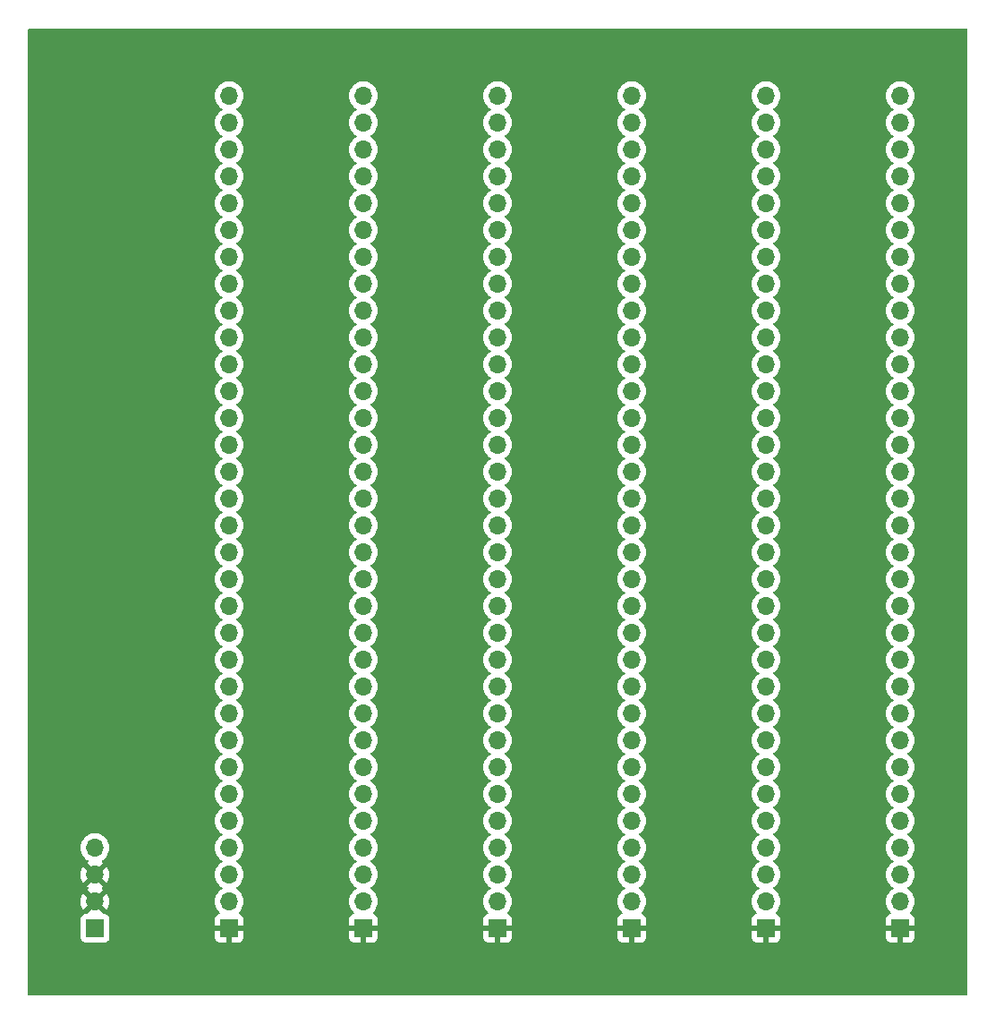
<source format=gbr>
%TF.GenerationSoftware,KiCad,Pcbnew,7.0.5*%
%TF.CreationDate,2023-06-09T17:15:13+02:00*%
%TF.ProjectId,Sorbus-backplane,536f7262-7573-42d6-9261-636b706c616e,rev?*%
%TF.SameCoordinates,Original*%
%TF.FileFunction,Copper,L2,Bot*%
%TF.FilePolarity,Positive*%
%FSLAX46Y46*%
G04 Gerber Fmt 4.6, Leading zero omitted, Abs format (unit mm)*
G04 Created by KiCad (PCBNEW 7.0.5) date 2023-06-09 17:15:13*
%MOMM*%
%LPD*%
G01*
G04 APERTURE LIST*
%TA.AperFunction,ComponentPad*%
%ADD10R,1.700000X1.700000*%
%TD*%
%TA.AperFunction,ComponentPad*%
%ADD11O,1.700000X1.700000*%
%TD*%
%TA.AperFunction,ViaPad*%
%ADD12C,0.800000*%
%TD*%
%TA.AperFunction,ViaPad*%
%ADD13C,3.400000*%
%TD*%
G04 APERTURE END LIST*
D10*
%TO.P,J6,1,Pin_1*%
%TO.N,GND*%
X152400000Y-127000000D03*
D11*
%TO.P,J6,2,Pin_2*%
%TO.N,VCC*%
X152400000Y-124460000D03*
%TO.P,J6,3,Pin_3*%
%TO.N,A0*%
X152400000Y-121920000D03*
%TO.P,J6,4,Pin_4*%
%TO.N,A1*%
X152400000Y-119380000D03*
%TO.P,J6,5,Pin_5*%
%TO.N,A2*%
X152400000Y-116840000D03*
%TO.P,J6,6,Pin_6*%
%TO.N,A3*%
X152400000Y-114300000D03*
%TO.P,J6,7,Pin_7*%
%TO.N,A4*%
X152400000Y-111760000D03*
%TO.P,J6,8,Pin_8*%
%TO.N,A5*%
X152400000Y-109220000D03*
%TO.P,J6,9,Pin_9*%
%TO.N,A6*%
X152400000Y-106680000D03*
%TO.P,J6,10,Pin_10*%
%TO.N,A7*%
X152400000Y-104140000D03*
%TO.P,J6,11,Pin_11*%
%TO.N,A8*%
X152400000Y-101600000D03*
%TO.P,J6,12,Pin_12*%
%TO.N,A9*%
X152400000Y-99060000D03*
%TO.P,J6,13,Pin_13*%
%TO.N,A10*%
X152400000Y-96520000D03*
%TO.P,J6,14,Pin_14*%
%TO.N,A11*%
X152400000Y-93980000D03*
%TO.P,J6,15,Pin_15*%
%TO.N,A12*%
X152400000Y-91440000D03*
%TO.P,J6,16,Pin_16*%
%TO.N,A13*%
X152400000Y-88900000D03*
%TO.P,J6,17,Pin_17*%
%TO.N,A14*%
X152400000Y-86360000D03*
%TO.P,J6,18,Pin_18*%
%TO.N,A15*%
X152400000Y-83820000D03*
%TO.P,J6,19,Pin_19*%
%TO.N,D0*%
X152400000Y-81280000D03*
%TO.P,J6,20,Pin_20*%
%TO.N,D1*%
X152400000Y-78740000D03*
%TO.P,J6,21,Pin_21*%
%TO.N,D2*%
X152400000Y-76200000D03*
%TO.P,J6,22,Pin_22*%
%TO.N,D3*%
X152400000Y-73660000D03*
%TO.P,J6,23,Pin_23*%
%TO.N,D4*%
X152400000Y-71120000D03*
%TO.P,J6,24,Pin_24*%
%TO.N,D5*%
X152400000Y-68580000D03*
%TO.P,J6,25,Pin_25*%
%TO.N,D6*%
X152400000Y-66040000D03*
%TO.P,J6,26,Pin_26*%
%TO.N,D7*%
X152400000Y-63500000D03*
%TO.P,J6,27,Pin_27*%
%TO.N,R~W*%
X152400000Y-60960000D03*
%TO.P,J6,28,Pin_28*%
%TO.N,CLK*%
X152400000Y-58420000D03*
%TO.P,J6,29,Pin_29*%
%TO.N,RDY*%
X152400000Y-55880000D03*
%TO.P,J6,30,Pin_30*%
%TO.N,~{IRQ}*%
X152400000Y-53340000D03*
%TO.P,J6,31,Pin_31*%
%TO.N,~{NMI}*%
X152400000Y-50800000D03*
%TO.P,J6,32,Pin_32*%
%TO.N,~{RESET}*%
X152400000Y-48260000D03*
%TD*%
D10*
%TO.P,J4,1,Pin_1*%
%TO.N,GND*%
X127000000Y-127000000D03*
D11*
%TO.P,J4,2,Pin_2*%
%TO.N,VCC*%
X127000000Y-124460000D03*
%TO.P,J4,3,Pin_3*%
%TO.N,A0*%
X127000000Y-121920000D03*
%TO.P,J4,4,Pin_4*%
%TO.N,A1*%
X127000000Y-119380000D03*
%TO.P,J4,5,Pin_5*%
%TO.N,A2*%
X127000000Y-116840000D03*
%TO.P,J4,6,Pin_6*%
%TO.N,A3*%
X127000000Y-114300000D03*
%TO.P,J4,7,Pin_7*%
%TO.N,A4*%
X127000000Y-111760000D03*
%TO.P,J4,8,Pin_8*%
%TO.N,A5*%
X127000000Y-109220000D03*
%TO.P,J4,9,Pin_9*%
%TO.N,A6*%
X127000000Y-106680000D03*
%TO.P,J4,10,Pin_10*%
%TO.N,A7*%
X127000000Y-104140000D03*
%TO.P,J4,11,Pin_11*%
%TO.N,A8*%
X127000000Y-101600000D03*
%TO.P,J4,12,Pin_12*%
%TO.N,A9*%
X127000000Y-99060000D03*
%TO.P,J4,13,Pin_13*%
%TO.N,A10*%
X127000000Y-96520000D03*
%TO.P,J4,14,Pin_14*%
%TO.N,A11*%
X127000000Y-93980000D03*
%TO.P,J4,15,Pin_15*%
%TO.N,A12*%
X127000000Y-91440000D03*
%TO.P,J4,16,Pin_16*%
%TO.N,A13*%
X127000000Y-88900000D03*
%TO.P,J4,17,Pin_17*%
%TO.N,A14*%
X127000000Y-86360000D03*
%TO.P,J4,18,Pin_18*%
%TO.N,A15*%
X127000000Y-83820000D03*
%TO.P,J4,19,Pin_19*%
%TO.N,D0*%
X127000000Y-81280000D03*
%TO.P,J4,20,Pin_20*%
%TO.N,D1*%
X127000000Y-78740000D03*
%TO.P,J4,21,Pin_21*%
%TO.N,D2*%
X127000000Y-76200000D03*
%TO.P,J4,22,Pin_22*%
%TO.N,D3*%
X127000000Y-73660000D03*
%TO.P,J4,23,Pin_23*%
%TO.N,D4*%
X127000000Y-71120000D03*
%TO.P,J4,24,Pin_24*%
%TO.N,D5*%
X127000000Y-68580000D03*
%TO.P,J4,25,Pin_25*%
%TO.N,D6*%
X127000000Y-66040000D03*
%TO.P,J4,26,Pin_26*%
%TO.N,D7*%
X127000000Y-63500000D03*
%TO.P,J4,27,Pin_27*%
%TO.N,R~W*%
X127000000Y-60960000D03*
%TO.P,J4,28,Pin_28*%
%TO.N,CLK*%
X127000000Y-58420000D03*
%TO.P,J4,29,Pin_29*%
%TO.N,RDY*%
X127000000Y-55880000D03*
%TO.P,J4,30,Pin_30*%
%TO.N,~{IRQ}*%
X127000000Y-53340000D03*
%TO.P,J4,31,Pin_31*%
%TO.N,~{NMI}*%
X127000000Y-50800000D03*
%TO.P,J4,32,Pin_32*%
%TO.N,~{RESET}*%
X127000000Y-48260000D03*
%TD*%
D10*
%TO.P,J1,1,Pin_1*%
%TO.N,GND*%
X88900000Y-127000000D03*
D11*
%TO.P,J1,2,Pin_2*%
%TO.N,VCC*%
X88900000Y-124460000D03*
%TO.P,J1,3,Pin_3*%
%TO.N,A0*%
X88900000Y-121920000D03*
%TO.P,J1,4,Pin_4*%
%TO.N,A1*%
X88900000Y-119380000D03*
%TO.P,J1,5,Pin_5*%
%TO.N,A2*%
X88900000Y-116840000D03*
%TO.P,J1,6,Pin_6*%
%TO.N,A3*%
X88900000Y-114300000D03*
%TO.P,J1,7,Pin_7*%
%TO.N,A4*%
X88900000Y-111760000D03*
%TO.P,J1,8,Pin_8*%
%TO.N,A5*%
X88900000Y-109220000D03*
%TO.P,J1,9,Pin_9*%
%TO.N,A6*%
X88900000Y-106680000D03*
%TO.P,J1,10,Pin_10*%
%TO.N,A7*%
X88900000Y-104140000D03*
%TO.P,J1,11,Pin_11*%
%TO.N,A8*%
X88900000Y-101600000D03*
%TO.P,J1,12,Pin_12*%
%TO.N,A9*%
X88900000Y-99060000D03*
%TO.P,J1,13,Pin_13*%
%TO.N,A10*%
X88900000Y-96520000D03*
%TO.P,J1,14,Pin_14*%
%TO.N,A11*%
X88900000Y-93980000D03*
%TO.P,J1,15,Pin_15*%
%TO.N,A12*%
X88900000Y-91440000D03*
%TO.P,J1,16,Pin_16*%
%TO.N,A13*%
X88900000Y-88900000D03*
%TO.P,J1,17,Pin_17*%
%TO.N,A14*%
X88900000Y-86360000D03*
%TO.P,J1,18,Pin_18*%
%TO.N,A15*%
X88900000Y-83820000D03*
%TO.P,J1,19,Pin_19*%
%TO.N,D0*%
X88900000Y-81280000D03*
%TO.P,J1,20,Pin_20*%
%TO.N,D1*%
X88900000Y-78740000D03*
%TO.P,J1,21,Pin_21*%
%TO.N,D2*%
X88900000Y-76200000D03*
%TO.P,J1,22,Pin_22*%
%TO.N,D3*%
X88900000Y-73660000D03*
%TO.P,J1,23,Pin_23*%
%TO.N,D4*%
X88900000Y-71120000D03*
%TO.P,J1,24,Pin_24*%
%TO.N,D5*%
X88900000Y-68580000D03*
%TO.P,J1,25,Pin_25*%
%TO.N,D6*%
X88900000Y-66040000D03*
%TO.P,J1,26,Pin_26*%
%TO.N,D7*%
X88900000Y-63500000D03*
%TO.P,J1,27,Pin_27*%
%TO.N,R~W*%
X88900000Y-60960000D03*
%TO.P,J1,28,Pin_28*%
%TO.N,CLK*%
X88900000Y-58420000D03*
%TO.P,J1,29,Pin_29*%
%TO.N,RDY*%
X88900000Y-55880000D03*
%TO.P,J1,30,Pin_30*%
%TO.N,~{IRQ}*%
X88900000Y-53340000D03*
%TO.P,J1,31,Pin_31*%
%TO.N,~{NMI}*%
X88900000Y-50800000D03*
%TO.P,J1,32,Pin_32*%
%TO.N,~{RESET}*%
X88900000Y-48260000D03*
%TD*%
D10*
%TO.P,J5,1,Pin_1*%
%TO.N,GND*%
X139700000Y-127000000D03*
D11*
%TO.P,J5,2,Pin_2*%
%TO.N,VCC*%
X139700000Y-124460000D03*
%TO.P,J5,3,Pin_3*%
%TO.N,A0*%
X139700000Y-121920000D03*
%TO.P,J5,4,Pin_4*%
%TO.N,A1*%
X139700000Y-119380000D03*
%TO.P,J5,5,Pin_5*%
%TO.N,A2*%
X139700000Y-116840000D03*
%TO.P,J5,6,Pin_6*%
%TO.N,A3*%
X139700000Y-114300000D03*
%TO.P,J5,7,Pin_7*%
%TO.N,A4*%
X139700000Y-111760000D03*
%TO.P,J5,8,Pin_8*%
%TO.N,A5*%
X139700000Y-109220000D03*
%TO.P,J5,9,Pin_9*%
%TO.N,A6*%
X139700000Y-106680000D03*
%TO.P,J5,10,Pin_10*%
%TO.N,A7*%
X139700000Y-104140000D03*
%TO.P,J5,11,Pin_11*%
%TO.N,A8*%
X139700000Y-101600000D03*
%TO.P,J5,12,Pin_12*%
%TO.N,A9*%
X139700000Y-99060000D03*
%TO.P,J5,13,Pin_13*%
%TO.N,A10*%
X139700000Y-96520000D03*
%TO.P,J5,14,Pin_14*%
%TO.N,A11*%
X139700000Y-93980000D03*
%TO.P,J5,15,Pin_15*%
%TO.N,A12*%
X139700000Y-91440000D03*
%TO.P,J5,16,Pin_16*%
%TO.N,A13*%
X139700000Y-88900000D03*
%TO.P,J5,17,Pin_17*%
%TO.N,A14*%
X139700000Y-86360000D03*
%TO.P,J5,18,Pin_18*%
%TO.N,A15*%
X139700000Y-83820000D03*
%TO.P,J5,19,Pin_19*%
%TO.N,D0*%
X139700000Y-81280000D03*
%TO.P,J5,20,Pin_20*%
%TO.N,D1*%
X139700000Y-78740000D03*
%TO.P,J5,21,Pin_21*%
%TO.N,D2*%
X139700000Y-76200000D03*
%TO.P,J5,22,Pin_22*%
%TO.N,D3*%
X139700000Y-73660000D03*
%TO.P,J5,23,Pin_23*%
%TO.N,D4*%
X139700000Y-71120000D03*
%TO.P,J5,24,Pin_24*%
%TO.N,D5*%
X139700000Y-68580000D03*
%TO.P,J5,25,Pin_25*%
%TO.N,D6*%
X139700000Y-66040000D03*
%TO.P,J5,26,Pin_26*%
%TO.N,D7*%
X139700000Y-63500000D03*
%TO.P,J5,27,Pin_27*%
%TO.N,R~W*%
X139700000Y-60960000D03*
%TO.P,J5,28,Pin_28*%
%TO.N,CLK*%
X139700000Y-58420000D03*
%TO.P,J5,29,Pin_29*%
%TO.N,RDY*%
X139700000Y-55880000D03*
%TO.P,J5,30,Pin_30*%
%TO.N,~{IRQ}*%
X139700000Y-53340000D03*
%TO.P,J5,31,Pin_31*%
%TO.N,~{NMI}*%
X139700000Y-50800000D03*
%TO.P,J5,32,Pin_32*%
%TO.N,~{RESET}*%
X139700000Y-48260000D03*
%TD*%
D10*
%TO.P,J7,1,Pin_1*%
%TO.N,~{RESET}*%
X76200000Y-127000000D03*
D11*
%TO.P,J7,2,Pin_2*%
%TO.N,GND*%
X76200000Y-124460000D03*
%TO.P,J7,3,Pin_3*%
X76200000Y-121920000D03*
%TO.P,J7,4,Pin_4*%
%TO.N,VCC*%
X76200000Y-119380000D03*
%TD*%
D10*
%TO.P,J2,1,Pin_1*%
%TO.N,GND*%
X101600000Y-127000000D03*
D11*
%TO.P,J2,2,Pin_2*%
%TO.N,VCC*%
X101600000Y-124460000D03*
%TO.P,J2,3,Pin_3*%
%TO.N,A0*%
X101600000Y-121920000D03*
%TO.P,J2,4,Pin_4*%
%TO.N,A1*%
X101600000Y-119380000D03*
%TO.P,J2,5,Pin_5*%
%TO.N,A2*%
X101600000Y-116840000D03*
%TO.P,J2,6,Pin_6*%
%TO.N,A3*%
X101600000Y-114300000D03*
%TO.P,J2,7,Pin_7*%
%TO.N,A4*%
X101600000Y-111760000D03*
%TO.P,J2,8,Pin_8*%
%TO.N,A5*%
X101600000Y-109220000D03*
%TO.P,J2,9,Pin_9*%
%TO.N,A6*%
X101600000Y-106680000D03*
%TO.P,J2,10,Pin_10*%
%TO.N,A7*%
X101600000Y-104140000D03*
%TO.P,J2,11,Pin_11*%
%TO.N,A8*%
X101600000Y-101600000D03*
%TO.P,J2,12,Pin_12*%
%TO.N,A9*%
X101600000Y-99060000D03*
%TO.P,J2,13,Pin_13*%
%TO.N,A10*%
X101600000Y-96520000D03*
%TO.P,J2,14,Pin_14*%
%TO.N,A11*%
X101600000Y-93980000D03*
%TO.P,J2,15,Pin_15*%
%TO.N,A12*%
X101600000Y-91440000D03*
%TO.P,J2,16,Pin_16*%
%TO.N,A13*%
X101600000Y-88900000D03*
%TO.P,J2,17,Pin_17*%
%TO.N,A14*%
X101600000Y-86360000D03*
%TO.P,J2,18,Pin_18*%
%TO.N,A15*%
X101600000Y-83820000D03*
%TO.P,J2,19,Pin_19*%
%TO.N,D0*%
X101600000Y-81280000D03*
%TO.P,J2,20,Pin_20*%
%TO.N,D1*%
X101600000Y-78740000D03*
%TO.P,J2,21,Pin_21*%
%TO.N,D2*%
X101600000Y-76200000D03*
%TO.P,J2,22,Pin_22*%
%TO.N,D3*%
X101600000Y-73660000D03*
%TO.P,J2,23,Pin_23*%
%TO.N,D4*%
X101600000Y-71120000D03*
%TO.P,J2,24,Pin_24*%
%TO.N,D5*%
X101600000Y-68580000D03*
%TO.P,J2,25,Pin_25*%
%TO.N,D6*%
X101600000Y-66040000D03*
%TO.P,J2,26,Pin_26*%
%TO.N,D7*%
X101600000Y-63500000D03*
%TO.P,J2,27,Pin_27*%
%TO.N,R~W*%
X101600000Y-60960000D03*
%TO.P,J2,28,Pin_28*%
%TO.N,CLK*%
X101600000Y-58420000D03*
%TO.P,J2,29,Pin_29*%
%TO.N,RDY*%
X101600000Y-55880000D03*
%TO.P,J2,30,Pin_30*%
%TO.N,~{IRQ}*%
X101600000Y-53340000D03*
%TO.P,J2,31,Pin_31*%
%TO.N,~{NMI}*%
X101600000Y-50800000D03*
%TO.P,J2,32,Pin_32*%
%TO.N,~{RESET}*%
X101600000Y-48260000D03*
%TD*%
D10*
%TO.P,J3,1,Pin_1*%
%TO.N,GND*%
X114300000Y-127000000D03*
D11*
%TO.P,J3,2,Pin_2*%
%TO.N,VCC*%
X114300000Y-124460000D03*
%TO.P,J3,3,Pin_3*%
%TO.N,A0*%
X114300000Y-121920000D03*
%TO.P,J3,4,Pin_4*%
%TO.N,A1*%
X114300000Y-119380000D03*
%TO.P,J3,5,Pin_5*%
%TO.N,A2*%
X114300000Y-116840000D03*
%TO.P,J3,6,Pin_6*%
%TO.N,A3*%
X114300000Y-114300000D03*
%TO.P,J3,7,Pin_7*%
%TO.N,A4*%
X114300000Y-111760000D03*
%TO.P,J3,8,Pin_8*%
%TO.N,A5*%
X114300000Y-109220000D03*
%TO.P,J3,9,Pin_9*%
%TO.N,A6*%
X114300000Y-106680000D03*
%TO.P,J3,10,Pin_10*%
%TO.N,A7*%
X114300000Y-104140000D03*
%TO.P,J3,11,Pin_11*%
%TO.N,A8*%
X114300000Y-101600000D03*
%TO.P,J3,12,Pin_12*%
%TO.N,A9*%
X114300000Y-99060000D03*
%TO.P,J3,13,Pin_13*%
%TO.N,A10*%
X114300000Y-96520000D03*
%TO.P,J3,14,Pin_14*%
%TO.N,A11*%
X114300000Y-93980000D03*
%TO.P,J3,15,Pin_15*%
%TO.N,A12*%
X114300000Y-91440000D03*
%TO.P,J3,16,Pin_16*%
%TO.N,A13*%
X114300000Y-88900000D03*
%TO.P,J3,17,Pin_17*%
%TO.N,A14*%
X114300000Y-86360000D03*
%TO.P,J3,18,Pin_18*%
%TO.N,A15*%
X114300000Y-83820000D03*
%TO.P,J3,19,Pin_19*%
%TO.N,D0*%
X114300000Y-81280000D03*
%TO.P,J3,20,Pin_20*%
%TO.N,D1*%
X114300000Y-78740000D03*
%TO.P,J3,21,Pin_21*%
%TO.N,D2*%
X114300000Y-76200000D03*
%TO.P,J3,22,Pin_22*%
%TO.N,D3*%
X114300000Y-73660000D03*
%TO.P,J3,23,Pin_23*%
%TO.N,D4*%
X114300000Y-71120000D03*
%TO.P,J3,24,Pin_24*%
%TO.N,D5*%
X114300000Y-68580000D03*
%TO.P,J3,25,Pin_25*%
%TO.N,D6*%
X114300000Y-66040000D03*
%TO.P,J3,26,Pin_26*%
%TO.N,D7*%
X114300000Y-63500000D03*
%TO.P,J3,27,Pin_27*%
%TO.N,R~W*%
X114300000Y-60960000D03*
%TO.P,J3,28,Pin_28*%
%TO.N,CLK*%
X114300000Y-58420000D03*
%TO.P,J3,29,Pin_29*%
%TO.N,RDY*%
X114300000Y-55880000D03*
%TO.P,J3,30,Pin_30*%
%TO.N,~{IRQ}*%
X114300000Y-53340000D03*
%TO.P,J3,31,Pin_31*%
%TO.N,~{NMI}*%
X114300000Y-50800000D03*
%TO.P,J3,32,Pin_32*%
%TO.N,~{RESET}*%
X114300000Y-48260000D03*
%TD*%
D12*
%TO.N,GND*%
X137160000Y-59690000D03*
X99060000Y-115570000D03*
X137160000Y-64770000D03*
X137160000Y-123190000D03*
X104140000Y-100330000D03*
X116840000Y-67310000D03*
X111760000Y-82550000D03*
X116840000Y-87630000D03*
X99060000Y-72390000D03*
X129540000Y-120650000D03*
X124460000Y-95250000D03*
X129540000Y-64770000D03*
X104140000Y-49530000D03*
X142240000Y-69850000D03*
X149860000Y-110490000D03*
X99060000Y-118110000D03*
X129540000Y-97790000D03*
X129540000Y-62230000D03*
X99060000Y-62230000D03*
X124460000Y-72390000D03*
X129540000Y-113030000D03*
X99060000Y-90170000D03*
X149860000Y-82550000D03*
X124460000Y-77470000D03*
X149860000Y-120650000D03*
X137160000Y-115570000D03*
X104140000Y-72390000D03*
X116840000Y-49530000D03*
X124460000Y-67310000D03*
X116840000Y-92710000D03*
X104140000Y-59690000D03*
X137160000Y-49530000D03*
D13*
X72390000Y-44450000D03*
D12*
X91440000Y-102870000D03*
X111760000Y-90170000D03*
X111760000Y-67310000D03*
X91440000Y-97790000D03*
D13*
X156210000Y-130810000D03*
D12*
X111760000Y-57150000D03*
X111760000Y-52070000D03*
X99060000Y-113030000D03*
X104140000Y-105410000D03*
X99060000Y-87630000D03*
X149860000Y-118110000D03*
X91440000Y-49530000D03*
X149860000Y-107950000D03*
X137160000Y-102870000D03*
X129540000Y-87630000D03*
X99060000Y-64770000D03*
X116840000Y-52070000D03*
X137160000Y-72390000D03*
X142240000Y-52070000D03*
X111760000Y-77470000D03*
X149860000Y-92710000D03*
X111760000Y-92710000D03*
X124460000Y-100330000D03*
X137160000Y-92710000D03*
X111760000Y-113030000D03*
X116840000Y-105410000D03*
X91440000Y-100330000D03*
X129540000Y-80010000D03*
X149860000Y-80010000D03*
X111760000Y-62230000D03*
X142240000Y-85090000D03*
X149860000Y-97790000D03*
X137160000Y-57150000D03*
X142240000Y-74930000D03*
X142240000Y-54610000D03*
X124460000Y-97790000D03*
X116840000Y-72390000D03*
X91440000Y-113030000D03*
X111760000Y-74930000D03*
X149860000Y-115570000D03*
X124460000Y-85090000D03*
X116840000Y-95250000D03*
X111760000Y-100330000D03*
X142240000Y-64770000D03*
X104140000Y-57150000D03*
X91440000Y-52070000D03*
X149860000Y-113030000D03*
X124460000Y-64770000D03*
X142240000Y-118110000D03*
X116840000Y-113030000D03*
X124460000Y-82550000D03*
X104140000Y-62230000D03*
X124460000Y-62230000D03*
X99060000Y-57150000D03*
X104140000Y-115570000D03*
X124460000Y-115570000D03*
X124460000Y-92710000D03*
X116840000Y-120650000D03*
X129540000Y-118110000D03*
X104140000Y-113030000D03*
X142240000Y-107950000D03*
X116840000Y-102870000D03*
X91440000Y-72390000D03*
X142240000Y-87630000D03*
D13*
X156210000Y-44450000D03*
D12*
X137160000Y-67310000D03*
X129540000Y-72390000D03*
X137160000Y-110490000D03*
X104140000Y-97790000D03*
X124460000Y-102870000D03*
X149860000Y-67310000D03*
X111760000Y-59690000D03*
X116840000Y-74930000D03*
X142240000Y-77470000D03*
X99060000Y-97790000D03*
X142240000Y-110490000D03*
X111760000Y-120650000D03*
X104140000Y-54610000D03*
X149860000Y-100330000D03*
X137160000Y-52070000D03*
X124460000Y-107950000D03*
X104140000Y-118110000D03*
X104140000Y-90170000D03*
X91440000Y-107950000D03*
X99060000Y-110490000D03*
X137160000Y-97790000D03*
X129540000Y-100330000D03*
X116840000Y-115570000D03*
X91440000Y-90170000D03*
X142240000Y-100330000D03*
X116840000Y-62230000D03*
X111760000Y-85090000D03*
X116840000Y-64770000D03*
X116840000Y-80010000D03*
X116840000Y-118110000D03*
X104140000Y-69850000D03*
X111760000Y-69850000D03*
X104140000Y-85090000D03*
X137160000Y-118110000D03*
X99060000Y-59690000D03*
X104140000Y-120650000D03*
X142240000Y-59690000D03*
X142240000Y-120650000D03*
X142240000Y-90170000D03*
X129540000Y-102870000D03*
X116840000Y-77470000D03*
X116840000Y-69850000D03*
X129540000Y-69850000D03*
X91440000Y-115570000D03*
X99060000Y-123190000D03*
X124460000Y-123190000D03*
X91440000Y-67310000D03*
X104140000Y-102870000D03*
X137160000Y-85090000D03*
X99060000Y-77470000D03*
X149860000Y-59690000D03*
X104140000Y-64770000D03*
X124460000Y-69850000D03*
X116840000Y-110490000D03*
X142240000Y-113030000D03*
X149860000Y-77470000D03*
X99060000Y-80010000D03*
X137160000Y-82550000D03*
X149860000Y-62230000D03*
X137160000Y-90170000D03*
X149860000Y-95250000D03*
X91440000Y-77470000D03*
X99060000Y-49530000D03*
X111760000Y-87630000D03*
D13*
X72390000Y-130810000D03*
D12*
X149860000Y-52070000D03*
X129540000Y-90170000D03*
X137160000Y-77470000D03*
X124460000Y-57150000D03*
X142240000Y-62230000D03*
X116840000Y-97790000D03*
X137160000Y-69850000D03*
X104140000Y-80010000D03*
X149860000Y-54610000D03*
X116840000Y-123190000D03*
X91440000Y-82550000D03*
X104140000Y-123190000D03*
X111760000Y-72390000D03*
X91440000Y-95250000D03*
X116840000Y-57150000D03*
X142240000Y-82550000D03*
X137160000Y-87630000D03*
X129540000Y-74930000D03*
X149860000Y-72390000D03*
X91440000Y-80010000D03*
X149860000Y-90170000D03*
X137160000Y-74930000D03*
X142240000Y-123190000D03*
X142240000Y-80010000D03*
X104140000Y-110490000D03*
X116840000Y-100330000D03*
X124460000Y-118110000D03*
X129540000Y-82550000D03*
X129540000Y-95250000D03*
X104140000Y-82550000D03*
X124460000Y-80010000D03*
X91440000Y-120650000D03*
X116840000Y-107950000D03*
X129540000Y-123190000D03*
X91440000Y-64770000D03*
X129540000Y-67310000D03*
X111760000Y-123190000D03*
X142240000Y-115570000D03*
X137160000Y-54610000D03*
X137160000Y-62230000D03*
X91440000Y-62230000D03*
X99060000Y-92710000D03*
X91440000Y-59690000D03*
X142240000Y-97790000D03*
X111760000Y-49530000D03*
X111760000Y-97790000D03*
X129540000Y-85090000D03*
X91440000Y-105410000D03*
X129540000Y-115570000D03*
X137160000Y-95250000D03*
X129540000Y-77470000D03*
X129540000Y-54610000D03*
X129540000Y-105410000D03*
X91440000Y-87630000D03*
X124460000Y-113030000D03*
X91440000Y-118110000D03*
X124460000Y-110490000D03*
X142240000Y-57150000D03*
X124460000Y-59690000D03*
X99060000Y-100330000D03*
X99060000Y-95250000D03*
X104140000Y-67310000D03*
X142240000Y-102870000D03*
X111760000Y-118110000D03*
X124460000Y-49530000D03*
X104140000Y-107950000D03*
X99060000Y-82550000D03*
X91440000Y-74930000D03*
X149860000Y-87630000D03*
X129540000Y-52070000D03*
X111760000Y-64770000D03*
X116840000Y-82550000D03*
X124460000Y-74930000D03*
X91440000Y-110490000D03*
X91440000Y-85090000D03*
X111760000Y-54610000D03*
X124460000Y-120650000D03*
X99060000Y-107950000D03*
X137160000Y-80010000D03*
X149860000Y-74930000D03*
X104140000Y-52070000D03*
X111760000Y-110490000D03*
X104140000Y-74930000D03*
X111760000Y-107950000D03*
X99060000Y-120650000D03*
X129540000Y-107950000D03*
X99060000Y-69850000D03*
X124460000Y-54610000D03*
X124460000Y-105410000D03*
X142240000Y-72390000D03*
X149860000Y-49530000D03*
X99060000Y-102870000D03*
X137160000Y-107950000D03*
X124460000Y-87630000D03*
X129540000Y-110490000D03*
X104140000Y-92710000D03*
X149860000Y-57150000D03*
X99060000Y-105410000D03*
X149860000Y-69850000D03*
X149860000Y-64770000D03*
X137160000Y-100330000D03*
X99060000Y-54610000D03*
X99060000Y-85090000D03*
X149860000Y-85090000D03*
X142240000Y-49530000D03*
X116840000Y-54610000D03*
X91440000Y-92710000D03*
X142240000Y-95250000D03*
X129540000Y-57150000D03*
X149860000Y-123190000D03*
X129540000Y-59690000D03*
X124460000Y-90170000D03*
X86360000Y-116840000D03*
X104140000Y-95250000D03*
X142240000Y-67310000D03*
X111760000Y-102870000D03*
X91440000Y-54610000D03*
X111760000Y-95250000D03*
X91440000Y-69850000D03*
X86360000Y-120650000D03*
X129540000Y-49530000D03*
X137160000Y-113030000D03*
X116840000Y-59690000D03*
X99060000Y-74930000D03*
X129540000Y-92710000D03*
X111760000Y-115570000D03*
X142240000Y-105410000D03*
X124460000Y-52070000D03*
X137160000Y-105410000D03*
X111760000Y-80010000D03*
X111760000Y-105410000D03*
X116840000Y-90170000D03*
X104140000Y-77470000D03*
X91440000Y-57150000D03*
X142240000Y-92710000D03*
X99060000Y-67310000D03*
X137160000Y-120650000D03*
X104140000Y-87630000D03*
X116840000Y-85090000D03*
X91440000Y-123190000D03*
X149860000Y-105410000D03*
X99060000Y-52070000D03*
X149860000Y-102870000D03*
%TD*%
%TA.AperFunction,Conductor*%
%TO.N,GND*%
G36*
X158693039Y-41929685D02*
G01*
X158738794Y-41982489D01*
X158750000Y-42034000D01*
X158750000Y-133226000D01*
X158730315Y-133293039D01*
X158677511Y-133338794D01*
X158626000Y-133350000D01*
X69974000Y-133350000D01*
X69906961Y-133330315D01*
X69861206Y-133277511D01*
X69850000Y-133226000D01*
X69850000Y-119380005D01*
X74836844Y-119380005D01*
X74855434Y-119604359D01*
X74855436Y-119604371D01*
X74910703Y-119822614D01*
X75001140Y-120028792D01*
X75124276Y-120217265D01*
X75124284Y-120217276D01*
X75276756Y-120382902D01*
X75276760Y-120382906D01*
X75454424Y-120521189D01*
X75490930Y-120540945D01*
X75497695Y-120544606D01*
X75547286Y-120593825D01*
X75562394Y-120662042D01*
X75538224Y-120727597D01*
X75509801Y-120755236D01*
X75438626Y-120805072D01*
X75438625Y-120805072D01*
X76067466Y-121433913D01*
X76057685Y-121435320D01*
X75926900Y-121495048D01*
X75818239Y-121589202D01*
X75740507Y-121710156D01*
X75716923Y-121790476D01*
X75085072Y-121158625D01*
X75026401Y-121242419D01*
X74926570Y-121456507D01*
X74926566Y-121456516D01*
X74865432Y-121684673D01*
X74865430Y-121684684D01*
X74844843Y-121919998D01*
X74844843Y-121920001D01*
X74865430Y-122155315D01*
X74865432Y-122155326D01*
X74926566Y-122383483D01*
X74926570Y-122383492D01*
X75026400Y-122597579D01*
X75026402Y-122597583D01*
X75085072Y-122681373D01*
X75085073Y-122681373D01*
X75716923Y-122049523D01*
X75740507Y-122129844D01*
X75818239Y-122250798D01*
X75926900Y-122344952D01*
X76057685Y-122404680D01*
X76067466Y-122406086D01*
X75438625Y-123034925D01*
X75515031Y-123088425D01*
X75558655Y-123143002D01*
X75565848Y-123212501D01*
X75534326Y-123274855D01*
X75515029Y-123291576D01*
X75438625Y-123345072D01*
X76067466Y-123973913D01*
X76057685Y-123975320D01*
X75926900Y-124035048D01*
X75818239Y-124129202D01*
X75740507Y-124250156D01*
X75716923Y-124330476D01*
X75085072Y-123698625D01*
X75026401Y-123782419D01*
X74926570Y-123996507D01*
X74926566Y-123996516D01*
X74865432Y-124224673D01*
X74865430Y-124224684D01*
X74844843Y-124459998D01*
X74844843Y-124460001D01*
X74865430Y-124695315D01*
X74865432Y-124695326D01*
X74926566Y-124923483D01*
X74926570Y-124923492D01*
X75026400Y-125137579D01*
X75026402Y-125137583D01*
X75085072Y-125221373D01*
X75085073Y-125221373D01*
X75716923Y-124589523D01*
X75740507Y-124669844D01*
X75818239Y-124790798D01*
X75926900Y-124884952D01*
X76057685Y-124944680D01*
X76067466Y-124946086D01*
X75408370Y-125605181D01*
X75347047Y-125638666D01*
X75320689Y-125641500D01*
X75301345Y-125641500D01*
X75240797Y-125648011D01*
X75240795Y-125648011D01*
X75103795Y-125699111D01*
X74986739Y-125786739D01*
X74899111Y-125903795D01*
X74848011Y-126040795D01*
X74848011Y-126040797D01*
X74841500Y-126101345D01*
X74841500Y-127898654D01*
X74848011Y-127959202D01*
X74848011Y-127959204D01*
X74897575Y-128092086D01*
X74899111Y-128096204D01*
X74986739Y-128213261D01*
X75103796Y-128300889D01*
X75218297Y-128343596D01*
X75235463Y-128349999D01*
X75240799Y-128351989D01*
X75268050Y-128354918D01*
X75301345Y-128358499D01*
X75301362Y-128358500D01*
X77098638Y-128358500D01*
X77098654Y-128358499D01*
X77125692Y-128355591D01*
X77159201Y-128351989D01*
X77164537Y-128349999D01*
X77181703Y-128343596D01*
X77296204Y-128300889D01*
X77413261Y-128213261D01*
X77500889Y-128096204D01*
X77551989Y-127959201D01*
X77555591Y-127925692D01*
X77558499Y-127898654D01*
X77558500Y-127898637D01*
X77558500Y-126101362D01*
X77558499Y-126101345D01*
X77555157Y-126070270D01*
X77551989Y-126040799D01*
X77500889Y-125903796D01*
X77413261Y-125786739D01*
X77296204Y-125699111D01*
X77296204Y-125699110D01*
X77159203Y-125648011D01*
X77098654Y-125641500D01*
X77098638Y-125641500D01*
X77079310Y-125641500D01*
X77012271Y-125621815D01*
X76991629Y-125605181D01*
X76332533Y-124946086D01*
X76342315Y-124944680D01*
X76473100Y-124884952D01*
X76581761Y-124790798D01*
X76659493Y-124669844D01*
X76683076Y-124589524D01*
X77314925Y-125221373D01*
X77314926Y-125221373D01*
X77373598Y-125137582D01*
X77373600Y-125137578D01*
X77473429Y-124923492D01*
X77473433Y-124923483D01*
X77534567Y-124695326D01*
X77534569Y-124695315D01*
X77555157Y-124460005D01*
X87536844Y-124460005D01*
X87555434Y-124684359D01*
X87555436Y-124684371D01*
X87610703Y-124902614D01*
X87701140Y-125108792D01*
X87774693Y-125221373D01*
X87824278Y-125297268D01*
X87975707Y-125461762D01*
X88006629Y-125524415D01*
X87998769Y-125593841D01*
X87954622Y-125647997D01*
X87927811Y-125661926D01*
X87807912Y-125706646D01*
X87807906Y-125706649D01*
X87692812Y-125792809D01*
X87692809Y-125792812D01*
X87606649Y-125907906D01*
X87606645Y-125907913D01*
X87556403Y-126042620D01*
X87556401Y-126042627D01*
X87550000Y-126102155D01*
X87550000Y-126750000D01*
X88466314Y-126750000D01*
X88440507Y-126790156D01*
X88400000Y-126928111D01*
X88400000Y-127071889D01*
X88440507Y-127209844D01*
X88466314Y-127250000D01*
X87550000Y-127250000D01*
X87550000Y-127897844D01*
X87556401Y-127957372D01*
X87556403Y-127957379D01*
X87606645Y-128092086D01*
X87606649Y-128092093D01*
X87692809Y-128207187D01*
X87692812Y-128207190D01*
X87807906Y-128293350D01*
X87807913Y-128293354D01*
X87942620Y-128343596D01*
X87942627Y-128343598D01*
X88002155Y-128349999D01*
X88002172Y-128350000D01*
X88650000Y-128350000D01*
X88650000Y-127435501D01*
X88757685Y-127484680D01*
X88864237Y-127500000D01*
X88935763Y-127500000D01*
X89042315Y-127484680D01*
X89150000Y-127435501D01*
X89150000Y-128350000D01*
X89797828Y-128350000D01*
X89797844Y-128349999D01*
X89857372Y-128343598D01*
X89857379Y-128343596D01*
X89992086Y-128293354D01*
X89992093Y-128293350D01*
X90107187Y-128207190D01*
X90107190Y-128207187D01*
X90193350Y-128092093D01*
X90193354Y-128092086D01*
X90243596Y-127957379D01*
X90243598Y-127957372D01*
X90249999Y-127897844D01*
X90250000Y-127897827D01*
X90250000Y-127250000D01*
X89333686Y-127250000D01*
X89359493Y-127209844D01*
X89400000Y-127071889D01*
X89400000Y-126928111D01*
X89359493Y-126790156D01*
X89333686Y-126750000D01*
X90250000Y-126750000D01*
X90250000Y-126102172D01*
X90249999Y-126102155D01*
X90243598Y-126042627D01*
X90243596Y-126042620D01*
X90193354Y-125907913D01*
X90193350Y-125907906D01*
X90107190Y-125792812D01*
X90107187Y-125792809D01*
X89992093Y-125706649D01*
X89992088Y-125706646D01*
X89872188Y-125661926D01*
X89816255Y-125620054D01*
X89791838Y-125554590D01*
X89806690Y-125486317D01*
X89824286Y-125461769D01*
X89975722Y-125297268D01*
X90098860Y-125108791D01*
X90189296Y-124902616D01*
X90244564Y-124684368D01*
X90263156Y-124460005D01*
X100236844Y-124460005D01*
X100255434Y-124684359D01*
X100255436Y-124684371D01*
X100310703Y-124902614D01*
X100401140Y-125108792D01*
X100474693Y-125221373D01*
X100524278Y-125297268D01*
X100675707Y-125461762D01*
X100706629Y-125524415D01*
X100698769Y-125593841D01*
X100654622Y-125647997D01*
X100627811Y-125661926D01*
X100507912Y-125706646D01*
X100507906Y-125706649D01*
X100392812Y-125792809D01*
X100392809Y-125792812D01*
X100306649Y-125907906D01*
X100306645Y-125907913D01*
X100256403Y-126042620D01*
X100256401Y-126042627D01*
X100250000Y-126102155D01*
X100250000Y-126750000D01*
X101166314Y-126750000D01*
X101140507Y-126790156D01*
X101100000Y-126928111D01*
X101100000Y-127071889D01*
X101140507Y-127209844D01*
X101166314Y-127250000D01*
X100250000Y-127250000D01*
X100250000Y-127897844D01*
X100256401Y-127957372D01*
X100256403Y-127957379D01*
X100306645Y-128092086D01*
X100306649Y-128092093D01*
X100392809Y-128207187D01*
X100392812Y-128207190D01*
X100507906Y-128293350D01*
X100507913Y-128293354D01*
X100642620Y-128343596D01*
X100642627Y-128343598D01*
X100702155Y-128349999D01*
X100702172Y-128350000D01*
X101350000Y-128350000D01*
X101350000Y-127435501D01*
X101457685Y-127484680D01*
X101564237Y-127500000D01*
X101635763Y-127500000D01*
X101742315Y-127484680D01*
X101850000Y-127435501D01*
X101850000Y-128350000D01*
X102497828Y-128350000D01*
X102497844Y-128349999D01*
X102557372Y-128343598D01*
X102557379Y-128343596D01*
X102692086Y-128293354D01*
X102692093Y-128293350D01*
X102807187Y-128207190D01*
X102807190Y-128207187D01*
X102893350Y-128092093D01*
X102893354Y-128092086D01*
X102943596Y-127957379D01*
X102943598Y-127957372D01*
X102949999Y-127897844D01*
X102950000Y-127897827D01*
X102950000Y-127250000D01*
X102033686Y-127250000D01*
X102059493Y-127209844D01*
X102100000Y-127071889D01*
X102100000Y-126928111D01*
X102059493Y-126790156D01*
X102033686Y-126750000D01*
X102950000Y-126750000D01*
X102950000Y-126102172D01*
X102949999Y-126102155D01*
X102943598Y-126042627D01*
X102943596Y-126042620D01*
X102893354Y-125907913D01*
X102893350Y-125907906D01*
X102807190Y-125792812D01*
X102807187Y-125792809D01*
X102692093Y-125706649D01*
X102692088Y-125706646D01*
X102572188Y-125661926D01*
X102516255Y-125620054D01*
X102491838Y-125554590D01*
X102506690Y-125486317D01*
X102524286Y-125461769D01*
X102675722Y-125297268D01*
X102798860Y-125108791D01*
X102889296Y-124902616D01*
X102944564Y-124684368D01*
X102963156Y-124460005D01*
X112936844Y-124460005D01*
X112955434Y-124684359D01*
X112955436Y-124684371D01*
X113010703Y-124902614D01*
X113101140Y-125108792D01*
X113174693Y-125221373D01*
X113224278Y-125297268D01*
X113375707Y-125461762D01*
X113406629Y-125524415D01*
X113398769Y-125593841D01*
X113354622Y-125647997D01*
X113327811Y-125661926D01*
X113207912Y-125706646D01*
X113207906Y-125706649D01*
X113092812Y-125792809D01*
X113092809Y-125792812D01*
X113006649Y-125907906D01*
X113006645Y-125907913D01*
X112956403Y-126042620D01*
X112956401Y-126042627D01*
X112950000Y-126102155D01*
X112950000Y-126750000D01*
X113866314Y-126750000D01*
X113840507Y-126790156D01*
X113800000Y-126928111D01*
X113800000Y-127071889D01*
X113840507Y-127209844D01*
X113866314Y-127250000D01*
X112950000Y-127250000D01*
X112950000Y-127897844D01*
X112956401Y-127957372D01*
X112956403Y-127957379D01*
X113006645Y-128092086D01*
X113006649Y-128092093D01*
X113092809Y-128207187D01*
X113092812Y-128207190D01*
X113207906Y-128293350D01*
X113207913Y-128293354D01*
X113342620Y-128343596D01*
X113342627Y-128343598D01*
X113402155Y-128349999D01*
X113402172Y-128350000D01*
X114050000Y-128350000D01*
X114050000Y-127435501D01*
X114157685Y-127484680D01*
X114264237Y-127500000D01*
X114335763Y-127500000D01*
X114442315Y-127484680D01*
X114550000Y-127435501D01*
X114550000Y-128350000D01*
X115197828Y-128350000D01*
X115197844Y-128349999D01*
X115257372Y-128343598D01*
X115257379Y-128343596D01*
X115392086Y-128293354D01*
X115392093Y-128293350D01*
X115507187Y-128207190D01*
X115507190Y-128207187D01*
X115593350Y-128092093D01*
X115593354Y-128092086D01*
X115643596Y-127957379D01*
X115643598Y-127957372D01*
X115649999Y-127897844D01*
X115650000Y-127897827D01*
X115650000Y-127250000D01*
X114733686Y-127250000D01*
X114759493Y-127209844D01*
X114800000Y-127071889D01*
X114800000Y-126928111D01*
X114759493Y-126790156D01*
X114733686Y-126750000D01*
X115649999Y-126750000D01*
X115650000Y-126102172D01*
X115649999Y-126102155D01*
X115643598Y-126042627D01*
X115643596Y-126042620D01*
X115593354Y-125907913D01*
X115593350Y-125907906D01*
X115507190Y-125792812D01*
X115507187Y-125792809D01*
X115392093Y-125706649D01*
X115392088Y-125706646D01*
X115272188Y-125661926D01*
X115216255Y-125620054D01*
X115191838Y-125554590D01*
X115206690Y-125486317D01*
X115224286Y-125461769D01*
X115375722Y-125297268D01*
X115498860Y-125108791D01*
X115589296Y-124902616D01*
X115644564Y-124684368D01*
X115663156Y-124460005D01*
X125636844Y-124460005D01*
X125655434Y-124684359D01*
X125655436Y-124684371D01*
X125710703Y-124902614D01*
X125801140Y-125108792D01*
X125874693Y-125221373D01*
X125924278Y-125297268D01*
X126075707Y-125461762D01*
X126106629Y-125524415D01*
X126098769Y-125593841D01*
X126054622Y-125647997D01*
X126027811Y-125661926D01*
X125907912Y-125706646D01*
X125907906Y-125706649D01*
X125792812Y-125792809D01*
X125792809Y-125792812D01*
X125706649Y-125907906D01*
X125706645Y-125907913D01*
X125656403Y-126042620D01*
X125656401Y-126042627D01*
X125650000Y-126102155D01*
X125650000Y-126750000D01*
X126566314Y-126750000D01*
X126540507Y-126790156D01*
X126500000Y-126928111D01*
X126500000Y-127071889D01*
X126540507Y-127209844D01*
X126566314Y-127250000D01*
X125650000Y-127250000D01*
X125650000Y-127897844D01*
X125656401Y-127957372D01*
X125656403Y-127957379D01*
X125706645Y-128092086D01*
X125706649Y-128092093D01*
X125792809Y-128207187D01*
X125792812Y-128207190D01*
X125907906Y-128293350D01*
X125907913Y-128293354D01*
X126042620Y-128343596D01*
X126042627Y-128343598D01*
X126102155Y-128349999D01*
X126102172Y-128350000D01*
X126750000Y-128350000D01*
X126750000Y-127435501D01*
X126857685Y-127484680D01*
X126964237Y-127500000D01*
X127035763Y-127500000D01*
X127142315Y-127484680D01*
X127250000Y-127435501D01*
X127250000Y-128350000D01*
X127897828Y-128350000D01*
X127897844Y-128349999D01*
X127957372Y-128343598D01*
X127957379Y-128343596D01*
X128092086Y-128293354D01*
X128092093Y-128293350D01*
X128207187Y-128207190D01*
X128207190Y-128207187D01*
X128293350Y-128092093D01*
X128293354Y-128092086D01*
X128343596Y-127957379D01*
X128343598Y-127957372D01*
X128349999Y-127897844D01*
X128350000Y-127897827D01*
X128350000Y-127250000D01*
X127433686Y-127250000D01*
X127459493Y-127209844D01*
X127500000Y-127071889D01*
X127500000Y-126928111D01*
X127459493Y-126790156D01*
X127433686Y-126750000D01*
X128350000Y-126750000D01*
X128350000Y-126102172D01*
X128349999Y-126102155D01*
X128343598Y-126042627D01*
X128343596Y-126042620D01*
X128293354Y-125907913D01*
X128293350Y-125907906D01*
X128207190Y-125792812D01*
X128207187Y-125792809D01*
X128092093Y-125706649D01*
X128092088Y-125706646D01*
X127972188Y-125661926D01*
X127916255Y-125620054D01*
X127891838Y-125554590D01*
X127906690Y-125486317D01*
X127924286Y-125461769D01*
X128075722Y-125297268D01*
X128198860Y-125108791D01*
X128289296Y-124902616D01*
X128344564Y-124684368D01*
X128363156Y-124460005D01*
X138336844Y-124460005D01*
X138355434Y-124684359D01*
X138355436Y-124684371D01*
X138410703Y-124902614D01*
X138501140Y-125108792D01*
X138574693Y-125221373D01*
X138624278Y-125297268D01*
X138775707Y-125461762D01*
X138806629Y-125524415D01*
X138798769Y-125593841D01*
X138754622Y-125647997D01*
X138727811Y-125661926D01*
X138607912Y-125706646D01*
X138607906Y-125706649D01*
X138492812Y-125792809D01*
X138492809Y-125792812D01*
X138406649Y-125907906D01*
X138406645Y-125907913D01*
X138356403Y-126042620D01*
X138356401Y-126042627D01*
X138350000Y-126102155D01*
X138350000Y-126750000D01*
X139266314Y-126750000D01*
X139240507Y-126790156D01*
X139200000Y-126928111D01*
X139200000Y-127071889D01*
X139240507Y-127209844D01*
X139266314Y-127250000D01*
X138350000Y-127250000D01*
X138350000Y-127897844D01*
X138356401Y-127957372D01*
X138356403Y-127957379D01*
X138406645Y-128092086D01*
X138406649Y-128092093D01*
X138492809Y-128207187D01*
X138492812Y-128207190D01*
X138607906Y-128293350D01*
X138607913Y-128293354D01*
X138742620Y-128343596D01*
X138742627Y-128343598D01*
X138802155Y-128349999D01*
X138802172Y-128350000D01*
X139450000Y-128350000D01*
X139450000Y-127435501D01*
X139557685Y-127484680D01*
X139664237Y-127500000D01*
X139735763Y-127500000D01*
X139842315Y-127484680D01*
X139950000Y-127435501D01*
X139950000Y-128350000D01*
X140597828Y-128350000D01*
X140597844Y-128349999D01*
X140657372Y-128343598D01*
X140657379Y-128343596D01*
X140792086Y-128293354D01*
X140792093Y-128293350D01*
X140907187Y-128207190D01*
X140907190Y-128207187D01*
X140993350Y-128092093D01*
X140993354Y-128092086D01*
X141043596Y-127957379D01*
X141043598Y-127957372D01*
X141049999Y-127897844D01*
X141050000Y-127897827D01*
X141050000Y-127250000D01*
X140133686Y-127250000D01*
X140159493Y-127209844D01*
X140200000Y-127071889D01*
X140200000Y-126928111D01*
X140159493Y-126790156D01*
X140133686Y-126750000D01*
X141050000Y-126750000D01*
X141050000Y-126102172D01*
X141049999Y-126102155D01*
X141043598Y-126042627D01*
X141043596Y-126042620D01*
X140993354Y-125907913D01*
X140993350Y-125907906D01*
X140907190Y-125792812D01*
X140907187Y-125792809D01*
X140792093Y-125706649D01*
X140792088Y-125706646D01*
X140672188Y-125661926D01*
X140616255Y-125620054D01*
X140591838Y-125554590D01*
X140606690Y-125486317D01*
X140624286Y-125461769D01*
X140775722Y-125297268D01*
X140898860Y-125108791D01*
X140989296Y-124902616D01*
X141044564Y-124684368D01*
X141063156Y-124460005D01*
X151036844Y-124460005D01*
X151055434Y-124684359D01*
X151055436Y-124684371D01*
X151110703Y-124902614D01*
X151201140Y-125108792D01*
X151274693Y-125221373D01*
X151324278Y-125297268D01*
X151475707Y-125461762D01*
X151506629Y-125524415D01*
X151498769Y-125593841D01*
X151454622Y-125647997D01*
X151427811Y-125661926D01*
X151307912Y-125706646D01*
X151307906Y-125706649D01*
X151192812Y-125792809D01*
X151192809Y-125792812D01*
X151106649Y-125907906D01*
X151106645Y-125907913D01*
X151056403Y-126042620D01*
X151056401Y-126042627D01*
X151050000Y-126102155D01*
X151050000Y-126750000D01*
X151966314Y-126750000D01*
X151940507Y-126790156D01*
X151900000Y-126928111D01*
X151900000Y-127071889D01*
X151940507Y-127209844D01*
X151966314Y-127250000D01*
X151050000Y-127250000D01*
X151050000Y-127897844D01*
X151056401Y-127957372D01*
X151056403Y-127957379D01*
X151106645Y-128092086D01*
X151106649Y-128092093D01*
X151192809Y-128207187D01*
X151192812Y-128207190D01*
X151307906Y-128293350D01*
X151307913Y-128293354D01*
X151442620Y-128343596D01*
X151442627Y-128343598D01*
X151502155Y-128349999D01*
X151502172Y-128350000D01*
X152150000Y-128350000D01*
X152150000Y-127435501D01*
X152257685Y-127484680D01*
X152364237Y-127500000D01*
X152435763Y-127500000D01*
X152542315Y-127484680D01*
X152650000Y-127435501D01*
X152650000Y-128350000D01*
X153297828Y-128350000D01*
X153297844Y-128349999D01*
X153357372Y-128343598D01*
X153357379Y-128343596D01*
X153492086Y-128293354D01*
X153492093Y-128293350D01*
X153607187Y-128207190D01*
X153607190Y-128207187D01*
X153693350Y-128092093D01*
X153693354Y-128092086D01*
X153743596Y-127957379D01*
X153743598Y-127957372D01*
X153749999Y-127897844D01*
X153750000Y-127897827D01*
X153750000Y-127250000D01*
X152833686Y-127250000D01*
X152859493Y-127209844D01*
X152900000Y-127071889D01*
X152900000Y-126928111D01*
X152859493Y-126790156D01*
X152833686Y-126750000D01*
X153750000Y-126750000D01*
X153750000Y-126102172D01*
X153749999Y-126102155D01*
X153743598Y-126042627D01*
X153743596Y-126042620D01*
X153693354Y-125907913D01*
X153693350Y-125907906D01*
X153607190Y-125792812D01*
X153607187Y-125792809D01*
X153492093Y-125706649D01*
X153492088Y-125706646D01*
X153372188Y-125661926D01*
X153316255Y-125620054D01*
X153291838Y-125554590D01*
X153306690Y-125486317D01*
X153324286Y-125461769D01*
X153475722Y-125297268D01*
X153598860Y-125108791D01*
X153689296Y-124902616D01*
X153744564Y-124684368D01*
X153763156Y-124460000D01*
X153744564Y-124235632D01*
X153689296Y-124017384D01*
X153598860Y-123811209D01*
X153475722Y-123622732D01*
X153475719Y-123622729D01*
X153475715Y-123622723D01*
X153323243Y-123457097D01*
X153323238Y-123457092D01*
X153145577Y-123318812D01*
X153145578Y-123318812D01*
X153145576Y-123318811D01*
X153109070Y-123299055D01*
X153059479Y-123249836D01*
X153044371Y-123181619D01*
X153068541Y-123116064D01*
X153109070Y-123080945D01*
X153109084Y-123080936D01*
X153145576Y-123061189D01*
X153323240Y-122922906D01*
X153475722Y-122757268D01*
X153598860Y-122568791D01*
X153689296Y-122362616D01*
X153744564Y-122144368D01*
X153763156Y-121920000D01*
X153744564Y-121695632D01*
X153689296Y-121477384D01*
X153598860Y-121271209D01*
X153475722Y-121082732D01*
X153475719Y-121082729D01*
X153475715Y-121082723D01*
X153323243Y-120917097D01*
X153323238Y-120917092D01*
X153145577Y-120778812D01*
X153145578Y-120778812D01*
X153145576Y-120778811D01*
X153109070Y-120759055D01*
X153059479Y-120709836D01*
X153044371Y-120641619D01*
X153068541Y-120576064D01*
X153109070Y-120540945D01*
X153109084Y-120540936D01*
X153145576Y-120521189D01*
X153323240Y-120382906D01*
X153475722Y-120217268D01*
X153598860Y-120028791D01*
X153689296Y-119822616D01*
X153744564Y-119604368D01*
X153763156Y-119380000D01*
X153744564Y-119155632D01*
X153689296Y-118937384D01*
X153598860Y-118731209D01*
X153475722Y-118542732D01*
X153475719Y-118542729D01*
X153475715Y-118542723D01*
X153323243Y-118377097D01*
X153323238Y-118377092D01*
X153145577Y-118238812D01*
X153145572Y-118238808D01*
X153109068Y-118219053D01*
X153059478Y-118169833D01*
X153044371Y-118101616D01*
X153068542Y-118036061D01*
X153109069Y-118000945D01*
X153145576Y-117981189D01*
X153323240Y-117842906D01*
X153475722Y-117677268D01*
X153598860Y-117488791D01*
X153689296Y-117282616D01*
X153744564Y-117064368D01*
X153763156Y-116840000D01*
X153744564Y-116615632D01*
X153689296Y-116397384D01*
X153598860Y-116191209D01*
X153475722Y-116002732D01*
X153475719Y-116002729D01*
X153475715Y-116002723D01*
X153323243Y-115837097D01*
X153323238Y-115837092D01*
X153145577Y-115698812D01*
X153145578Y-115698812D01*
X153145576Y-115698811D01*
X153109070Y-115679055D01*
X153059479Y-115629836D01*
X153044371Y-115561619D01*
X153068541Y-115496064D01*
X153109070Y-115460945D01*
X153109084Y-115460936D01*
X153145576Y-115441189D01*
X153323240Y-115302906D01*
X153475722Y-115137268D01*
X153598860Y-114948791D01*
X153689296Y-114742616D01*
X153744564Y-114524368D01*
X153763156Y-114300000D01*
X153744564Y-114075632D01*
X153689296Y-113857384D01*
X153598860Y-113651209D01*
X153475722Y-113462732D01*
X153475719Y-113462729D01*
X153475715Y-113462723D01*
X153323243Y-113297097D01*
X153323238Y-113297092D01*
X153145577Y-113158812D01*
X153145578Y-113158812D01*
X153145576Y-113158811D01*
X153109070Y-113139055D01*
X153059479Y-113089836D01*
X153044371Y-113021619D01*
X153068541Y-112956064D01*
X153109070Y-112920945D01*
X153109084Y-112920936D01*
X153145576Y-112901189D01*
X153323240Y-112762906D01*
X153475722Y-112597268D01*
X153598860Y-112408791D01*
X153689296Y-112202616D01*
X153744564Y-111984368D01*
X153763156Y-111760000D01*
X153744564Y-111535632D01*
X153689296Y-111317384D01*
X153598860Y-111111209D01*
X153475722Y-110922732D01*
X153475719Y-110922729D01*
X153475715Y-110922723D01*
X153323243Y-110757097D01*
X153323238Y-110757092D01*
X153145577Y-110618812D01*
X153145572Y-110618808D01*
X153109068Y-110599053D01*
X153059478Y-110549833D01*
X153044371Y-110481616D01*
X153068542Y-110416061D01*
X153109069Y-110380945D01*
X153145576Y-110361189D01*
X153323240Y-110222906D01*
X153475722Y-110057268D01*
X153598860Y-109868791D01*
X153689296Y-109662616D01*
X153744564Y-109444368D01*
X153763156Y-109220000D01*
X153744564Y-108995632D01*
X153689296Y-108777384D01*
X153598860Y-108571209D01*
X153475722Y-108382732D01*
X153475719Y-108382729D01*
X153475715Y-108382723D01*
X153323243Y-108217097D01*
X153323238Y-108217092D01*
X153145577Y-108078812D01*
X153145578Y-108078812D01*
X153145576Y-108078811D01*
X153109070Y-108059055D01*
X153059479Y-108009836D01*
X153044371Y-107941619D01*
X153068541Y-107876064D01*
X153109070Y-107840945D01*
X153109084Y-107840936D01*
X153145576Y-107821189D01*
X153323240Y-107682906D01*
X153475722Y-107517268D01*
X153598860Y-107328791D01*
X153689296Y-107122616D01*
X153744564Y-106904368D01*
X153763156Y-106680000D01*
X153744564Y-106455632D01*
X153689296Y-106237384D01*
X153598860Y-106031209D01*
X153475722Y-105842732D01*
X153475719Y-105842729D01*
X153475715Y-105842723D01*
X153323243Y-105677097D01*
X153323238Y-105677092D01*
X153145577Y-105538812D01*
X153145578Y-105538812D01*
X153145576Y-105538811D01*
X153109070Y-105519055D01*
X153059479Y-105469836D01*
X153044371Y-105401619D01*
X153068541Y-105336064D01*
X153109070Y-105300945D01*
X153109084Y-105300936D01*
X153145576Y-105281189D01*
X153323240Y-105142906D01*
X153475722Y-104977268D01*
X153598860Y-104788791D01*
X153689296Y-104582616D01*
X153744564Y-104364368D01*
X153763156Y-104140000D01*
X153744564Y-103915632D01*
X153689296Y-103697384D01*
X153598860Y-103491209D01*
X153475722Y-103302732D01*
X153475719Y-103302729D01*
X153475715Y-103302723D01*
X153323243Y-103137097D01*
X153323238Y-103137092D01*
X153145577Y-102998812D01*
X153145578Y-102998812D01*
X153145576Y-102998811D01*
X153109070Y-102979055D01*
X153059479Y-102929836D01*
X153044371Y-102861619D01*
X153068541Y-102796064D01*
X153109070Y-102760945D01*
X153109084Y-102760936D01*
X153145576Y-102741189D01*
X153323240Y-102602906D01*
X153475722Y-102437268D01*
X153598860Y-102248791D01*
X153689296Y-102042616D01*
X153744564Y-101824368D01*
X153763156Y-101600000D01*
X153744564Y-101375632D01*
X153689296Y-101157384D01*
X153598860Y-100951209D01*
X153475722Y-100762732D01*
X153475719Y-100762729D01*
X153475715Y-100762723D01*
X153323243Y-100597097D01*
X153323238Y-100597092D01*
X153145577Y-100458812D01*
X153145578Y-100458812D01*
X153145576Y-100458811D01*
X153109070Y-100439055D01*
X153059479Y-100389836D01*
X153044371Y-100321619D01*
X153068541Y-100256064D01*
X153109070Y-100220945D01*
X153109084Y-100220936D01*
X153145576Y-100201189D01*
X153323240Y-100062906D01*
X153475722Y-99897268D01*
X153598860Y-99708791D01*
X153689296Y-99502616D01*
X153744564Y-99284368D01*
X153763156Y-99060000D01*
X153744564Y-98835632D01*
X153689296Y-98617384D01*
X153598860Y-98411209D01*
X153475722Y-98222732D01*
X153475719Y-98222729D01*
X153475715Y-98222723D01*
X153323243Y-98057097D01*
X153323238Y-98057092D01*
X153145577Y-97918812D01*
X153145572Y-97918808D01*
X153109068Y-97899053D01*
X153059478Y-97849833D01*
X153044371Y-97781616D01*
X153068542Y-97716061D01*
X153109069Y-97680945D01*
X153145576Y-97661189D01*
X153323240Y-97522906D01*
X153475722Y-97357268D01*
X153598860Y-97168791D01*
X153689296Y-96962616D01*
X153744564Y-96744368D01*
X153763156Y-96520000D01*
X153744564Y-96295632D01*
X153689296Y-96077384D01*
X153598860Y-95871209D01*
X153475722Y-95682732D01*
X153475719Y-95682729D01*
X153475715Y-95682723D01*
X153323243Y-95517097D01*
X153323238Y-95517092D01*
X153145577Y-95378812D01*
X153145578Y-95378812D01*
X153145576Y-95378811D01*
X153109070Y-95359055D01*
X153059479Y-95309836D01*
X153044371Y-95241619D01*
X153068541Y-95176064D01*
X153109070Y-95140945D01*
X153109084Y-95140936D01*
X153145576Y-95121189D01*
X153323240Y-94982906D01*
X153475722Y-94817268D01*
X153598860Y-94628791D01*
X153689296Y-94422616D01*
X153744564Y-94204368D01*
X153763156Y-93980000D01*
X153744564Y-93755632D01*
X153689296Y-93537384D01*
X153598860Y-93331209D01*
X153475722Y-93142732D01*
X153475719Y-93142729D01*
X153475715Y-93142723D01*
X153323243Y-92977097D01*
X153323238Y-92977092D01*
X153145577Y-92838812D01*
X153145578Y-92838812D01*
X153145576Y-92838811D01*
X153109070Y-92819055D01*
X153059479Y-92769836D01*
X153044371Y-92701619D01*
X153068541Y-92636064D01*
X153109070Y-92600945D01*
X153109084Y-92600936D01*
X153145576Y-92581189D01*
X153323240Y-92442906D01*
X153475722Y-92277268D01*
X153598860Y-92088791D01*
X153689296Y-91882616D01*
X153744564Y-91664368D01*
X153763156Y-91440000D01*
X153744564Y-91215632D01*
X153689296Y-90997384D01*
X153598860Y-90791209D01*
X153475722Y-90602732D01*
X153475719Y-90602729D01*
X153475715Y-90602723D01*
X153323243Y-90437097D01*
X153323238Y-90437092D01*
X153145577Y-90298812D01*
X153145572Y-90298808D01*
X153109068Y-90279053D01*
X153059478Y-90229833D01*
X153044371Y-90161616D01*
X153068542Y-90096061D01*
X153109069Y-90060945D01*
X153145576Y-90041189D01*
X153323240Y-89902906D01*
X153475722Y-89737268D01*
X153598860Y-89548791D01*
X153689296Y-89342616D01*
X153744564Y-89124368D01*
X153763156Y-88900000D01*
X153744564Y-88675632D01*
X153689296Y-88457384D01*
X153598860Y-88251209D01*
X153475722Y-88062732D01*
X153475719Y-88062729D01*
X153475715Y-88062723D01*
X153323243Y-87897097D01*
X153323238Y-87897092D01*
X153145577Y-87758812D01*
X153145578Y-87758812D01*
X153145576Y-87758811D01*
X153109070Y-87739055D01*
X153059479Y-87689836D01*
X153044371Y-87621619D01*
X153068541Y-87556064D01*
X153109070Y-87520945D01*
X153109084Y-87520936D01*
X153145576Y-87501189D01*
X153323240Y-87362906D01*
X153475722Y-87197268D01*
X153598860Y-87008791D01*
X153689296Y-86802616D01*
X153744564Y-86584368D01*
X153763156Y-86360000D01*
X153744564Y-86135632D01*
X153689296Y-85917384D01*
X153598860Y-85711209D01*
X153475722Y-85522732D01*
X153475719Y-85522729D01*
X153475715Y-85522723D01*
X153323243Y-85357097D01*
X153323238Y-85357092D01*
X153145577Y-85218812D01*
X153145578Y-85218812D01*
X153145576Y-85218811D01*
X153109070Y-85199055D01*
X153059479Y-85149836D01*
X153044371Y-85081619D01*
X153068541Y-85016064D01*
X153109070Y-84980945D01*
X153109084Y-84980936D01*
X153145576Y-84961189D01*
X153323240Y-84822906D01*
X153475722Y-84657268D01*
X153598860Y-84468791D01*
X153689296Y-84262616D01*
X153744564Y-84044368D01*
X153763156Y-83820000D01*
X153744564Y-83595632D01*
X153689296Y-83377384D01*
X153598860Y-83171209D01*
X153475722Y-82982732D01*
X153475719Y-82982729D01*
X153475715Y-82982723D01*
X153323243Y-82817097D01*
X153323238Y-82817092D01*
X153145577Y-82678812D01*
X153145578Y-82678812D01*
X153145576Y-82678811D01*
X153109070Y-82659055D01*
X153059479Y-82609836D01*
X153044371Y-82541619D01*
X153068541Y-82476064D01*
X153109070Y-82440945D01*
X153109084Y-82440936D01*
X153145576Y-82421189D01*
X153323240Y-82282906D01*
X153475722Y-82117268D01*
X153598860Y-81928791D01*
X153689296Y-81722616D01*
X153744564Y-81504368D01*
X153763156Y-81280000D01*
X153744564Y-81055632D01*
X153689296Y-80837384D01*
X153598860Y-80631209D01*
X153475722Y-80442732D01*
X153475719Y-80442729D01*
X153475715Y-80442723D01*
X153323243Y-80277097D01*
X153323238Y-80277092D01*
X153145577Y-80138812D01*
X153145578Y-80138812D01*
X153145576Y-80138811D01*
X153109070Y-80119055D01*
X153059479Y-80069836D01*
X153044371Y-80001619D01*
X153068541Y-79936064D01*
X153109070Y-79900945D01*
X153109084Y-79900936D01*
X153145576Y-79881189D01*
X153323240Y-79742906D01*
X153475722Y-79577268D01*
X153598860Y-79388791D01*
X153689296Y-79182616D01*
X153744564Y-78964368D01*
X153763156Y-78740000D01*
X153744564Y-78515632D01*
X153689296Y-78297384D01*
X153598860Y-78091209D01*
X153475722Y-77902732D01*
X153475719Y-77902729D01*
X153475715Y-77902723D01*
X153323243Y-77737097D01*
X153323238Y-77737092D01*
X153145577Y-77598812D01*
X153145578Y-77598812D01*
X153145576Y-77598811D01*
X153109070Y-77579055D01*
X153059479Y-77529836D01*
X153044371Y-77461619D01*
X153068541Y-77396064D01*
X153109070Y-77360945D01*
X153109084Y-77360936D01*
X153145576Y-77341189D01*
X153323240Y-77202906D01*
X153475722Y-77037268D01*
X153598860Y-76848791D01*
X153689296Y-76642616D01*
X153744564Y-76424368D01*
X153763156Y-76200000D01*
X153744564Y-75975632D01*
X153689296Y-75757384D01*
X153598860Y-75551209D01*
X153475722Y-75362732D01*
X153475719Y-75362729D01*
X153475715Y-75362723D01*
X153323243Y-75197097D01*
X153323238Y-75197092D01*
X153145577Y-75058812D01*
X153145578Y-75058812D01*
X153145576Y-75058811D01*
X153109070Y-75039055D01*
X153059479Y-74989836D01*
X153044371Y-74921619D01*
X153068541Y-74856064D01*
X153109070Y-74820945D01*
X153109084Y-74820936D01*
X153145576Y-74801189D01*
X153323240Y-74662906D01*
X153475722Y-74497268D01*
X153598860Y-74308791D01*
X153689296Y-74102616D01*
X153744564Y-73884368D01*
X153763156Y-73660000D01*
X153744564Y-73435632D01*
X153689296Y-73217384D01*
X153598860Y-73011209D01*
X153475722Y-72822732D01*
X153475719Y-72822729D01*
X153475715Y-72822723D01*
X153323243Y-72657097D01*
X153323238Y-72657092D01*
X153145577Y-72518812D01*
X153145578Y-72518812D01*
X153145576Y-72518811D01*
X153109070Y-72499055D01*
X153059479Y-72449836D01*
X153044371Y-72381619D01*
X153068541Y-72316064D01*
X153109070Y-72280945D01*
X153109084Y-72280936D01*
X153145576Y-72261189D01*
X153323240Y-72122906D01*
X153475722Y-71957268D01*
X153598860Y-71768791D01*
X153689296Y-71562616D01*
X153744564Y-71344368D01*
X153763156Y-71120000D01*
X153744564Y-70895632D01*
X153689296Y-70677384D01*
X153598860Y-70471209D01*
X153475722Y-70282732D01*
X153475719Y-70282729D01*
X153475715Y-70282723D01*
X153323243Y-70117097D01*
X153323238Y-70117092D01*
X153145577Y-69978812D01*
X153145578Y-69978812D01*
X153145576Y-69978811D01*
X153109070Y-69959055D01*
X153059479Y-69909836D01*
X153044371Y-69841619D01*
X153068541Y-69776064D01*
X153109070Y-69740945D01*
X153109084Y-69740936D01*
X153145576Y-69721189D01*
X153323240Y-69582906D01*
X153475722Y-69417268D01*
X153598860Y-69228791D01*
X153689296Y-69022616D01*
X153744564Y-68804368D01*
X153763156Y-68580000D01*
X153744564Y-68355632D01*
X153689296Y-68137384D01*
X153598860Y-67931209D01*
X153475722Y-67742732D01*
X153475719Y-67742729D01*
X153475715Y-67742723D01*
X153323243Y-67577097D01*
X153323238Y-67577092D01*
X153145577Y-67438812D01*
X153145578Y-67438812D01*
X153145576Y-67438811D01*
X153109070Y-67419055D01*
X153059479Y-67369836D01*
X153044371Y-67301619D01*
X153068541Y-67236064D01*
X153109070Y-67200945D01*
X153109084Y-67200936D01*
X153145576Y-67181189D01*
X153323240Y-67042906D01*
X153475722Y-66877268D01*
X153598860Y-66688791D01*
X153689296Y-66482616D01*
X153744564Y-66264368D01*
X153763156Y-66040000D01*
X153744564Y-65815632D01*
X153689296Y-65597384D01*
X153598860Y-65391209D01*
X153475722Y-65202732D01*
X153475719Y-65202729D01*
X153475715Y-65202723D01*
X153323243Y-65037097D01*
X153323238Y-65037092D01*
X153145577Y-64898812D01*
X153145578Y-64898812D01*
X153145576Y-64898811D01*
X153109070Y-64879055D01*
X153059479Y-64829836D01*
X153044371Y-64761619D01*
X153068541Y-64696064D01*
X153109070Y-64660945D01*
X153109084Y-64660936D01*
X153145576Y-64641189D01*
X153323240Y-64502906D01*
X153475722Y-64337268D01*
X153598860Y-64148791D01*
X153689296Y-63942616D01*
X153744564Y-63724368D01*
X153763156Y-63500000D01*
X153744564Y-63275632D01*
X153689296Y-63057384D01*
X153598860Y-62851209D01*
X153475722Y-62662732D01*
X153475719Y-62662729D01*
X153475715Y-62662723D01*
X153323243Y-62497097D01*
X153323238Y-62497092D01*
X153145577Y-62358812D01*
X153145578Y-62358812D01*
X153145576Y-62358811D01*
X153109070Y-62339055D01*
X153059479Y-62289836D01*
X153044371Y-62221619D01*
X153068541Y-62156064D01*
X153109070Y-62120945D01*
X153109084Y-62120936D01*
X153145576Y-62101189D01*
X153323240Y-61962906D01*
X153475722Y-61797268D01*
X153598860Y-61608791D01*
X153689296Y-61402616D01*
X153744564Y-61184368D01*
X153763156Y-60960000D01*
X153744564Y-60735632D01*
X153689296Y-60517384D01*
X153598860Y-60311209D01*
X153475722Y-60122732D01*
X153475719Y-60122729D01*
X153475715Y-60122723D01*
X153323243Y-59957097D01*
X153323238Y-59957092D01*
X153145577Y-59818812D01*
X153145578Y-59818812D01*
X153145576Y-59818811D01*
X153109070Y-59799055D01*
X153059479Y-59749836D01*
X153044371Y-59681619D01*
X153068541Y-59616064D01*
X153109070Y-59580945D01*
X153109084Y-59580936D01*
X153145576Y-59561189D01*
X153323240Y-59422906D01*
X153475722Y-59257268D01*
X153598860Y-59068791D01*
X153689296Y-58862616D01*
X153744564Y-58644368D01*
X153763156Y-58420000D01*
X153744564Y-58195632D01*
X153689296Y-57977384D01*
X153598860Y-57771209D01*
X153475722Y-57582732D01*
X153475719Y-57582729D01*
X153475715Y-57582723D01*
X153323243Y-57417097D01*
X153323238Y-57417092D01*
X153145577Y-57278812D01*
X153145572Y-57278808D01*
X153109068Y-57259053D01*
X153059478Y-57209833D01*
X153044371Y-57141616D01*
X153068542Y-57076061D01*
X153109069Y-57040945D01*
X153145576Y-57021189D01*
X153323240Y-56882906D01*
X153475722Y-56717268D01*
X153598860Y-56528791D01*
X153689296Y-56322616D01*
X153744564Y-56104368D01*
X153763156Y-55880000D01*
X153744564Y-55655632D01*
X153689296Y-55437384D01*
X153598860Y-55231209D01*
X153475722Y-55042732D01*
X153475719Y-55042729D01*
X153475715Y-55042723D01*
X153323243Y-54877097D01*
X153323238Y-54877092D01*
X153145577Y-54738812D01*
X153145578Y-54738812D01*
X153145576Y-54738811D01*
X153109070Y-54719055D01*
X153059479Y-54669836D01*
X153044371Y-54601619D01*
X153068541Y-54536064D01*
X153109070Y-54500945D01*
X153109084Y-54500936D01*
X153145576Y-54481189D01*
X153323240Y-54342906D01*
X153475722Y-54177268D01*
X153598860Y-53988791D01*
X153689296Y-53782616D01*
X153744564Y-53564368D01*
X153763156Y-53340000D01*
X153744564Y-53115632D01*
X153689296Y-52897384D01*
X153598860Y-52691209D01*
X153475722Y-52502732D01*
X153475719Y-52502729D01*
X153475715Y-52502723D01*
X153323243Y-52337097D01*
X153323238Y-52337092D01*
X153145577Y-52198812D01*
X153145578Y-52198812D01*
X153145576Y-52198811D01*
X153109070Y-52179055D01*
X153059479Y-52129836D01*
X153044371Y-52061619D01*
X153068541Y-51996064D01*
X153109070Y-51960945D01*
X153109084Y-51960936D01*
X153145576Y-51941189D01*
X153323240Y-51802906D01*
X153475722Y-51637268D01*
X153598860Y-51448791D01*
X153689296Y-51242616D01*
X153744564Y-51024368D01*
X153763156Y-50800000D01*
X153744564Y-50575632D01*
X153689296Y-50357384D01*
X153598860Y-50151209D01*
X153475722Y-49962732D01*
X153475719Y-49962729D01*
X153475715Y-49962723D01*
X153323243Y-49797097D01*
X153323238Y-49797092D01*
X153145577Y-49658812D01*
X153145578Y-49658812D01*
X153145576Y-49658811D01*
X153109070Y-49639055D01*
X153059479Y-49589836D01*
X153044371Y-49521619D01*
X153068541Y-49456064D01*
X153109070Y-49420945D01*
X153109084Y-49420936D01*
X153145576Y-49401189D01*
X153323240Y-49262906D01*
X153475722Y-49097268D01*
X153598860Y-48908791D01*
X153689296Y-48702616D01*
X153744564Y-48484368D01*
X153763156Y-48260000D01*
X153744564Y-48035632D01*
X153689296Y-47817384D01*
X153598860Y-47611209D01*
X153475722Y-47422732D01*
X153475719Y-47422729D01*
X153475715Y-47422723D01*
X153323243Y-47257097D01*
X153323238Y-47257092D01*
X153145577Y-47118812D01*
X153145572Y-47118808D01*
X152947580Y-47011661D01*
X152947577Y-47011659D01*
X152947574Y-47011658D01*
X152947571Y-47011657D01*
X152947569Y-47011656D01*
X152734637Y-46938556D01*
X152512569Y-46901500D01*
X152287431Y-46901500D01*
X152065362Y-46938556D01*
X151852430Y-47011656D01*
X151852419Y-47011661D01*
X151654427Y-47118808D01*
X151654422Y-47118812D01*
X151476761Y-47257092D01*
X151476756Y-47257097D01*
X151324284Y-47422723D01*
X151324276Y-47422734D01*
X151201140Y-47611207D01*
X151110703Y-47817385D01*
X151055436Y-48035628D01*
X151055434Y-48035640D01*
X151036844Y-48259994D01*
X151036844Y-48260005D01*
X151055434Y-48484359D01*
X151055436Y-48484371D01*
X151110703Y-48702614D01*
X151201140Y-48908792D01*
X151324276Y-49097265D01*
X151324284Y-49097276D01*
X151476756Y-49262902D01*
X151476760Y-49262906D01*
X151654424Y-49401189D01*
X151654429Y-49401191D01*
X151654431Y-49401193D01*
X151690930Y-49420946D01*
X151740520Y-49470165D01*
X151755628Y-49538382D01*
X151731457Y-49603937D01*
X151690930Y-49639054D01*
X151654431Y-49658806D01*
X151654422Y-49658812D01*
X151476761Y-49797092D01*
X151476756Y-49797097D01*
X151324284Y-49962723D01*
X151324276Y-49962734D01*
X151201140Y-50151207D01*
X151110703Y-50357385D01*
X151055436Y-50575628D01*
X151055434Y-50575640D01*
X151036844Y-50799994D01*
X151036844Y-50800005D01*
X151055434Y-51024359D01*
X151055436Y-51024371D01*
X151110703Y-51242614D01*
X151201140Y-51448792D01*
X151324276Y-51637265D01*
X151324284Y-51637276D01*
X151476756Y-51802902D01*
X151476760Y-51802906D01*
X151654424Y-51941189D01*
X151654429Y-51941191D01*
X151654431Y-51941193D01*
X151690930Y-51960946D01*
X151740520Y-52010165D01*
X151755628Y-52078382D01*
X151731457Y-52143937D01*
X151690930Y-52179054D01*
X151654431Y-52198806D01*
X151654422Y-52198812D01*
X151476761Y-52337092D01*
X151476756Y-52337097D01*
X151324284Y-52502723D01*
X151324276Y-52502734D01*
X151201140Y-52691207D01*
X151110703Y-52897385D01*
X151055436Y-53115628D01*
X151055434Y-53115640D01*
X151036844Y-53339994D01*
X151036844Y-53340005D01*
X151055434Y-53564359D01*
X151055436Y-53564371D01*
X151110703Y-53782614D01*
X151201140Y-53988792D01*
X151324276Y-54177265D01*
X151324284Y-54177276D01*
X151476756Y-54342902D01*
X151476760Y-54342906D01*
X151654424Y-54481189D01*
X151654429Y-54481191D01*
X151654431Y-54481193D01*
X151690930Y-54500946D01*
X151740520Y-54550165D01*
X151755628Y-54618382D01*
X151731457Y-54683937D01*
X151690930Y-54719054D01*
X151654431Y-54738806D01*
X151654422Y-54738812D01*
X151476761Y-54877092D01*
X151476756Y-54877097D01*
X151324284Y-55042723D01*
X151324276Y-55042734D01*
X151201140Y-55231207D01*
X151110703Y-55437385D01*
X151055436Y-55655628D01*
X151055434Y-55655640D01*
X151036844Y-55879994D01*
X151036844Y-55880005D01*
X151055434Y-56104359D01*
X151055436Y-56104371D01*
X151110703Y-56322614D01*
X151201140Y-56528792D01*
X151324276Y-56717265D01*
X151324284Y-56717276D01*
X151476756Y-56882902D01*
X151476760Y-56882906D01*
X151654424Y-57021189D01*
X151690930Y-57040945D01*
X151740519Y-57090162D01*
X151755629Y-57158378D01*
X151731459Y-57223934D01*
X151690932Y-57259052D01*
X151654432Y-57278805D01*
X151654422Y-57278812D01*
X151476761Y-57417092D01*
X151476756Y-57417097D01*
X151324284Y-57582723D01*
X151324276Y-57582734D01*
X151201140Y-57771207D01*
X151110703Y-57977385D01*
X151055436Y-58195628D01*
X151055434Y-58195640D01*
X151036844Y-58419994D01*
X151036844Y-58420005D01*
X151055434Y-58644359D01*
X151055436Y-58644371D01*
X151110703Y-58862614D01*
X151201140Y-59068792D01*
X151324276Y-59257265D01*
X151324284Y-59257276D01*
X151476756Y-59422902D01*
X151476760Y-59422906D01*
X151654424Y-59561189D01*
X151654429Y-59561191D01*
X151654431Y-59561193D01*
X151690930Y-59580946D01*
X151740520Y-59630165D01*
X151755628Y-59698382D01*
X151731457Y-59763937D01*
X151690930Y-59799054D01*
X151654431Y-59818806D01*
X151654422Y-59818812D01*
X151476761Y-59957092D01*
X151476756Y-59957097D01*
X151324284Y-60122723D01*
X151324276Y-60122734D01*
X151201140Y-60311207D01*
X151110703Y-60517385D01*
X151055436Y-60735628D01*
X151055434Y-60735640D01*
X151036844Y-60959994D01*
X151036844Y-60960005D01*
X151055434Y-61184359D01*
X151055436Y-61184371D01*
X151110703Y-61402614D01*
X151201140Y-61608792D01*
X151324276Y-61797265D01*
X151324284Y-61797276D01*
X151476756Y-61962902D01*
X151476760Y-61962906D01*
X151654424Y-62101189D01*
X151654429Y-62101191D01*
X151654431Y-62101193D01*
X151690930Y-62120946D01*
X151740520Y-62170165D01*
X151755628Y-62238382D01*
X151731457Y-62303937D01*
X151690930Y-62339054D01*
X151654431Y-62358806D01*
X151654422Y-62358812D01*
X151476761Y-62497092D01*
X151476756Y-62497097D01*
X151324284Y-62662723D01*
X151324276Y-62662734D01*
X151201140Y-62851207D01*
X151110703Y-63057385D01*
X151055436Y-63275628D01*
X151055434Y-63275640D01*
X151036844Y-63499994D01*
X151036844Y-63500005D01*
X151055434Y-63724359D01*
X151055436Y-63724371D01*
X151110703Y-63942614D01*
X151201140Y-64148792D01*
X151324276Y-64337265D01*
X151324284Y-64337276D01*
X151476756Y-64502902D01*
X151476760Y-64502906D01*
X151654424Y-64641189D01*
X151654429Y-64641191D01*
X151654431Y-64641193D01*
X151690930Y-64660946D01*
X151740520Y-64710165D01*
X151755628Y-64778382D01*
X151731457Y-64843937D01*
X151690930Y-64879054D01*
X151654431Y-64898806D01*
X151654422Y-64898812D01*
X151476761Y-65037092D01*
X151476756Y-65037097D01*
X151324284Y-65202723D01*
X151324276Y-65202734D01*
X151201140Y-65391207D01*
X151110703Y-65597385D01*
X151055436Y-65815628D01*
X151055434Y-65815640D01*
X151036844Y-66039994D01*
X151036844Y-66040005D01*
X151055434Y-66264359D01*
X151055436Y-66264371D01*
X151110703Y-66482614D01*
X151201140Y-66688792D01*
X151324276Y-66877265D01*
X151324284Y-66877276D01*
X151476756Y-67042902D01*
X151476760Y-67042906D01*
X151654424Y-67181189D01*
X151654429Y-67181191D01*
X151654431Y-67181193D01*
X151690930Y-67200946D01*
X151740520Y-67250165D01*
X151755628Y-67318382D01*
X151731457Y-67383937D01*
X151690930Y-67419054D01*
X151654431Y-67438806D01*
X151654422Y-67438812D01*
X151476761Y-67577092D01*
X151476756Y-67577097D01*
X151324284Y-67742723D01*
X151324276Y-67742734D01*
X151201140Y-67931207D01*
X151110703Y-68137385D01*
X151055436Y-68355628D01*
X151055434Y-68355640D01*
X151036844Y-68579994D01*
X151036844Y-68580005D01*
X151055434Y-68804359D01*
X151055436Y-68804371D01*
X151110703Y-69022614D01*
X151201140Y-69228792D01*
X151324276Y-69417265D01*
X151324284Y-69417276D01*
X151476756Y-69582902D01*
X151476760Y-69582906D01*
X151654424Y-69721189D01*
X151654429Y-69721191D01*
X151654431Y-69721193D01*
X151690930Y-69740946D01*
X151740520Y-69790165D01*
X151755628Y-69858382D01*
X151731457Y-69923937D01*
X151690930Y-69959054D01*
X151654431Y-69978806D01*
X151654422Y-69978812D01*
X151476761Y-70117092D01*
X151476756Y-70117097D01*
X151324284Y-70282723D01*
X151324276Y-70282734D01*
X151201140Y-70471207D01*
X151110703Y-70677385D01*
X151055436Y-70895628D01*
X151055434Y-70895640D01*
X151036844Y-71119994D01*
X151036844Y-71120005D01*
X151055434Y-71344359D01*
X151055436Y-71344371D01*
X151110703Y-71562614D01*
X151201140Y-71768792D01*
X151324276Y-71957265D01*
X151324284Y-71957276D01*
X151476756Y-72122902D01*
X151476760Y-72122906D01*
X151654424Y-72261189D01*
X151654429Y-72261191D01*
X151654431Y-72261193D01*
X151690930Y-72280946D01*
X151740520Y-72330165D01*
X151755628Y-72398382D01*
X151731457Y-72463937D01*
X151690930Y-72499054D01*
X151654431Y-72518806D01*
X151654422Y-72518812D01*
X151476761Y-72657092D01*
X151476756Y-72657097D01*
X151324284Y-72822723D01*
X151324276Y-72822734D01*
X151201140Y-73011207D01*
X151110703Y-73217385D01*
X151055436Y-73435628D01*
X151055434Y-73435640D01*
X151036844Y-73659994D01*
X151036844Y-73660005D01*
X151055434Y-73884359D01*
X151055436Y-73884371D01*
X151110703Y-74102614D01*
X151201140Y-74308792D01*
X151324276Y-74497265D01*
X151324284Y-74497276D01*
X151476756Y-74662902D01*
X151476760Y-74662906D01*
X151654424Y-74801189D01*
X151654429Y-74801191D01*
X151654431Y-74801193D01*
X151690930Y-74820946D01*
X151740520Y-74870165D01*
X151755628Y-74938382D01*
X151731457Y-75003937D01*
X151690930Y-75039054D01*
X151654431Y-75058806D01*
X151654422Y-75058812D01*
X151476761Y-75197092D01*
X151476756Y-75197097D01*
X151324284Y-75362723D01*
X151324276Y-75362734D01*
X151201140Y-75551207D01*
X151110703Y-75757385D01*
X151055436Y-75975628D01*
X151055434Y-75975640D01*
X151036844Y-76199994D01*
X151036844Y-76200005D01*
X151055434Y-76424359D01*
X151055436Y-76424371D01*
X151110703Y-76642614D01*
X151201140Y-76848792D01*
X151324276Y-77037265D01*
X151324284Y-77037276D01*
X151476756Y-77202902D01*
X151476760Y-77202906D01*
X151654424Y-77341189D01*
X151654429Y-77341191D01*
X151654431Y-77341193D01*
X151690930Y-77360946D01*
X151740520Y-77410165D01*
X151755628Y-77478382D01*
X151731457Y-77543937D01*
X151690930Y-77579054D01*
X151654431Y-77598806D01*
X151654422Y-77598812D01*
X151476761Y-77737092D01*
X151476756Y-77737097D01*
X151324284Y-77902723D01*
X151324276Y-77902734D01*
X151201140Y-78091207D01*
X151110703Y-78297385D01*
X151055436Y-78515628D01*
X151055434Y-78515640D01*
X151036844Y-78739994D01*
X151036844Y-78740005D01*
X151055434Y-78964359D01*
X151055436Y-78964371D01*
X151110703Y-79182614D01*
X151201140Y-79388792D01*
X151324276Y-79577265D01*
X151324284Y-79577276D01*
X151476756Y-79742902D01*
X151476760Y-79742906D01*
X151654424Y-79881189D01*
X151654429Y-79881191D01*
X151654431Y-79881193D01*
X151690930Y-79900946D01*
X151740520Y-79950165D01*
X151755628Y-80018382D01*
X151731457Y-80083937D01*
X151690930Y-80119054D01*
X151654431Y-80138806D01*
X151654422Y-80138812D01*
X151476761Y-80277092D01*
X151476756Y-80277097D01*
X151324284Y-80442723D01*
X151324276Y-80442734D01*
X151201140Y-80631207D01*
X151110703Y-80837385D01*
X151055436Y-81055628D01*
X151055434Y-81055640D01*
X151036844Y-81279994D01*
X151036844Y-81280005D01*
X151055434Y-81504359D01*
X151055436Y-81504371D01*
X151110703Y-81722614D01*
X151201140Y-81928792D01*
X151324276Y-82117265D01*
X151324284Y-82117276D01*
X151476756Y-82282902D01*
X151476760Y-82282906D01*
X151654424Y-82421189D01*
X151654429Y-82421191D01*
X151654431Y-82421193D01*
X151690930Y-82440946D01*
X151740520Y-82490165D01*
X151755628Y-82558382D01*
X151731457Y-82623937D01*
X151690930Y-82659054D01*
X151654431Y-82678806D01*
X151654422Y-82678812D01*
X151476761Y-82817092D01*
X151476756Y-82817097D01*
X151324284Y-82982723D01*
X151324276Y-82982734D01*
X151201140Y-83171207D01*
X151110703Y-83377385D01*
X151055436Y-83595628D01*
X151055434Y-83595640D01*
X151036844Y-83819994D01*
X151036844Y-83820005D01*
X151055434Y-84044359D01*
X151055436Y-84044371D01*
X151110703Y-84262614D01*
X151201140Y-84468792D01*
X151324276Y-84657265D01*
X151324284Y-84657276D01*
X151476756Y-84822902D01*
X151476760Y-84822906D01*
X151654424Y-84961189D01*
X151654429Y-84961191D01*
X151654431Y-84961193D01*
X151690930Y-84980946D01*
X151740520Y-85030165D01*
X151755628Y-85098382D01*
X151731457Y-85163937D01*
X151690930Y-85199054D01*
X151654431Y-85218806D01*
X151654422Y-85218812D01*
X151476761Y-85357092D01*
X151476756Y-85357097D01*
X151324284Y-85522723D01*
X151324276Y-85522734D01*
X151201140Y-85711207D01*
X151110703Y-85917385D01*
X151055436Y-86135628D01*
X151055434Y-86135640D01*
X151036844Y-86359994D01*
X151036844Y-86360005D01*
X151055434Y-86584359D01*
X151055436Y-86584371D01*
X151110703Y-86802614D01*
X151201140Y-87008792D01*
X151324276Y-87197265D01*
X151324284Y-87197276D01*
X151476756Y-87362902D01*
X151476760Y-87362906D01*
X151654424Y-87501189D01*
X151654429Y-87501191D01*
X151654431Y-87501193D01*
X151690930Y-87520946D01*
X151740520Y-87570165D01*
X151755628Y-87638382D01*
X151731457Y-87703937D01*
X151690930Y-87739054D01*
X151654431Y-87758806D01*
X151654422Y-87758812D01*
X151476761Y-87897092D01*
X151476756Y-87897097D01*
X151324284Y-88062723D01*
X151324276Y-88062734D01*
X151201140Y-88251207D01*
X151110703Y-88457385D01*
X151055436Y-88675628D01*
X151055434Y-88675640D01*
X151036844Y-88899994D01*
X151036844Y-88900005D01*
X151055434Y-89124359D01*
X151055436Y-89124371D01*
X151110703Y-89342614D01*
X151201140Y-89548792D01*
X151324276Y-89737265D01*
X151324284Y-89737276D01*
X151476756Y-89902902D01*
X151476760Y-89902906D01*
X151654424Y-90041189D01*
X151654429Y-90041191D01*
X151654431Y-90041193D01*
X151690930Y-90060946D01*
X151740520Y-90110165D01*
X151755628Y-90178382D01*
X151731457Y-90243937D01*
X151690930Y-90279054D01*
X151654431Y-90298806D01*
X151654422Y-90298812D01*
X151476761Y-90437092D01*
X151476756Y-90437097D01*
X151324284Y-90602723D01*
X151324276Y-90602734D01*
X151201140Y-90791207D01*
X151110703Y-90997385D01*
X151055436Y-91215628D01*
X151055434Y-91215640D01*
X151036844Y-91439994D01*
X151036844Y-91440005D01*
X151055434Y-91664359D01*
X151055436Y-91664371D01*
X151110703Y-91882614D01*
X151201140Y-92088792D01*
X151324276Y-92277265D01*
X151324284Y-92277276D01*
X151476756Y-92442902D01*
X151476760Y-92442906D01*
X151654424Y-92581189D01*
X151654429Y-92581191D01*
X151654431Y-92581193D01*
X151690930Y-92600946D01*
X151740520Y-92650165D01*
X151755628Y-92718382D01*
X151731457Y-92783937D01*
X151690930Y-92819054D01*
X151654431Y-92838806D01*
X151654422Y-92838812D01*
X151476761Y-92977092D01*
X151476756Y-92977097D01*
X151324284Y-93142723D01*
X151324276Y-93142734D01*
X151201140Y-93331207D01*
X151110703Y-93537385D01*
X151055436Y-93755628D01*
X151055434Y-93755640D01*
X151036844Y-93979994D01*
X151036844Y-93980005D01*
X151055434Y-94204359D01*
X151055436Y-94204371D01*
X151110703Y-94422614D01*
X151201140Y-94628792D01*
X151324276Y-94817265D01*
X151324284Y-94817276D01*
X151476756Y-94982902D01*
X151476760Y-94982906D01*
X151654424Y-95121189D01*
X151654429Y-95121191D01*
X151654431Y-95121193D01*
X151690930Y-95140946D01*
X151740520Y-95190165D01*
X151755628Y-95258382D01*
X151731457Y-95323937D01*
X151690930Y-95359054D01*
X151654431Y-95378806D01*
X151654422Y-95378812D01*
X151476761Y-95517092D01*
X151476756Y-95517097D01*
X151324284Y-95682723D01*
X151324276Y-95682734D01*
X151201140Y-95871207D01*
X151110703Y-96077385D01*
X151055436Y-96295628D01*
X151055434Y-96295640D01*
X151036844Y-96519994D01*
X151036844Y-96520005D01*
X151055434Y-96744359D01*
X151055436Y-96744371D01*
X151110703Y-96962614D01*
X151201140Y-97168792D01*
X151324276Y-97357265D01*
X151324284Y-97357276D01*
X151476756Y-97522902D01*
X151476760Y-97522906D01*
X151654424Y-97661189D01*
X151654429Y-97661191D01*
X151654431Y-97661193D01*
X151690930Y-97680946D01*
X151740520Y-97730165D01*
X151755628Y-97798382D01*
X151731457Y-97863937D01*
X151690930Y-97899054D01*
X151654431Y-97918806D01*
X151654422Y-97918812D01*
X151476761Y-98057092D01*
X151476756Y-98057097D01*
X151324284Y-98222723D01*
X151324276Y-98222734D01*
X151201140Y-98411207D01*
X151110703Y-98617385D01*
X151055436Y-98835628D01*
X151055434Y-98835640D01*
X151036844Y-99059994D01*
X151036844Y-99060005D01*
X151055434Y-99284359D01*
X151055436Y-99284371D01*
X151110703Y-99502614D01*
X151201140Y-99708792D01*
X151324276Y-99897265D01*
X151324284Y-99897276D01*
X151476756Y-100062902D01*
X151476760Y-100062906D01*
X151654424Y-100201189D01*
X151654429Y-100201191D01*
X151654431Y-100201193D01*
X151690930Y-100220946D01*
X151740520Y-100270165D01*
X151755628Y-100338382D01*
X151731457Y-100403937D01*
X151690930Y-100439054D01*
X151654431Y-100458806D01*
X151654422Y-100458812D01*
X151476761Y-100597092D01*
X151476756Y-100597097D01*
X151324284Y-100762723D01*
X151324276Y-100762734D01*
X151201140Y-100951207D01*
X151110703Y-101157385D01*
X151055436Y-101375628D01*
X151055434Y-101375640D01*
X151036844Y-101599994D01*
X151036844Y-101600005D01*
X151055434Y-101824359D01*
X151055436Y-101824371D01*
X151110703Y-102042614D01*
X151201140Y-102248792D01*
X151324276Y-102437265D01*
X151324284Y-102437276D01*
X151476756Y-102602902D01*
X151476760Y-102602906D01*
X151654424Y-102741189D01*
X151654429Y-102741191D01*
X151654431Y-102741193D01*
X151690930Y-102760946D01*
X151740520Y-102810165D01*
X151755628Y-102878382D01*
X151731457Y-102943937D01*
X151690930Y-102979054D01*
X151654431Y-102998806D01*
X151654422Y-102998812D01*
X151476761Y-103137092D01*
X151476756Y-103137097D01*
X151324284Y-103302723D01*
X151324276Y-103302734D01*
X151201140Y-103491207D01*
X151110703Y-103697385D01*
X151055436Y-103915628D01*
X151055434Y-103915640D01*
X151036844Y-104139994D01*
X151036844Y-104140005D01*
X151055434Y-104364359D01*
X151055436Y-104364371D01*
X151110703Y-104582614D01*
X151201140Y-104788792D01*
X151324276Y-104977265D01*
X151324284Y-104977276D01*
X151476756Y-105142902D01*
X151476760Y-105142906D01*
X151654424Y-105281189D01*
X151654429Y-105281191D01*
X151654431Y-105281193D01*
X151690930Y-105300946D01*
X151740520Y-105350165D01*
X151755628Y-105418382D01*
X151731457Y-105483937D01*
X151690930Y-105519054D01*
X151654431Y-105538806D01*
X151654422Y-105538812D01*
X151476761Y-105677092D01*
X151476756Y-105677097D01*
X151324284Y-105842723D01*
X151324276Y-105842734D01*
X151201140Y-106031207D01*
X151110703Y-106237385D01*
X151055436Y-106455628D01*
X151055434Y-106455640D01*
X151036844Y-106679994D01*
X151036844Y-106680005D01*
X151055434Y-106904359D01*
X151055436Y-106904371D01*
X151110703Y-107122614D01*
X151201140Y-107328792D01*
X151324276Y-107517265D01*
X151324284Y-107517276D01*
X151476756Y-107682902D01*
X151476760Y-107682906D01*
X151654424Y-107821189D01*
X151654429Y-107821191D01*
X151654431Y-107821193D01*
X151690930Y-107840946D01*
X151740520Y-107890165D01*
X151755628Y-107958382D01*
X151731457Y-108023937D01*
X151690930Y-108059054D01*
X151654431Y-108078806D01*
X151654422Y-108078812D01*
X151476761Y-108217092D01*
X151476756Y-108217097D01*
X151324284Y-108382723D01*
X151324276Y-108382734D01*
X151201140Y-108571207D01*
X151110703Y-108777385D01*
X151055436Y-108995628D01*
X151055434Y-108995640D01*
X151036844Y-109219994D01*
X151036844Y-109220005D01*
X151055434Y-109444359D01*
X151055436Y-109444371D01*
X151110703Y-109662614D01*
X151201140Y-109868792D01*
X151324276Y-110057265D01*
X151324284Y-110057276D01*
X151476756Y-110222902D01*
X151476760Y-110222906D01*
X151654424Y-110361189D01*
X151654429Y-110361191D01*
X151654431Y-110361193D01*
X151690930Y-110380946D01*
X151740520Y-110430165D01*
X151755628Y-110498382D01*
X151731457Y-110563937D01*
X151690930Y-110599054D01*
X151654431Y-110618806D01*
X151654422Y-110618812D01*
X151476761Y-110757092D01*
X151476756Y-110757097D01*
X151324284Y-110922723D01*
X151324276Y-110922734D01*
X151201140Y-111111207D01*
X151110703Y-111317385D01*
X151055436Y-111535628D01*
X151055434Y-111535640D01*
X151036844Y-111759994D01*
X151036844Y-111760005D01*
X151055434Y-111984359D01*
X151055436Y-111984371D01*
X151110703Y-112202614D01*
X151201140Y-112408792D01*
X151324276Y-112597265D01*
X151324284Y-112597276D01*
X151476756Y-112762902D01*
X151476760Y-112762906D01*
X151654424Y-112901189D01*
X151654429Y-112901191D01*
X151654431Y-112901193D01*
X151690930Y-112920946D01*
X151740520Y-112970165D01*
X151755628Y-113038382D01*
X151731457Y-113103937D01*
X151690930Y-113139054D01*
X151654431Y-113158806D01*
X151654422Y-113158812D01*
X151476761Y-113297092D01*
X151476756Y-113297097D01*
X151324284Y-113462723D01*
X151324276Y-113462734D01*
X151201140Y-113651207D01*
X151110703Y-113857385D01*
X151055436Y-114075628D01*
X151055434Y-114075640D01*
X151036844Y-114299994D01*
X151036844Y-114300005D01*
X151055434Y-114524359D01*
X151055436Y-114524371D01*
X151110703Y-114742614D01*
X151201140Y-114948792D01*
X151324276Y-115137265D01*
X151324284Y-115137276D01*
X151476756Y-115302902D01*
X151476760Y-115302906D01*
X151654424Y-115441189D01*
X151654429Y-115441191D01*
X151654431Y-115441193D01*
X151690930Y-115460946D01*
X151740520Y-115510165D01*
X151755628Y-115578382D01*
X151731457Y-115643937D01*
X151690930Y-115679054D01*
X151654431Y-115698806D01*
X151654422Y-115698812D01*
X151476761Y-115837092D01*
X151476756Y-115837097D01*
X151324284Y-116002723D01*
X151324276Y-116002734D01*
X151201140Y-116191207D01*
X151110703Y-116397385D01*
X151055436Y-116615628D01*
X151055434Y-116615640D01*
X151036844Y-116839994D01*
X151036844Y-116840005D01*
X151055434Y-117064359D01*
X151055436Y-117064371D01*
X151110703Y-117282614D01*
X151201140Y-117488792D01*
X151324276Y-117677265D01*
X151324284Y-117677276D01*
X151476756Y-117842902D01*
X151476760Y-117842906D01*
X151654424Y-117981189D01*
X151654429Y-117981191D01*
X151654431Y-117981193D01*
X151690930Y-118000946D01*
X151740520Y-118050165D01*
X151755628Y-118118382D01*
X151731457Y-118183937D01*
X151690930Y-118219054D01*
X151654431Y-118238806D01*
X151654422Y-118238812D01*
X151476761Y-118377092D01*
X151476756Y-118377097D01*
X151324284Y-118542723D01*
X151324276Y-118542734D01*
X151201140Y-118731207D01*
X151110703Y-118937385D01*
X151055436Y-119155628D01*
X151055434Y-119155640D01*
X151036844Y-119379994D01*
X151036844Y-119380005D01*
X151055434Y-119604359D01*
X151055436Y-119604371D01*
X151110703Y-119822614D01*
X151201140Y-120028792D01*
X151324276Y-120217265D01*
X151324284Y-120217276D01*
X151476756Y-120382902D01*
X151476760Y-120382906D01*
X151654424Y-120521189D01*
X151654429Y-120521191D01*
X151654431Y-120521193D01*
X151690930Y-120540946D01*
X151740520Y-120590165D01*
X151755628Y-120658382D01*
X151731457Y-120723937D01*
X151690930Y-120759054D01*
X151654431Y-120778806D01*
X151654422Y-120778812D01*
X151476761Y-120917092D01*
X151476756Y-120917097D01*
X151324284Y-121082723D01*
X151324276Y-121082734D01*
X151201140Y-121271207D01*
X151110703Y-121477385D01*
X151055436Y-121695628D01*
X151055434Y-121695640D01*
X151036844Y-121919994D01*
X151036844Y-121920005D01*
X151055434Y-122144359D01*
X151055436Y-122144371D01*
X151110703Y-122362614D01*
X151201140Y-122568792D01*
X151324276Y-122757265D01*
X151324284Y-122757276D01*
X151476756Y-122922902D01*
X151476760Y-122922906D01*
X151654424Y-123061189D01*
X151654429Y-123061191D01*
X151654431Y-123061193D01*
X151690930Y-123080946D01*
X151740520Y-123130165D01*
X151755628Y-123198382D01*
X151731457Y-123263937D01*
X151690930Y-123299054D01*
X151654431Y-123318806D01*
X151654422Y-123318812D01*
X151476761Y-123457092D01*
X151476756Y-123457097D01*
X151324284Y-123622723D01*
X151324276Y-123622734D01*
X151201140Y-123811207D01*
X151110703Y-124017385D01*
X151055436Y-124235628D01*
X151055434Y-124235640D01*
X151036844Y-124459994D01*
X151036844Y-124460005D01*
X141063156Y-124460005D01*
X141063156Y-124460000D01*
X141044564Y-124235632D01*
X140989296Y-124017384D01*
X140898860Y-123811209D01*
X140775722Y-123622732D01*
X140775719Y-123622729D01*
X140775715Y-123622723D01*
X140623243Y-123457097D01*
X140623238Y-123457092D01*
X140445577Y-123318812D01*
X140445578Y-123318812D01*
X140445576Y-123318811D01*
X140409070Y-123299055D01*
X140359479Y-123249836D01*
X140344371Y-123181619D01*
X140368541Y-123116064D01*
X140409070Y-123080945D01*
X140409084Y-123080936D01*
X140445576Y-123061189D01*
X140623240Y-122922906D01*
X140775722Y-122757268D01*
X140898860Y-122568791D01*
X140989296Y-122362616D01*
X141044564Y-122144368D01*
X141063156Y-121920000D01*
X141044564Y-121695632D01*
X140989296Y-121477384D01*
X140898860Y-121271209D01*
X140775722Y-121082732D01*
X140775719Y-121082729D01*
X140775715Y-121082723D01*
X140623243Y-120917097D01*
X140623238Y-120917092D01*
X140445577Y-120778812D01*
X140445578Y-120778812D01*
X140445576Y-120778811D01*
X140409070Y-120759055D01*
X140359479Y-120709836D01*
X140344371Y-120641619D01*
X140368541Y-120576064D01*
X140409070Y-120540945D01*
X140409084Y-120540936D01*
X140445576Y-120521189D01*
X140623240Y-120382906D01*
X140775722Y-120217268D01*
X140898860Y-120028791D01*
X140989296Y-119822616D01*
X141044564Y-119604368D01*
X141063156Y-119380000D01*
X141044564Y-119155632D01*
X140989296Y-118937384D01*
X140898860Y-118731209D01*
X140775722Y-118542732D01*
X140775719Y-118542729D01*
X140775715Y-118542723D01*
X140623243Y-118377097D01*
X140623238Y-118377092D01*
X140445577Y-118238812D01*
X140445578Y-118238812D01*
X140445576Y-118238811D01*
X140409070Y-118219055D01*
X140359479Y-118169836D01*
X140344371Y-118101619D01*
X140368541Y-118036064D01*
X140409070Y-118000945D01*
X140409084Y-118000936D01*
X140445576Y-117981189D01*
X140623240Y-117842906D01*
X140775722Y-117677268D01*
X140898860Y-117488791D01*
X140989296Y-117282616D01*
X141044564Y-117064368D01*
X141063156Y-116840000D01*
X141044564Y-116615632D01*
X140989296Y-116397384D01*
X140898860Y-116191209D01*
X140775722Y-116002732D01*
X140775719Y-116002729D01*
X140775715Y-116002723D01*
X140623243Y-115837097D01*
X140623238Y-115837092D01*
X140445577Y-115698812D01*
X140445578Y-115698812D01*
X140445576Y-115698811D01*
X140409070Y-115679055D01*
X140359479Y-115629836D01*
X140344371Y-115561619D01*
X140368541Y-115496064D01*
X140409070Y-115460945D01*
X140409084Y-115460936D01*
X140445576Y-115441189D01*
X140623240Y-115302906D01*
X140775722Y-115137268D01*
X140898860Y-114948791D01*
X140989296Y-114742616D01*
X141044564Y-114524368D01*
X141063156Y-114300000D01*
X141044564Y-114075632D01*
X140989296Y-113857384D01*
X140898860Y-113651209D01*
X140775722Y-113462732D01*
X140775719Y-113462729D01*
X140775715Y-113462723D01*
X140623243Y-113297097D01*
X140623238Y-113297092D01*
X140445577Y-113158812D01*
X140445572Y-113158808D01*
X140409068Y-113139053D01*
X140359478Y-113089833D01*
X140344371Y-113021616D01*
X140368542Y-112956061D01*
X140409069Y-112920945D01*
X140445576Y-112901189D01*
X140623240Y-112762906D01*
X140775722Y-112597268D01*
X140898860Y-112408791D01*
X140989296Y-112202616D01*
X141044564Y-111984368D01*
X141063156Y-111760000D01*
X141044564Y-111535632D01*
X140989296Y-111317384D01*
X140898860Y-111111209D01*
X140775722Y-110922732D01*
X140775719Y-110922729D01*
X140775715Y-110922723D01*
X140623243Y-110757097D01*
X140623238Y-110757092D01*
X140445577Y-110618812D01*
X140445572Y-110618808D01*
X140409068Y-110599053D01*
X140359478Y-110549833D01*
X140344371Y-110481616D01*
X140368542Y-110416061D01*
X140409069Y-110380945D01*
X140445576Y-110361189D01*
X140623240Y-110222906D01*
X140775722Y-110057268D01*
X140898860Y-109868791D01*
X140989296Y-109662616D01*
X141044564Y-109444368D01*
X141063156Y-109220000D01*
X141044564Y-108995632D01*
X140989296Y-108777384D01*
X140898860Y-108571209D01*
X140775722Y-108382732D01*
X140775719Y-108382729D01*
X140775715Y-108382723D01*
X140623243Y-108217097D01*
X140623238Y-108217092D01*
X140445577Y-108078812D01*
X140445578Y-108078812D01*
X140445576Y-108078811D01*
X140409070Y-108059055D01*
X140359479Y-108009836D01*
X140344371Y-107941619D01*
X140368541Y-107876064D01*
X140409070Y-107840945D01*
X140409084Y-107840936D01*
X140445576Y-107821189D01*
X140623240Y-107682906D01*
X140775722Y-107517268D01*
X140898860Y-107328791D01*
X140989296Y-107122616D01*
X141044564Y-106904368D01*
X141063156Y-106680000D01*
X141044564Y-106455632D01*
X140989296Y-106237384D01*
X140898860Y-106031209D01*
X140775722Y-105842732D01*
X140775719Y-105842729D01*
X140775715Y-105842723D01*
X140623243Y-105677097D01*
X140623238Y-105677092D01*
X140445577Y-105538812D01*
X140445578Y-105538812D01*
X140445576Y-105538811D01*
X140409070Y-105519055D01*
X140359479Y-105469836D01*
X140344371Y-105401619D01*
X140368541Y-105336064D01*
X140409070Y-105300945D01*
X140409084Y-105300936D01*
X140445576Y-105281189D01*
X140623240Y-105142906D01*
X140775722Y-104977268D01*
X140898860Y-104788791D01*
X140989296Y-104582616D01*
X141044564Y-104364368D01*
X141063156Y-104140000D01*
X141044564Y-103915632D01*
X140989296Y-103697384D01*
X140898860Y-103491209D01*
X140775722Y-103302732D01*
X140775719Y-103302729D01*
X140775715Y-103302723D01*
X140623243Y-103137097D01*
X140623238Y-103137092D01*
X140445577Y-102998812D01*
X140445578Y-102998812D01*
X140445576Y-102998811D01*
X140409070Y-102979055D01*
X140359479Y-102929836D01*
X140344371Y-102861619D01*
X140368541Y-102796064D01*
X140409070Y-102760945D01*
X140409084Y-102760936D01*
X140445576Y-102741189D01*
X140623240Y-102602906D01*
X140775722Y-102437268D01*
X140898860Y-102248791D01*
X140989296Y-102042616D01*
X141044564Y-101824368D01*
X141063156Y-101600000D01*
X141044564Y-101375632D01*
X140989296Y-101157384D01*
X140898860Y-100951209D01*
X140775722Y-100762732D01*
X140775719Y-100762729D01*
X140775715Y-100762723D01*
X140623243Y-100597097D01*
X140623238Y-100597092D01*
X140445577Y-100458812D01*
X140445572Y-100458808D01*
X140409068Y-100439053D01*
X140359478Y-100389833D01*
X140344371Y-100321616D01*
X140368542Y-100256061D01*
X140409069Y-100220945D01*
X140445576Y-100201189D01*
X140623240Y-100062906D01*
X140775722Y-99897268D01*
X140898860Y-99708791D01*
X140989296Y-99502616D01*
X141044564Y-99284368D01*
X141063156Y-99060000D01*
X141044564Y-98835632D01*
X140989296Y-98617384D01*
X140898860Y-98411209D01*
X140775722Y-98222732D01*
X140775719Y-98222729D01*
X140775715Y-98222723D01*
X140623243Y-98057097D01*
X140623238Y-98057092D01*
X140445577Y-97918812D01*
X140445578Y-97918812D01*
X140445576Y-97918811D01*
X140409070Y-97899055D01*
X140359479Y-97849836D01*
X140344371Y-97781619D01*
X140368541Y-97716064D01*
X140409070Y-97680945D01*
X140409084Y-97680936D01*
X140445576Y-97661189D01*
X140623240Y-97522906D01*
X140775722Y-97357268D01*
X140898860Y-97168791D01*
X140989296Y-96962616D01*
X141044564Y-96744368D01*
X141063156Y-96520000D01*
X141044564Y-96295632D01*
X140989296Y-96077384D01*
X140898860Y-95871209D01*
X140775722Y-95682732D01*
X140775719Y-95682729D01*
X140775715Y-95682723D01*
X140623243Y-95517097D01*
X140623238Y-95517092D01*
X140445577Y-95378812D01*
X140445578Y-95378812D01*
X140445576Y-95378811D01*
X140409070Y-95359055D01*
X140359479Y-95309836D01*
X140344371Y-95241619D01*
X140368541Y-95176064D01*
X140409070Y-95140945D01*
X140409084Y-95140936D01*
X140445576Y-95121189D01*
X140623240Y-94982906D01*
X140775722Y-94817268D01*
X140898860Y-94628791D01*
X140989296Y-94422616D01*
X141044564Y-94204368D01*
X141063156Y-93980000D01*
X141044564Y-93755632D01*
X140989296Y-93537384D01*
X140898860Y-93331209D01*
X140775722Y-93142732D01*
X140775719Y-93142729D01*
X140775715Y-93142723D01*
X140623243Y-92977097D01*
X140623238Y-92977092D01*
X140445577Y-92838812D01*
X140445578Y-92838812D01*
X140445576Y-92838811D01*
X140409070Y-92819055D01*
X140359479Y-92769836D01*
X140344371Y-92701619D01*
X140368541Y-92636064D01*
X140409070Y-92600945D01*
X140409084Y-92600936D01*
X140445576Y-92581189D01*
X140623240Y-92442906D01*
X140775722Y-92277268D01*
X140898860Y-92088791D01*
X140989296Y-91882616D01*
X141044564Y-91664368D01*
X141063156Y-91440000D01*
X141044564Y-91215632D01*
X140989296Y-90997384D01*
X140898860Y-90791209D01*
X140775722Y-90602732D01*
X140775719Y-90602729D01*
X140775715Y-90602723D01*
X140623243Y-90437097D01*
X140623238Y-90437092D01*
X140445577Y-90298812D01*
X140445578Y-90298812D01*
X140445576Y-90298811D01*
X140409070Y-90279055D01*
X140359479Y-90229836D01*
X140344371Y-90161619D01*
X140368541Y-90096064D01*
X140409070Y-90060945D01*
X140409084Y-90060936D01*
X140445576Y-90041189D01*
X140623240Y-89902906D01*
X140775722Y-89737268D01*
X140898860Y-89548791D01*
X140989296Y-89342616D01*
X141044564Y-89124368D01*
X141063156Y-88900000D01*
X141044564Y-88675632D01*
X140989296Y-88457384D01*
X140898860Y-88251209D01*
X140775722Y-88062732D01*
X140775719Y-88062729D01*
X140775715Y-88062723D01*
X140623243Y-87897097D01*
X140623238Y-87897092D01*
X140445577Y-87758812D01*
X140445578Y-87758812D01*
X140445576Y-87758811D01*
X140409070Y-87739055D01*
X140359479Y-87689836D01*
X140344371Y-87621619D01*
X140368541Y-87556064D01*
X140409070Y-87520945D01*
X140409084Y-87520936D01*
X140445576Y-87501189D01*
X140623240Y-87362906D01*
X140775722Y-87197268D01*
X140898860Y-87008791D01*
X140989296Y-86802616D01*
X141044564Y-86584368D01*
X141063156Y-86360000D01*
X141044564Y-86135632D01*
X140989296Y-85917384D01*
X140898860Y-85711209D01*
X140775722Y-85522732D01*
X140775719Y-85522729D01*
X140775715Y-85522723D01*
X140623243Y-85357097D01*
X140623238Y-85357092D01*
X140445577Y-85218812D01*
X140445578Y-85218812D01*
X140445576Y-85218811D01*
X140409070Y-85199055D01*
X140359479Y-85149836D01*
X140344371Y-85081619D01*
X140368541Y-85016064D01*
X140409070Y-84980945D01*
X140409084Y-84980936D01*
X140445576Y-84961189D01*
X140623240Y-84822906D01*
X140775722Y-84657268D01*
X140898860Y-84468791D01*
X140989296Y-84262616D01*
X141044564Y-84044368D01*
X141063156Y-83820000D01*
X141044564Y-83595632D01*
X140989296Y-83377384D01*
X140898860Y-83171209D01*
X140775722Y-82982732D01*
X140775719Y-82982729D01*
X140775715Y-82982723D01*
X140623243Y-82817097D01*
X140623238Y-82817092D01*
X140445577Y-82678812D01*
X140445578Y-82678812D01*
X140445576Y-82678811D01*
X140409070Y-82659055D01*
X140359479Y-82609836D01*
X140344371Y-82541619D01*
X140368541Y-82476064D01*
X140409070Y-82440945D01*
X140409084Y-82440936D01*
X140445576Y-82421189D01*
X140623240Y-82282906D01*
X140775722Y-82117268D01*
X140898860Y-81928791D01*
X140989296Y-81722616D01*
X141044564Y-81504368D01*
X141063156Y-81280000D01*
X141044564Y-81055632D01*
X140989296Y-80837384D01*
X140898860Y-80631209D01*
X140775722Y-80442732D01*
X140775719Y-80442729D01*
X140775715Y-80442723D01*
X140623243Y-80277097D01*
X140623238Y-80277092D01*
X140445577Y-80138812D01*
X140445578Y-80138812D01*
X140445576Y-80138811D01*
X140409070Y-80119055D01*
X140359479Y-80069836D01*
X140344371Y-80001619D01*
X140368541Y-79936064D01*
X140409070Y-79900945D01*
X140409084Y-79900936D01*
X140445576Y-79881189D01*
X140623240Y-79742906D01*
X140775722Y-79577268D01*
X140898860Y-79388791D01*
X140989296Y-79182616D01*
X141044564Y-78964368D01*
X141063156Y-78740000D01*
X141044564Y-78515632D01*
X140989296Y-78297384D01*
X140898860Y-78091209D01*
X140775722Y-77902732D01*
X140775719Y-77902729D01*
X140775715Y-77902723D01*
X140623243Y-77737097D01*
X140623238Y-77737092D01*
X140445577Y-77598812D01*
X140445578Y-77598812D01*
X140445576Y-77598811D01*
X140409070Y-77579055D01*
X140359479Y-77529836D01*
X140344371Y-77461619D01*
X140368541Y-77396064D01*
X140409070Y-77360945D01*
X140409084Y-77360936D01*
X140445576Y-77341189D01*
X140623240Y-77202906D01*
X140775722Y-77037268D01*
X140898860Y-76848791D01*
X140989296Y-76642616D01*
X141044564Y-76424368D01*
X141063156Y-76200000D01*
X141044564Y-75975632D01*
X140989296Y-75757384D01*
X140898860Y-75551209D01*
X140775722Y-75362732D01*
X140775719Y-75362729D01*
X140775715Y-75362723D01*
X140623243Y-75197097D01*
X140623238Y-75197092D01*
X140445577Y-75058812D01*
X140445578Y-75058812D01*
X140445576Y-75058811D01*
X140409070Y-75039055D01*
X140359479Y-74989836D01*
X140344371Y-74921619D01*
X140368541Y-74856064D01*
X140409070Y-74820945D01*
X140409084Y-74820936D01*
X140445576Y-74801189D01*
X140623240Y-74662906D01*
X140775722Y-74497268D01*
X140898860Y-74308791D01*
X140989296Y-74102616D01*
X141044564Y-73884368D01*
X141063156Y-73660000D01*
X141044564Y-73435632D01*
X140989296Y-73217384D01*
X140898860Y-73011209D01*
X140775722Y-72822732D01*
X140775719Y-72822729D01*
X140775715Y-72822723D01*
X140623243Y-72657097D01*
X140623238Y-72657092D01*
X140445577Y-72518812D01*
X140445572Y-72518808D01*
X140409068Y-72499053D01*
X140359478Y-72449833D01*
X140344371Y-72381616D01*
X140368542Y-72316061D01*
X140409069Y-72280945D01*
X140445576Y-72261189D01*
X140623240Y-72122906D01*
X140775722Y-71957268D01*
X140898860Y-71768791D01*
X140989296Y-71562616D01*
X141044564Y-71344368D01*
X141063156Y-71120000D01*
X141044564Y-70895632D01*
X140989296Y-70677384D01*
X140898860Y-70471209D01*
X140775722Y-70282732D01*
X140775719Y-70282729D01*
X140775715Y-70282723D01*
X140623243Y-70117097D01*
X140623238Y-70117092D01*
X140445577Y-69978812D01*
X140445578Y-69978812D01*
X140445576Y-69978811D01*
X140409070Y-69959055D01*
X140359479Y-69909836D01*
X140344371Y-69841619D01*
X140368541Y-69776064D01*
X140409070Y-69740945D01*
X140409084Y-69740936D01*
X140445576Y-69721189D01*
X140623240Y-69582906D01*
X140775722Y-69417268D01*
X140898860Y-69228791D01*
X140989296Y-69022616D01*
X141044564Y-68804368D01*
X141063156Y-68580000D01*
X141044564Y-68355632D01*
X140989296Y-68137384D01*
X140898860Y-67931209D01*
X140775722Y-67742732D01*
X140775719Y-67742729D01*
X140775715Y-67742723D01*
X140623243Y-67577097D01*
X140623238Y-67577092D01*
X140445577Y-67438812D01*
X140445578Y-67438812D01*
X140445576Y-67438811D01*
X140409070Y-67419055D01*
X140359479Y-67369836D01*
X140344371Y-67301619D01*
X140368541Y-67236064D01*
X140409070Y-67200945D01*
X140409084Y-67200936D01*
X140445576Y-67181189D01*
X140623240Y-67042906D01*
X140775722Y-66877268D01*
X140898860Y-66688791D01*
X140989296Y-66482616D01*
X141044564Y-66264368D01*
X141063156Y-66040000D01*
X141044564Y-65815632D01*
X140989296Y-65597384D01*
X140898860Y-65391209D01*
X140775722Y-65202732D01*
X140775719Y-65202729D01*
X140775715Y-65202723D01*
X140623243Y-65037097D01*
X140623238Y-65037092D01*
X140445577Y-64898812D01*
X140445578Y-64898812D01*
X140445576Y-64898811D01*
X140409070Y-64879055D01*
X140359479Y-64829836D01*
X140344371Y-64761619D01*
X140368541Y-64696064D01*
X140409070Y-64660945D01*
X140409084Y-64660936D01*
X140445576Y-64641189D01*
X140623240Y-64502906D01*
X140775722Y-64337268D01*
X140898860Y-64148791D01*
X140989296Y-63942616D01*
X141044564Y-63724368D01*
X141063156Y-63500000D01*
X141044564Y-63275632D01*
X140989296Y-63057384D01*
X140898860Y-62851209D01*
X140775722Y-62662732D01*
X140775719Y-62662729D01*
X140775715Y-62662723D01*
X140623243Y-62497097D01*
X140623238Y-62497092D01*
X140445577Y-62358812D01*
X140445578Y-62358812D01*
X140445576Y-62358811D01*
X140409070Y-62339055D01*
X140359479Y-62289836D01*
X140344371Y-62221619D01*
X140368541Y-62156064D01*
X140409070Y-62120945D01*
X140409084Y-62120936D01*
X140445576Y-62101189D01*
X140623240Y-61962906D01*
X140775722Y-61797268D01*
X140898860Y-61608791D01*
X140989296Y-61402616D01*
X141044564Y-61184368D01*
X141063156Y-60960000D01*
X141044564Y-60735632D01*
X140989296Y-60517384D01*
X140898860Y-60311209D01*
X140775722Y-60122732D01*
X140775719Y-60122729D01*
X140775715Y-60122723D01*
X140623243Y-59957097D01*
X140623238Y-59957092D01*
X140445577Y-59818812D01*
X140445572Y-59818808D01*
X140409068Y-59799053D01*
X140359478Y-59749833D01*
X140344371Y-59681616D01*
X140368542Y-59616061D01*
X140409069Y-59580945D01*
X140445576Y-59561189D01*
X140623240Y-59422906D01*
X140775722Y-59257268D01*
X140898860Y-59068791D01*
X140989296Y-58862616D01*
X141044564Y-58644368D01*
X141063156Y-58420000D01*
X141044564Y-58195632D01*
X140989296Y-57977384D01*
X140898860Y-57771209D01*
X140775722Y-57582732D01*
X140775719Y-57582729D01*
X140775715Y-57582723D01*
X140623243Y-57417097D01*
X140623238Y-57417092D01*
X140445577Y-57278812D01*
X140445572Y-57278808D01*
X140409068Y-57259053D01*
X140359478Y-57209833D01*
X140344371Y-57141616D01*
X140368542Y-57076061D01*
X140409069Y-57040945D01*
X140445576Y-57021189D01*
X140623240Y-56882906D01*
X140775722Y-56717268D01*
X140898860Y-56528791D01*
X140989296Y-56322616D01*
X141044564Y-56104368D01*
X141063156Y-55880000D01*
X141044564Y-55655632D01*
X140989296Y-55437384D01*
X140898860Y-55231209D01*
X140775722Y-55042732D01*
X140775719Y-55042729D01*
X140775715Y-55042723D01*
X140623243Y-54877097D01*
X140623238Y-54877092D01*
X140445577Y-54738812D01*
X140445578Y-54738812D01*
X140445576Y-54738811D01*
X140409070Y-54719055D01*
X140359479Y-54669836D01*
X140344371Y-54601619D01*
X140368541Y-54536064D01*
X140409070Y-54500945D01*
X140409084Y-54500936D01*
X140445576Y-54481189D01*
X140623240Y-54342906D01*
X140775722Y-54177268D01*
X140898860Y-53988791D01*
X140989296Y-53782616D01*
X141044564Y-53564368D01*
X141063156Y-53340000D01*
X141044564Y-53115632D01*
X140989296Y-52897384D01*
X140898860Y-52691209D01*
X140775722Y-52502732D01*
X140775719Y-52502729D01*
X140775715Y-52502723D01*
X140623243Y-52337097D01*
X140623238Y-52337092D01*
X140445577Y-52198812D01*
X140445578Y-52198812D01*
X140445576Y-52198811D01*
X140409070Y-52179055D01*
X140359479Y-52129836D01*
X140344371Y-52061619D01*
X140368541Y-51996064D01*
X140409070Y-51960945D01*
X140409084Y-51960936D01*
X140445576Y-51941189D01*
X140623240Y-51802906D01*
X140775722Y-51637268D01*
X140898860Y-51448791D01*
X140989296Y-51242616D01*
X141044564Y-51024368D01*
X141063156Y-50800000D01*
X141044564Y-50575632D01*
X140989296Y-50357384D01*
X140898860Y-50151209D01*
X140775722Y-49962732D01*
X140775719Y-49962729D01*
X140775715Y-49962723D01*
X140623243Y-49797097D01*
X140623238Y-49797092D01*
X140445577Y-49658812D01*
X140445578Y-49658812D01*
X140445576Y-49658811D01*
X140409070Y-49639055D01*
X140359479Y-49589836D01*
X140344371Y-49521619D01*
X140368541Y-49456064D01*
X140409070Y-49420945D01*
X140409084Y-49420936D01*
X140445576Y-49401189D01*
X140623240Y-49262906D01*
X140775722Y-49097268D01*
X140898860Y-48908791D01*
X140989296Y-48702616D01*
X141044564Y-48484368D01*
X141063156Y-48260000D01*
X141044564Y-48035632D01*
X140989296Y-47817384D01*
X140898860Y-47611209D01*
X140775722Y-47422732D01*
X140775719Y-47422729D01*
X140775715Y-47422723D01*
X140623243Y-47257097D01*
X140623238Y-47257092D01*
X140445577Y-47118812D01*
X140445572Y-47118808D01*
X140247580Y-47011661D01*
X140247577Y-47011659D01*
X140247574Y-47011658D01*
X140247571Y-47011657D01*
X140247569Y-47011656D01*
X140034637Y-46938556D01*
X139812569Y-46901500D01*
X139587431Y-46901500D01*
X139365362Y-46938556D01*
X139152430Y-47011656D01*
X139152419Y-47011661D01*
X138954427Y-47118808D01*
X138954422Y-47118812D01*
X138776761Y-47257092D01*
X138776756Y-47257097D01*
X138624284Y-47422723D01*
X138624276Y-47422734D01*
X138501140Y-47611207D01*
X138410703Y-47817385D01*
X138355436Y-48035628D01*
X138355434Y-48035640D01*
X138336844Y-48259994D01*
X138336844Y-48260005D01*
X138355434Y-48484359D01*
X138355436Y-48484371D01*
X138410703Y-48702614D01*
X138501140Y-48908792D01*
X138624276Y-49097265D01*
X138624284Y-49097276D01*
X138776756Y-49262902D01*
X138776760Y-49262906D01*
X138954424Y-49401189D01*
X138954429Y-49401191D01*
X138954431Y-49401193D01*
X138990930Y-49420946D01*
X139040520Y-49470165D01*
X139055628Y-49538382D01*
X139031457Y-49603937D01*
X138990930Y-49639054D01*
X138954431Y-49658806D01*
X138954422Y-49658812D01*
X138776761Y-49797092D01*
X138776756Y-49797097D01*
X138624284Y-49962723D01*
X138624276Y-49962734D01*
X138501140Y-50151207D01*
X138410703Y-50357385D01*
X138355436Y-50575628D01*
X138355434Y-50575640D01*
X138336844Y-50799994D01*
X138336844Y-50800005D01*
X138355434Y-51024359D01*
X138355436Y-51024371D01*
X138410703Y-51242614D01*
X138501140Y-51448792D01*
X138624276Y-51637265D01*
X138624284Y-51637276D01*
X138776756Y-51802902D01*
X138776760Y-51802906D01*
X138954424Y-51941189D01*
X138954429Y-51941191D01*
X138954431Y-51941193D01*
X138990930Y-51960946D01*
X139040520Y-52010165D01*
X139055628Y-52078382D01*
X139031457Y-52143937D01*
X138990930Y-52179054D01*
X138954431Y-52198806D01*
X138954422Y-52198812D01*
X138776761Y-52337092D01*
X138776756Y-52337097D01*
X138624284Y-52502723D01*
X138624276Y-52502734D01*
X138501140Y-52691207D01*
X138410703Y-52897385D01*
X138355436Y-53115628D01*
X138355434Y-53115640D01*
X138336844Y-53339994D01*
X138336844Y-53340005D01*
X138355434Y-53564359D01*
X138355436Y-53564371D01*
X138410703Y-53782614D01*
X138501140Y-53988792D01*
X138624276Y-54177265D01*
X138624284Y-54177276D01*
X138776756Y-54342902D01*
X138776760Y-54342906D01*
X138954424Y-54481189D01*
X138954429Y-54481191D01*
X138954431Y-54481193D01*
X138990930Y-54500946D01*
X139040520Y-54550165D01*
X139055628Y-54618382D01*
X139031457Y-54683937D01*
X138990930Y-54719054D01*
X138954431Y-54738806D01*
X138954422Y-54738812D01*
X138776761Y-54877092D01*
X138776756Y-54877097D01*
X138624284Y-55042723D01*
X138624276Y-55042734D01*
X138501140Y-55231207D01*
X138410703Y-55437385D01*
X138355436Y-55655628D01*
X138355434Y-55655640D01*
X138336844Y-55879994D01*
X138336844Y-55880005D01*
X138355434Y-56104359D01*
X138355436Y-56104371D01*
X138410703Y-56322614D01*
X138501140Y-56528792D01*
X138624276Y-56717265D01*
X138624284Y-56717276D01*
X138776756Y-56882902D01*
X138776760Y-56882906D01*
X138954424Y-57021189D01*
X138990930Y-57040945D01*
X139040519Y-57090162D01*
X139055629Y-57158378D01*
X139031459Y-57223934D01*
X138990932Y-57259052D01*
X138954432Y-57278805D01*
X138954422Y-57278812D01*
X138776761Y-57417092D01*
X138776756Y-57417097D01*
X138624284Y-57582723D01*
X138624276Y-57582734D01*
X138501140Y-57771207D01*
X138410703Y-57977385D01*
X138355436Y-58195628D01*
X138355434Y-58195640D01*
X138336844Y-58419994D01*
X138336844Y-58420005D01*
X138355434Y-58644359D01*
X138355436Y-58644371D01*
X138410703Y-58862614D01*
X138501140Y-59068792D01*
X138624276Y-59257265D01*
X138624284Y-59257276D01*
X138776756Y-59422902D01*
X138776760Y-59422906D01*
X138954424Y-59561189D01*
X138990930Y-59580945D01*
X139040519Y-59630162D01*
X139055629Y-59698378D01*
X139031459Y-59763934D01*
X138990932Y-59799052D01*
X138954432Y-59818805D01*
X138954422Y-59818812D01*
X138776761Y-59957092D01*
X138776756Y-59957097D01*
X138624284Y-60122723D01*
X138624276Y-60122734D01*
X138501140Y-60311207D01*
X138410703Y-60517385D01*
X138355436Y-60735628D01*
X138355434Y-60735640D01*
X138336844Y-60959994D01*
X138336844Y-60960005D01*
X138355434Y-61184359D01*
X138355436Y-61184371D01*
X138410703Y-61402614D01*
X138501140Y-61608792D01*
X138624276Y-61797265D01*
X138624284Y-61797276D01*
X138776756Y-61962902D01*
X138776760Y-61962906D01*
X138954424Y-62101189D01*
X138954429Y-62101191D01*
X138954431Y-62101193D01*
X138990930Y-62120946D01*
X139040520Y-62170165D01*
X139055628Y-62238382D01*
X139031457Y-62303937D01*
X138990930Y-62339054D01*
X138954431Y-62358806D01*
X138954422Y-62358812D01*
X138776761Y-62497092D01*
X138776756Y-62497097D01*
X138624284Y-62662723D01*
X138624276Y-62662734D01*
X138501140Y-62851207D01*
X138410703Y-63057385D01*
X138355436Y-63275628D01*
X138355434Y-63275640D01*
X138336844Y-63499994D01*
X138336844Y-63500005D01*
X138355434Y-63724359D01*
X138355436Y-63724371D01*
X138410703Y-63942614D01*
X138501140Y-64148792D01*
X138624276Y-64337265D01*
X138624284Y-64337276D01*
X138776756Y-64502902D01*
X138776760Y-64502906D01*
X138954424Y-64641189D01*
X138954429Y-64641191D01*
X138954431Y-64641193D01*
X138990930Y-64660946D01*
X139040520Y-64710165D01*
X139055628Y-64778382D01*
X139031457Y-64843937D01*
X138990930Y-64879054D01*
X138954431Y-64898806D01*
X138954422Y-64898812D01*
X138776761Y-65037092D01*
X138776756Y-65037097D01*
X138624284Y-65202723D01*
X138624276Y-65202734D01*
X138501140Y-65391207D01*
X138410703Y-65597385D01*
X138355436Y-65815628D01*
X138355434Y-65815640D01*
X138336844Y-66039994D01*
X138336844Y-66040005D01*
X138355434Y-66264359D01*
X138355436Y-66264371D01*
X138410703Y-66482614D01*
X138501140Y-66688792D01*
X138624276Y-66877265D01*
X138624284Y-66877276D01*
X138776756Y-67042902D01*
X138776760Y-67042906D01*
X138954424Y-67181189D01*
X138954429Y-67181191D01*
X138954431Y-67181193D01*
X138990930Y-67200946D01*
X139040520Y-67250165D01*
X139055628Y-67318382D01*
X139031457Y-67383937D01*
X138990930Y-67419054D01*
X138954431Y-67438806D01*
X138954422Y-67438812D01*
X138776761Y-67577092D01*
X138776756Y-67577097D01*
X138624284Y-67742723D01*
X138624276Y-67742734D01*
X138501140Y-67931207D01*
X138410703Y-68137385D01*
X138355436Y-68355628D01*
X138355434Y-68355640D01*
X138336844Y-68579994D01*
X138336844Y-68580005D01*
X138355434Y-68804359D01*
X138355436Y-68804371D01*
X138410703Y-69022614D01*
X138501140Y-69228792D01*
X138624276Y-69417265D01*
X138624284Y-69417276D01*
X138776756Y-69582902D01*
X138776760Y-69582906D01*
X138954424Y-69721189D01*
X138954429Y-69721191D01*
X138954431Y-69721193D01*
X138990930Y-69740946D01*
X139040520Y-69790165D01*
X139055628Y-69858382D01*
X139031457Y-69923937D01*
X138990930Y-69959054D01*
X138954431Y-69978806D01*
X138954422Y-69978812D01*
X138776761Y-70117092D01*
X138776756Y-70117097D01*
X138624284Y-70282723D01*
X138624276Y-70282734D01*
X138501140Y-70471207D01*
X138410703Y-70677385D01*
X138355436Y-70895628D01*
X138355434Y-70895640D01*
X138336844Y-71119994D01*
X138336844Y-71120005D01*
X138355434Y-71344359D01*
X138355436Y-71344371D01*
X138410703Y-71562614D01*
X138501140Y-71768792D01*
X138624276Y-71957265D01*
X138624284Y-71957276D01*
X138776756Y-72122902D01*
X138776760Y-72122906D01*
X138954424Y-72261189D01*
X138990930Y-72280945D01*
X139040519Y-72330162D01*
X139055629Y-72398378D01*
X139031459Y-72463934D01*
X138990932Y-72499052D01*
X138954432Y-72518805D01*
X138954422Y-72518812D01*
X138776761Y-72657092D01*
X138776756Y-72657097D01*
X138624284Y-72822723D01*
X138624276Y-72822734D01*
X138501140Y-73011207D01*
X138410703Y-73217385D01*
X138355436Y-73435628D01*
X138355434Y-73435640D01*
X138336844Y-73659994D01*
X138336844Y-73660005D01*
X138355434Y-73884359D01*
X138355436Y-73884371D01*
X138410703Y-74102614D01*
X138501140Y-74308792D01*
X138624276Y-74497265D01*
X138624284Y-74497276D01*
X138776756Y-74662902D01*
X138776760Y-74662906D01*
X138954424Y-74801189D01*
X138954429Y-74801191D01*
X138954431Y-74801193D01*
X138990930Y-74820946D01*
X139040520Y-74870165D01*
X139055628Y-74938382D01*
X139031457Y-75003937D01*
X138990930Y-75039054D01*
X138954431Y-75058806D01*
X138954422Y-75058812D01*
X138776761Y-75197092D01*
X138776756Y-75197097D01*
X138624284Y-75362723D01*
X138624276Y-75362734D01*
X138501140Y-75551207D01*
X138410703Y-75757385D01*
X138355436Y-75975628D01*
X138355434Y-75975640D01*
X138336844Y-76199994D01*
X138336844Y-76200005D01*
X138355434Y-76424359D01*
X138355436Y-76424371D01*
X138410703Y-76642614D01*
X138501140Y-76848792D01*
X138624276Y-77037265D01*
X138624284Y-77037276D01*
X138776756Y-77202902D01*
X138776760Y-77202906D01*
X138954424Y-77341189D01*
X138954429Y-77341191D01*
X138954431Y-77341193D01*
X138990930Y-77360946D01*
X139040520Y-77410165D01*
X139055628Y-77478382D01*
X139031457Y-77543937D01*
X138990930Y-77579054D01*
X138954431Y-77598806D01*
X138954422Y-77598812D01*
X138776761Y-77737092D01*
X138776756Y-77737097D01*
X138624284Y-77902723D01*
X138624276Y-77902734D01*
X138501140Y-78091207D01*
X138410703Y-78297385D01*
X138355436Y-78515628D01*
X138355434Y-78515640D01*
X138336844Y-78739994D01*
X138336844Y-78740005D01*
X138355434Y-78964359D01*
X138355436Y-78964371D01*
X138410703Y-79182614D01*
X138501140Y-79388792D01*
X138624276Y-79577265D01*
X138624284Y-79577276D01*
X138776756Y-79742902D01*
X138776760Y-79742906D01*
X138954424Y-79881189D01*
X138954429Y-79881191D01*
X138954431Y-79881193D01*
X138990930Y-79900946D01*
X139040520Y-79950165D01*
X139055628Y-80018382D01*
X139031457Y-80083937D01*
X138990930Y-80119054D01*
X138954431Y-80138806D01*
X138954422Y-80138812D01*
X138776761Y-80277092D01*
X138776756Y-80277097D01*
X138624284Y-80442723D01*
X138624276Y-80442734D01*
X138501140Y-80631207D01*
X138410703Y-80837385D01*
X138355436Y-81055628D01*
X138355434Y-81055640D01*
X138336844Y-81279994D01*
X138336844Y-81280005D01*
X138355434Y-81504359D01*
X138355436Y-81504371D01*
X138410703Y-81722614D01*
X138501140Y-81928792D01*
X138624276Y-82117265D01*
X138624284Y-82117276D01*
X138776756Y-82282902D01*
X138776760Y-82282906D01*
X138954424Y-82421189D01*
X138954429Y-82421191D01*
X138954431Y-82421193D01*
X138990930Y-82440946D01*
X139040520Y-82490165D01*
X139055628Y-82558382D01*
X139031457Y-82623937D01*
X138990930Y-82659054D01*
X138954431Y-82678806D01*
X138954422Y-82678812D01*
X138776761Y-82817092D01*
X138776756Y-82817097D01*
X138624284Y-82982723D01*
X138624276Y-82982734D01*
X138501140Y-83171207D01*
X138410703Y-83377385D01*
X138355436Y-83595628D01*
X138355434Y-83595640D01*
X138336844Y-83819994D01*
X138336844Y-83820005D01*
X138355434Y-84044359D01*
X138355436Y-84044371D01*
X138410703Y-84262614D01*
X138501140Y-84468792D01*
X138624276Y-84657265D01*
X138624284Y-84657276D01*
X138776756Y-84822902D01*
X138776760Y-84822906D01*
X138954424Y-84961189D01*
X138954429Y-84961191D01*
X138954431Y-84961193D01*
X138990930Y-84980946D01*
X139040520Y-85030165D01*
X139055628Y-85098382D01*
X139031457Y-85163937D01*
X138990930Y-85199054D01*
X138954431Y-85218806D01*
X138954422Y-85218812D01*
X138776761Y-85357092D01*
X138776756Y-85357097D01*
X138624284Y-85522723D01*
X138624276Y-85522734D01*
X138501140Y-85711207D01*
X138410703Y-85917385D01*
X138355436Y-86135628D01*
X138355434Y-86135640D01*
X138336844Y-86359994D01*
X138336844Y-86360005D01*
X138355434Y-86584359D01*
X138355436Y-86584371D01*
X138410703Y-86802614D01*
X138501140Y-87008792D01*
X138624276Y-87197265D01*
X138624284Y-87197276D01*
X138776756Y-87362902D01*
X138776760Y-87362906D01*
X138954424Y-87501189D01*
X138954429Y-87501191D01*
X138954431Y-87501193D01*
X138990930Y-87520946D01*
X139040520Y-87570165D01*
X139055628Y-87638382D01*
X139031457Y-87703937D01*
X138990930Y-87739054D01*
X138954431Y-87758806D01*
X138954422Y-87758812D01*
X138776761Y-87897092D01*
X138776756Y-87897097D01*
X138624284Y-88062723D01*
X138624276Y-88062734D01*
X138501140Y-88251207D01*
X138410703Y-88457385D01*
X138355436Y-88675628D01*
X138355434Y-88675640D01*
X138336844Y-88899994D01*
X138336844Y-88900005D01*
X138355434Y-89124359D01*
X138355436Y-89124371D01*
X138410703Y-89342614D01*
X138501140Y-89548792D01*
X138624276Y-89737265D01*
X138624284Y-89737276D01*
X138776756Y-89902902D01*
X138776760Y-89902906D01*
X138954424Y-90041189D01*
X138954429Y-90041191D01*
X138954431Y-90041193D01*
X138990930Y-90060946D01*
X139040520Y-90110165D01*
X139055628Y-90178382D01*
X139031457Y-90243937D01*
X138990930Y-90279054D01*
X138954431Y-90298806D01*
X138954422Y-90298812D01*
X138776761Y-90437092D01*
X138776756Y-90437097D01*
X138624284Y-90602723D01*
X138624276Y-90602734D01*
X138501140Y-90791207D01*
X138410703Y-90997385D01*
X138355436Y-91215628D01*
X138355434Y-91215640D01*
X138336844Y-91439994D01*
X138336844Y-91440005D01*
X138355434Y-91664359D01*
X138355436Y-91664371D01*
X138410703Y-91882614D01*
X138501140Y-92088792D01*
X138624276Y-92277265D01*
X138624284Y-92277276D01*
X138776756Y-92442902D01*
X138776760Y-92442906D01*
X138954424Y-92581189D01*
X138954429Y-92581191D01*
X138954431Y-92581193D01*
X138990930Y-92600946D01*
X139040520Y-92650165D01*
X139055628Y-92718382D01*
X139031457Y-92783937D01*
X138990930Y-92819054D01*
X138954431Y-92838806D01*
X138954422Y-92838812D01*
X138776761Y-92977092D01*
X138776756Y-92977097D01*
X138624284Y-93142723D01*
X138624276Y-93142734D01*
X138501140Y-93331207D01*
X138410703Y-93537385D01*
X138355436Y-93755628D01*
X138355434Y-93755640D01*
X138336844Y-93979994D01*
X138336844Y-93980005D01*
X138355434Y-94204359D01*
X138355436Y-94204371D01*
X138410703Y-94422614D01*
X138501140Y-94628792D01*
X138624276Y-94817265D01*
X138624284Y-94817276D01*
X138776756Y-94982902D01*
X138776760Y-94982906D01*
X138954424Y-95121189D01*
X138954429Y-95121191D01*
X138954431Y-95121193D01*
X138990930Y-95140946D01*
X139040520Y-95190165D01*
X139055628Y-95258382D01*
X139031457Y-95323937D01*
X138990930Y-95359054D01*
X138954431Y-95378806D01*
X138954422Y-95378812D01*
X138776761Y-95517092D01*
X138776756Y-95517097D01*
X138624284Y-95682723D01*
X138624276Y-95682734D01*
X138501140Y-95871207D01*
X138410703Y-96077385D01*
X138355436Y-96295628D01*
X138355434Y-96295640D01*
X138336844Y-96519994D01*
X138336844Y-96520005D01*
X138355434Y-96744359D01*
X138355436Y-96744371D01*
X138410703Y-96962614D01*
X138501140Y-97168792D01*
X138624276Y-97357265D01*
X138624284Y-97357276D01*
X138776756Y-97522902D01*
X138776760Y-97522906D01*
X138954424Y-97661189D01*
X138954429Y-97661191D01*
X138954431Y-97661193D01*
X138990930Y-97680946D01*
X139040520Y-97730165D01*
X139055628Y-97798382D01*
X139031457Y-97863937D01*
X138990930Y-97899054D01*
X138954431Y-97918806D01*
X138954422Y-97918812D01*
X138776761Y-98057092D01*
X138776756Y-98057097D01*
X138624284Y-98222723D01*
X138624276Y-98222734D01*
X138501140Y-98411207D01*
X138410703Y-98617385D01*
X138355436Y-98835628D01*
X138355434Y-98835640D01*
X138336844Y-99059994D01*
X138336844Y-99060005D01*
X138355434Y-99284359D01*
X138355436Y-99284371D01*
X138410703Y-99502614D01*
X138501140Y-99708792D01*
X138624276Y-99897265D01*
X138624284Y-99897276D01*
X138776756Y-100062902D01*
X138776760Y-100062906D01*
X138954424Y-100201189D01*
X138990930Y-100220945D01*
X139040519Y-100270162D01*
X139055629Y-100338378D01*
X139031459Y-100403934D01*
X138990932Y-100439052D01*
X138954432Y-100458805D01*
X138954422Y-100458812D01*
X138776761Y-100597092D01*
X138776756Y-100597097D01*
X138624284Y-100762723D01*
X138624276Y-100762734D01*
X138501140Y-100951207D01*
X138410703Y-101157385D01*
X138355436Y-101375628D01*
X138355434Y-101375640D01*
X138336844Y-101599994D01*
X138336844Y-101600005D01*
X138355434Y-101824359D01*
X138355436Y-101824371D01*
X138410703Y-102042614D01*
X138501140Y-102248792D01*
X138624276Y-102437265D01*
X138624284Y-102437276D01*
X138776756Y-102602902D01*
X138776760Y-102602906D01*
X138954424Y-102741189D01*
X138954429Y-102741191D01*
X138954431Y-102741193D01*
X138990930Y-102760946D01*
X139040520Y-102810165D01*
X139055628Y-102878382D01*
X139031457Y-102943937D01*
X138990930Y-102979054D01*
X138954431Y-102998806D01*
X138954422Y-102998812D01*
X138776761Y-103137092D01*
X138776756Y-103137097D01*
X138624284Y-103302723D01*
X138624276Y-103302734D01*
X138501140Y-103491207D01*
X138410703Y-103697385D01*
X138355436Y-103915628D01*
X138355434Y-103915640D01*
X138336844Y-104139994D01*
X138336844Y-104140005D01*
X138355434Y-104364359D01*
X138355436Y-104364371D01*
X138410703Y-104582614D01*
X138501140Y-104788792D01*
X138624276Y-104977265D01*
X138624284Y-104977276D01*
X138776756Y-105142902D01*
X138776760Y-105142906D01*
X138954424Y-105281189D01*
X138954429Y-105281191D01*
X138954431Y-105281193D01*
X138990930Y-105300946D01*
X139040520Y-105350165D01*
X139055628Y-105418382D01*
X139031457Y-105483937D01*
X138990930Y-105519054D01*
X138954431Y-105538806D01*
X138954422Y-105538812D01*
X138776761Y-105677092D01*
X138776756Y-105677097D01*
X138624284Y-105842723D01*
X138624276Y-105842734D01*
X138501140Y-106031207D01*
X138410703Y-106237385D01*
X138355436Y-106455628D01*
X138355434Y-106455640D01*
X138336844Y-106679994D01*
X138336844Y-106680005D01*
X138355434Y-106904359D01*
X138355436Y-106904371D01*
X138410703Y-107122614D01*
X138501140Y-107328792D01*
X138624276Y-107517265D01*
X138624284Y-107517276D01*
X138776756Y-107682902D01*
X138776760Y-107682906D01*
X138954424Y-107821189D01*
X138954429Y-107821191D01*
X138954431Y-107821193D01*
X138990930Y-107840946D01*
X139040520Y-107890165D01*
X139055628Y-107958382D01*
X139031457Y-108023937D01*
X138990930Y-108059054D01*
X138954431Y-108078806D01*
X138954422Y-108078812D01*
X138776761Y-108217092D01*
X138776756Y-108217097D01*
X138624284Y-108382723D01*
X138624276Y-108382734D01*
X138501140Y-108571207D01*
X138410703Y-108777385D01*
X138355436Y-108995628D01*
X138355434Y-108995640D01*
X138336844Y-109219994D01*
X138336844Y-109220005D01*
X138355434Y-109444359D01*
X138355436Y-109444371D01*
X138410703Y-109662614D01*
X138501140Y-109868792D01*
X138624276Y-110057265D01*
X138624284Y-110057276D01*
X138776756Y-110222902D01*
X138776760Y-110222906D01*
X138954424Y-110361189D01*
X138954429Y-110361191D01*
X138954431Y-110361193D01*
X138990930Y-110380946D01*
X139040520Y-110430165D01*
X139055628Y-110498382D01*
X139031457Y-110563937D01*
X138990930Y-110599054D01*
X138954431Y-110618806D01*
X138954422Y-110618812D01*
X138776761Y-110757092D01*
X138776756Y-110757097D01*
X138624284Y-110922723D01*
X138624276Y-110922734D01*
X138501140Y-111111207D01*
X138410703Y-111317385D01*
X138355436Y-111535628D01*
X138355434Y-111535640D01*
X138336844Y-111759994D01*
X138336844Y-111760005D01*
X138355434Y-111984359D01*
X138355436Y-111984371D01*
X138410703Y-112202614D01*
X138501140Y-112408792D01*
X138624276Y-112597265D01*
X138624284Y-112597276D01*
X138776756Y-112762902D01*
X138776760Y-112762906D01*
X138954424Y-112901189D01*
X138990930Y-112920945D01*
X139040519Y-112970162D01*
X139055629Y-113038378D01*
X139031459Y-113103934D01*
X138990932Y-113139052D01*
X138954432Y-113158805D01*
X138954422Y-113158812D01*
X138776761Y-113297092D01*
X138776756Y-113297097D01*
X138624284Y-113462723D01*
X138624276Y-113462734D01*
X138501140Y-113651207D01*
X138410703Y-113857385D01*
X138355436Y-114075628D01*
X138355434Y-114075640D01*
X138336844Y-114299994D01*
X138336844Y-114300005D01*
X138355434Y-114524359D01*
X138355436Y-114524371D01*
X138410703Y-114742614D01*
X138501140Y-114948792D01*
X138624276Y-115137265D01*
X138624284Y-115137276D01*
X138776756Y-115302902D01*
X138776760Y-115302906D01*
X138954424Y-115441189D01*
X138954429Y-115441191D01*
X138954431Y-115441193D01*
X138990930Y-115460946D01*
X139040520Y-115510165D01*
X139055628Y-115578382D01*
X139031457Y-115643937D01*
X138990930Y-115679054D01*
X138954431Y-115698806D01*
X138954422Y-115698812D01*
X138776761Y-115837092D01*
X138776756Y-115837097D01*
X138624284Y-116002723D01*
X138624276Y-116002734D01*
X138501140Y-116191207D01*
X138410703Y-116397385D01*
X138355436Y-116615628D01*
X138355434Y-116615640D01*
X138336844Y-116839994D01*
X138336844Y-116840005D01*
X138355434Y-117064359D01*
X138355436Y-117064371D01*
X138410703Y-117282614D01*
X138501140Y-117488792D01*
X138624276Y-117677265D01*
X138624284Y-117677276D01*
X138776756Y-117842902D01*
X138776760Y-117842906D01*
X138954424Y-117981189D01*
X138954429Y-117981191D01*
X138954431Y-117981193D01*
X138990930Y-118000946D01*
X139040520Y-118050165D01*
X139055628Y-118118382D01*
X139031457Y-118183937D01*
X138990930Y-118219054D01*
X138954431Y-118238806D01*
X138954422Y-118238812D01*
X138776761Y-118377092D01*
X138776756Y-118377097D01*
X138624284Y-118542723D01*
X138624276Y-118542734D01*
X138501140Y-118731207D01*
X138410703Y-118937385D01*
X138355436Y-119155628D01*
X138355434Y-119155640D01*
X138336844Y-119379994D01*
X138336844Y-119380005D01*
X138355434Y-119604359D01*
X138355436Y-119604371D01*
X138410703Y-119822614D01*
X138501140Y-120028792D01*
X138624276Y-120217265D01*
X138624284Y-120217276D01*
X138776756Y-120382902D01*
X138776760Y-120382906D01*
X138954424Y-120521189D01*
X138954429Y-120521191D01*
X138954431Y-120521193D01*
X138990930Y-120540946D01*
X139040520Y-120590165D01*
X139055628Y-120658382D01*
X139031457Y-120723937D01*
X138990930Y-120759054D01*
X138954431Y-120778806D01*
X138954422Y-120778812D01*
X138776761Y-120917092D01*
X138776756Y-120917097D01*
X138624284Y-121082723D01*
X138624276Y-121082734D01*
X138501140Y-121271207D01*
X138410703Y-121477385D01*
X138355436Y-121695628D01*
X138355434Y-121695640D01*
X138336844Y-121919994D01*
X138336844Y-121920005D01*
X138355434Y-122144359D01*
X138355436Y-122144371D01*
X138410703Y-122362614D01*
X138501140Y-122568792D01*
X138624276Y-122757265D01*
X138624284Y-122757276D01*
X138776756Y-122922902D01*
X138776760Y-122922906D01*
X138954424Y-123061189D01*
X138954429Y-123061191D01*
X138954431Y-123061193D01*
X138990930Y-123080946D01*
X139040520Y-123130165D01*
X139055628Y-123198382D01*
X139031457Y-123263937D01*
X138990930Y-123299054D01*
X138954431Y-123318806D01*
X138954422Y-123318812D01*
X138776761Y-123457092D01*
X138776756Y-123457097D01*
X138624284Y-123622723D01*
X138624276Y-123622734D01*
X138501140Y-123811207D01*
X138410703Y-124017385D01*
X138355436Y-124235628D01*
X138355434Y-124235640D01*
X138336844Y-124459994D01*
X138336844Y-124460005D01*
X128363156Y-124460005D01*
X128363156Y-124460000D01*
X128344564Y-124235632D01*
X128289296Y-124017384D01*
X128198860Y-123811209D01*
X128075722Y-123622732D01*
X128075719Y-123622729D01*
X128075715Y-123622723D01*
X127923243Y-123457097D01*
X127923238Y-123457092D01*
X127745577Y-123318812D01*
X127745578Y-123318812D01*
X127745576Y-123318811D01*
X127709070Y-123299055D01*
X127659479Y-123249836D01*
X127644371Y-123181619D01*
X127668541Y-123116064D01*
X127709070Y-123080945D01*
X127709084Y-123080936D01*
X127745576Y-123061189D01*
X127923240Y-122922906D01*
X128075722Y-122757268D01*
X128198860Y-122568791D01*
X128289296Y-122362616D01*
X128344564Y-122144368D01*
X128363156Y-121920000D01*
X128344564Y-121695632D01*
X128289296Y-121477384D01*
X128198860Y-121271209D01*
X128075722Y-121082732D01*
X128075719Y-121082729D01*
X128075715Y-121082723D01*
X127923243Y-120917097D01*
X127923238Y-120917092D01*
X127745577Y-120778812D01*
X127745578Y-120778812D01*
X127745576Y-120778811D01*
X127709070Y-120759055D01*
X127659479Y-120709836D01*
X127644371Y-120641619D01*
X127668541Y-120576064D01*
X127709070Y-120540945D01*
X127709084Y-120540936D01*
X127745576Y-120521189D01*
X127923240Y-120382906D01*
X128075722Y-120217268D01*
X128198860Y-120028791D01*
X128289296Y-119822616D01*
X128344564Y-119604368D01*
X128363156Y-119380000D01*
X128344564Y-119155632D01*
X128289296Y-118937384D01*
X128198860Y-118731209D01*
X128075722Y-118542732D01*
X128075719Y-118542729D01*
X128075715Y-118542723D01*
X127923243Y-118377097D01*
X127923238Y-118377092D01*
X127745577Y-118238812D01*
X127745578Y-118238812D01*
X127745576Y-118238811D01*
X127709070Y-118219055D01*
X127659479Y-118169836D01*
X127644371Y-118101619D01*
X127668541Y-118036064D01*
X127709070Y-118000945D01*
X127709084Y-118000936D01*
X127745576Y-117981189D01*
X127923240Y-117842906D01*
X128075722Y-117677268D01*
X128198860Y-117488791D01*
X128289296Y-117282616D01*
X128344564Y-117064368D01*
X128363156Y-116840000D01*
X128344564Y-116615632D01*
X128289296Y-116397384D01*
X128198860Y-116191209D01*
X128075722Y-116002732D01*
X128075719Y-116002729D01*
X128075715Y-116002723D01*
X127923243Y-115837097D01*
X127923238Y-115837092D01*
X127745577Y-115698812D01*
X127745572Y-115698808D01*
X127709068Y-115679053D01*
X127659478Y-115629833D01*
X127644371Y-115561616D01*
X127668542Y-115496061D01*
X127709069Y-115460945D01*
X127745576Y-115441189D01*
X127923240Y-115302906D01*
X128075722Y-115137268D01*
X128198860Y-114948791D01*
X128289296Y-114742616D01*
X128344564Y-114524368D01*
X128363156Y-114300000D01*
X128344564Y-114075632D01*
X128289296Y-113857384D01*
X128198860Y-113651209D01*
X128075722Y-113462732D01*
X128075719Y-113462729D01*
X128075715Y-113462723D01*
X127923243Y-113297097D01*
X127923238Y-113297092D01*
X127745577Y-113158812D01*
X127745572Y-113158808D01*
X127709068Y-113139053D01*
X127659478Y-113089833D01*
X127644371Y-113021616D01*
X127668542Y-112956061D01*
X127709069Y-112920945D01*
X127745576Y-112901189D01*
X127923240Y-112762906D01*
X128075722Y-112597268D01*
X128198860Y-112408791D01*
X128289296Y-112202616D01*
X128344564Y-111984368D01*
X128363156Y-111760000D01*
X128344564Y-111535632D01*
X128289296Y-111317384D01*
X128198860Y-111111209D01*
X128075722Y-110922732D01*
X128075719Y-110922729D01*
X128075715Y-110922723D01*
X127923243Y-110757097D01*
X127923238Y-110757092D01*
X127745577Y-110618812D01*
X127745578Y-110618812D01*
X127745576Y-110618811D01*
X127709070Y-110599055D01*
X127659479Y-110549836D01*
X127644371Y-110481619D01*
X127668541Y-110416064D01*
X127709070Y-110380945D01*
X127709084Y-110380936D01*
X127745576Y-110361189D01*
X127923240Y-110222906D01*
X128075722Y-110057268D01*
X128198860Y-109868791D01*
X128289296Y-109662616D01*
X128344564Y-109444368D01*
X128363156Y-109220000D01*
X128344564Y-108995632D01*
X128289296Y-108777384D01*
X128198860Y-108571209D01*
X128075722Y-108382732D01*
X128075719Y-108382729D01*
X128075715Y-108382723D01*
X127923243Y-108217097D01*
X127923238Y-108217092D01*
X127745577Y-108078812D01*
X127745578Y-108078812D01*
X127745576Y-108078811D01*
X127709070Y-108059055D01*
X127659479Y-108009836D01*
X127644371Y-107941619D01*
X127668541Y-107876064D01*
X127709070Y-107840945D01*
X127709084Y-107840936D01*
X127745576Y-107821189D01*
X127923240Y-107682906D01*
X128075722Y-107517268D01*
X128198860Y-107328791D01*
X128289296Y-107122616D01*
X128344564Y-106904368D01*
X128363156Y-106680000D01*
X128344564Y-106455632D01*
X128289296Y-106237384D01*
X128198860Y-106031209D01*
X128075722Y-105842732D01*
X128075719Y-105842729D01*
X128075715Y-105842723D01*
X127923243Y-105677097D01*
X127923238Y-105677092D01*
X127745577Y-105538812D01*
X127745578Y-105538812D01*
X127745576Y-105538811D01*
X127709070Y-105519055D01*
X127659479Y-105469836D01*
X127644371Y-105401619D01*
X127668541Y-105336064D01*
X127709070Y-105300945D01*
X127709084Y-105300936D01*
X127745576Y-105281189D01*
X127923240Y-105142906D01*
X128075722Y-104977268D01*
X128198860Y-104788791D01*
X128289296Y-104582616D01*
X128344564Y-104364368D01*
X128363156Y-104140000D01*
X128344564Y-103915632D01*
X128289296Y-103697384D01*
X128198860Y-103491209D01*
X128075722Y-103302732D01*
X128075719Y-103302729D01*
X128075715Y-103302723D01*
X127923243Y-103137097D01*
X127923238Y-103137092D01*
X127745577Y-102998812D01*
X127745572Y-102998808D01*
X127709068Y-102979053D01*
X127659478Y-102929833D01*
X127644371Y-102861616D01*
X127668542Y-102796061D01*
X127709069Y-102760945D01*
X127745576Y-102741189D01*
X127923240Y-102602906D01*
X128075722Y-102437268D01*
X128198860Y-102248791D01*
X128289296Y-102042616D01*
X128344564Y-101824368D01*
X128363156Y-101600000D01*
X128344564Y-101375632D01*
X128289296Y-101157384D01*
X128198860Y-100951209D01*
X128075722Y-100762732D01*
X128075719Y-100762729D01*
X128075715Y-100762723D01*
X127923243Y-100597097D01*
X127923238Y-100597092D01*
X127745577Y-100458812D01*
X127745572Y-100458808D01*
X127709068Y-100439053D01*
X127659478Y-100389833D01*
X127644371Y-100321616D01*
X127668542Y-100256061D01*
X127709069Y-100220945D01*
X127745576Y-100201189D01*
X127923240Y-100062906D01*
X128075722Y-99897268D01*
X128198860Y-99708791D01*
X128289296Y-99502616D01*
X128344564Y-99284368D01*
X128363156Y-99060000D01*
X128344564Y-98835632D01*
X128289296Y-98617384D01*
X128198860Y-98411209D01*
X128075722Y-98222732D01*
X128075719Y-98222729D01*
X128075715Y-98222723D01*
X127923243Y-98057097D01*
X127923238Y-98057092D01*
X127745577Y-97918812D01*
X127745578Y-97918812D01*
X127745576Y-97918811D01*
X127709070Y-97899055D01*
X127659479Y-97849836D01*
X127644371Y-97781619D01*
X127668541Y-97716064D01*
X127709070Y-97680945D01*
X127709084Y-97680936D01*
X127745576Y-97661189D01*
X127923240Y-97522906D01*
X128075722Y-97357268D01*
X128198860Y-97168791D01*
X128289296Y-96962616D01*
X128344564Y-96744368D01*
X128363156Y-96520000D01*
X128344564Y-96295632D01*
X128289296Y-96077384D01*
X128198860Y-95871209D01*
X128075722Y-95682732D01*
X128075719Y-95682729D01*
X128075715Y-95682723D01*
X127923243Y-95517097D01*
X127923238Y-95517092D01*
X127745577Y-95378812D01*
X127745578Y-95378812D01*
X127745576Y-95378811D01*
X127709070Y-95359055D01*
X127659479Y-95309836D01*
X127644371Y-95241619D01*
X127668541Y-95176064D01*
X127709070Y-95140945D01*
X127709084Y-95140936D01*
X127745576Y-95121189D01*
X127923240Y-94982906D01*
X128075722Y-94817268D01*
X128198860Y-94628791D01*
X128289296Y-94422616D01*
X128344564Y-94204368D01*
X128363156Y-93980000D01*
X128344564Y-93755632D01*
X128289296Y-93537384D01*
X128198860Y-93331209D01*
X128075722Y-93142732D01*
X128075719Y-93142729D01*
X128075715Y-93142723D01*
X127923243Y-92977097D01*
X127923238Y-92977092D01*
X127745577Y-92838812D01*
X127745578Y-92838812D01*
X127745576Y-92838811D01*
X127709070Y-92819055D01*
X127659479Y-92769836D01*
X127644371Y-92701619D01*
X127668541Y-92636064D01*
X127709070Y-92600945D01*
X127709084Y-92600936D01*
X127745576Y-92581189D01*
X127923240Y-92442906D01*
X128075722Y-92277268D01*
X128198860Y-92088791D01*
X128289296Y-91882616D01*
X128344564Y-91664368D01*
X128363156Y-91440000D01*
X128344564Y-91215632D01*
X128289296Y-90997384D01*
X128198860Y-90791209D01*
X128075722Y-90602732D01*
X128075719Y-90602729D01*
X128075715Y-90602723D01*
X127923243Y-90437097D01*
X127923238Y-90437092D01*
X127745577Y-90298812D01*
X127745572Y-90298808D01*
X127709068Y-90279053D01*
X127659478Y-90229833D01*
X127644371Y-90161616D01*
X127668542Y-90096061D01*
X127709069Y-90060945D01*
X127745576Y-90041189D01*
X127923240Y-89902906D01*
X128075722Y-89737268D01*
X128198860Y-89548791D01*
X128289296Y-89342616D01*
X128344564Y-89124368D01*
X128363156Y-88900000D01*
X128344564Y-88675632D01*
X128289296Y-88457384D01*
X128198860Y-88251209D01*
X128075722Y-88062732D01*
X128075719Y-88062729D01*
X128075715Y-88062723D01*
X127923243Y-87897097D01*
X127923238Y-87897092D01*
X127745577Y-87758812D01*
X127745578Y-87758812D01*
X127745576Y-87758811D01*
X127709070Y-87739055D01*
X127659479Y-87689836D01*
X127644371Y-87621619D01*
X127668541Y-87556064D01*
X127709070Y-87520945D01*
X127709084Y-87520936D01*
X127745576Y-87501189D01*
X127923240Y-87362906D01*
X128075722Y-87197268D01*
X128198860Y-87008791D01*
X128289296Y-86802616D01*
X128344564Y-86584368D01*
X128363156Y-86360000D01*
X128344564Y-86135632D01*
X128289296Y-85917384D01*
X128198860Y-85711209D01*
X128075722Y-85522732D01*
X128075719Y-85522729D01*
X128075715Y-85522723D01*
X127923243Y-85357097D01*
X127923238Y-85357092D01*
X127745577Y-85218812D01*
X127745578Y-85218812D01*
X127745576Y-85218811D01*
X127709070Y-85199055D01*
X127659479Y-85149836D01*
X127644371Y-85081619D01*
X127668541Y-85016064D01*
X127709070Y-84980945D01*
X127709084Y-84980936D01*
X127745576Y-84961189D01*
X127923240Y-84822906D01*
X128075722Y-84657268D01*
X128198860Y-84468791D01*
X128289296Y-84262616D01*
X128344564Y-84044368D01*
X128363156Y-83820000D01*
X128344564Y-83595632D01*
X128289296Y-83377384D01*
X128198860Y-83171209D01*
X128075722Y-82982732D01*
X128075719Y-82982729D01*
X128075715Y-82982723D01*
X127923243Y-82817097D01*
X127923238Y-82817092D01*
X127745577Y-82678812D01*
X127745578Y-82678812D01*
X127745576Y-82678811D01*
X127709070Y-82659055D01*
X127659479Y-82609836D01*
X127644371Y-82541619D01*
X127668541Y-82476064D01*
X127709070Y-82440945D01*
X127709084Y-82440936D01*
X127745576Y-82421189D01*
X127923240Y-82282906D01*
X128075722Y-82117268D01*
X128198860Y-81928791D01*
X128289296Y-81722616D01*
X128344564Y-81504368D01*
X128363156Y-81280000D01*
X128344564Y-81055632D01*
X128289296Y-80837384D01*
X128198860Y-80631209D01*
X128075722Y-80442732D01*
X128075719Y-80442729D01*
X128075715Y-80442723D01*
X127923243Y-80277097D01*
X127923238Y-80277092D01*
X127745577Y-80138812D01*
X127745578Y-80138812D01*
X127745576Y-80138811D01*
X127709070Y-80119055D01*
X127659479Y-80069836D01*
X127644371Y-80001619D01*
X127668541Y-79936064D01*
X127709070Y-79900945D01*
X127709084Y-79900936D01*
X127745576Y-79881189D01*
X127923240Y-79742906D01*
X128075722Y-79577268D01*
X128198860Y-79388791D01*
X128289296Y-79182616D01*
X128344564Y-78964368D01*
X128363156Y-78740000D01*
X128344564Y-78515632D01*
X128289296Y-78297384D01*
X128198860Y-78091209D01*
X128075722Y-77902732D01*
X128075719Y-77902729D01*
X128075715Y-77902723D01*
X127923243Y-77737097D01*
X127923238Y-77737092D01*
X127745577Y-77598812D01*
X127745578Y-77598812D01*
X127745576Y-77598811D01*
X127709070Y-77579055D01*
X127659479Y-77529836D01*
X127644371Y-77461619D01*
X127668541Y-77396064D01*
X127709070Y-77360945D01*
X127709084Y-77360936D01*
X127745576Y-77341189D01*
X127923240Y-77202906D01*
X128075722Y-77037268D01*
X128198860Y-76848791D01*
X128289296Y-76642616D01*
X128344564Y-76424368D01*
X128363156Y-76200000D01*
X128344564Y-75975632D01*
X128289296Y-75757384D01*
X128198860Y-75551209D01*
X128075722Y-75362732D01*
X128075719Y-75362729D01*
X128075715Y-75362723D01*
X127923243Y-75197097D01*
X127923238Y-75197092D01*
X127745577Y-75058812D01*
X127745578Y-75058812D01*
X127745576Y-75058811D01*
X127709070Y-75039055D01*
X127659479Y-74989836D01*
X127644371Y-74921619D01*
X127668541Y-74856064D01*
X127709070Y-74820945D01*
X127709084Y-74820936D01*
X127745576Y-74801189D01*
X127923240Y-74662906D01*
X128075722Y-74497268D01*
X128198860Y-74308791D01*
X128289296Y-74102616D01*
X128344564Y-73884368D01*
X128363156Y-73660000D01*
X128344564Y-73435632D01*
X128289296Y-73217384D01*
X128198860Y-73011209D01*
X128075722Y-72822732D01*
X128075719Y-72822729D01*
X128075715Y-72822723D01*
X127923243Y-72657097D01*
X127923238Y-72657092D01*
X127745577Y-72518812D01*
X127745572Y-72518808D01*
X127709068Y-72499053D01*
X127659478Y-72449833D01*
X127644371Y-72381616D01*
X127668542Y-72316061D01*
X127709069Y-72280945D01*
X127745576Y-72261189D01*
X127923240Y-72122906D01*
X128075722Y-71957268D01*
X128198860Y-71768791D01*
X128289296Y-71562616D01*
X128344564Y-71344368D01*
X128363156Y-71120000D01*
X128344564Y-70895632D01*
X128289296Y-70677384D01*
X128198860Y-70471209D01*
X128075722Y-70282732D01*
X128075719Y-70282729D01*
X128075715Y-70282723D01*
X127923243Y-70117097D01*
X127923238Y-70117092D01*
X127745577Y-69978812D01*
X127745578Y-69978812D01*
X127745576Y-69978811D01*
X127709070Y-69959055D01*
X127659479Y-69909836D01*
X127644371Y-69841619D01*
X127668541Y-69776064D01*
X127709070Y-69740945D01*
X127709084Y-69740936D01*
X127745576Y-69721189D01*
X127923240Y-69582906D01*
X128075722Y-69417268D01*
X128198860Y-69228791D01*
X128289296Y-69022616D01*
X128344564Y-68804368D01*
X128363156Y-68580000D01*
X128344564Y-68355632D01*
X128289296Y-68137384D01*
X128198860Y-67931209D01*
X128075722Y-67742732D01*
X128075719Y-67742729D01*
X128075715Y-67742723D01*
X127923243Y-67577097D01*
X127923238Y-67577092D01*
X127745577Y-67438812D01*
X127745578Y-67438812D01*
X127745576Y-67438811D01*
X127709070Y-67419055D01*
X127659479Y-67369836D01*
X127644371Y-67301619D01*
X127668541Y-67236064D01*
X127709070Y-67200945D01*
X127709084Y-67200936D01*
X127745576Y-67181189D01*
X127923240Y-67042906D01*
X128075722Y-66877268D01*
X128198860Y-66688791D01*
X128289296Y-66482616D01*
X128344564Y-66264368D01*
X128363156Y-66040000D01*
X128344564Y-65815632D01*
X128289296Y-65597384D01*
X128198860Y-65391209D01*
X128075722Y-65202732D01*
X128075719Y-65202729D01*
X128075715Y-65202723D01*
X127923243Y-65037097D01*
X127923238Y-65037092D01*
X127745577Y-64898812D01*
X127745578Y-64898812D01*
X127745576Y-64898811D01*
X127709070Y-64879055D01*
X127659479Y-64829836D01*
X127644371Y-64761619D01*
X127668541Y-64696064D01*
X127709070Y-64660945D01*
X127709084Y-64660936D01*
X127745576Y-64641189D01*
X127923240Y-64502906D01*
X128075722Y-64337268D01*
X128198860Y-64148791D01*
X128289296Y-63942616D01*
X128344564Y-63724368D01*
X128363156Y-63500000D01*
X128344564Y-63275632D01*
X128289296Y-63057384D01*
X128198860Y-62851209D01*
X128075722Y-62662732D01*
X128075719Y-62662729D01*
X128075715Y-62662723D01*
X127923243Y-62497097D01*
X127923238Y-62497092D01*
X127745577Y-62358812D01*
X127745578Y-62358812D01*
X127745576Y-62358811D01*
X127709070Y-62339055D01*
X127659479Y-62289836D01*
X127644371Y-62221619D01*
X127668541Y-62156064D01*
X127709070Y-62120945D01*
X127709084Y-62120936D01*
X127745576Y-62101189D01*
X127923240Y-61962906D01*
X128075722Y-61797268D01*
X128198860Y-61608791D01*
X128289296Y-61402616D01*
X128344564Y-61184368D01*
X128363156Y-60960000D01*
X128344564Y-60735632D01*
X128289296Y-60517384D01*
X128198860Y-60311209D01*
X128075722Y-60122732D01*
X128075719Y-60122729D01*
X128075715Y-60122723D01*
X127923243Y-59957097D01*
X127923238Y-59957092D01*
X127745577Y-59818812D01*
X127745578Y-59818812D01*
X127745576Y-59818811D01*
X127709070Y-59799055D01*
X127659479Y-59749836D01*
X127644371Y-59681619D01*
X127668541Y-59616064D01*
X127709070Y-59580945D01*
X127709084Y-59580936D01*
X127745576Y-59561189D01*
X127923240Y-59422906D01*
X128075722Y-59257268D01*
X128198860Y-59068791D01*
X128289296Y-58862616D01*
X128344564Y-58644368D01*
X128363156Y-58420000D01*
X128344564Y-58195632D01*
X128289296Y-57977384D01*
X128198860Y-57771209D01*
X128075722Y-57582732D01*
X128075719Y-57582729D01*
X128075715Y-57582723D01*
X127923243Y-57417097D01*
X127923238Y-57417092D01*
X127745577Y-57278812D01*
X127745572Y-57278808D01*
X127709068Y-57259053D01*
X127659478Y-57209833D01*
X127644371Y-57141616D01*
X127668542Y-57076061D01*
X127709069Y-57040945D01*
X127745576Y-57021189D01*
X127923240Y-56882906D01*
X128075722Y-56717268D01*
X128198860Y-56528791D01*
X128289296Y-56322616D01*
X128344564Y-56104368D01*
X128363156Y-55880000D01*
X128344564Y-55655632D01*
X128289296Y-55437384D01*
X128198860Y-55231209D01*
X128075722Y-55042732D01*
X128075719Y-55042729D01*
X128075715Y-55042723D01*
X127923243Y-54877097D01*
X127923238Y-54877092D01*
X127745577Y-54738812D01*
X127745578Y-54738812D01*
X127745576Y-54738811D01*
X127709070Y-54719055D01*
X127659479Y-54669836D01*
X127644371Y-54601619D01*
X127668541Y-54536064D01*
X127709070Y-54500945D01*
X127709084Y-54500936D01*
X127745576Y-54481189D01*
X127923240Y-54342906D01*
X128075722Y-54177268D01*
X128198860Y-53988791D01*
X128289296Y-53782616D01*
X128344564Y-53564368D01*
X128363156Y-53340000D01*
X128344564Y-53115632D01*
X128289296Y-52897384D01*
X128198860Y-52691209D01*
X128075722Y-52502732D01*
X128075719Y-52502729D01*
X128075715Y-52502723D01*
X127923243Y-52337097D01*
X127923238Y-52337092D01*
X127745577Y-52198812D01*
X127745578Y-52198812D01*
X127745576Y-52198811D01*
X127709070Y-52179055D01*
X127659479Y-52129836D01*
X127644371Y-52061619D01*
X127668541Y-51996064D01*
X127709070Y-51960945D01*
X127709084Y-51960936D01*
X127745576Y-51941189D01*
X127923240Y-51802906D01*
X128075722Y-51637268D01*
X128198860Y-51448791D01*
X128289296Y-51242616D01*
X128344564Y-51024368D01*
X128363156Y-50800000D01*
X128344564Y-50575632D01*
X128289296Y-50357384D01*
X128198860Y-50151209D01*
X128075722Y-49962732D01*
X128075719Y-49962729D01*
X128075715Y-49962723D01*
X127923243Y-49797097D01*
X127923238Y-49797092D01*
X127745577Y-49658812D01*
X127745578Y-49658812D01*
X127745576Y-49658811D01*
X127709070Y-49639055D01*
X127659479Y-49589836D01*
X127644371Y-49521619D01*
X127668541Y-49456064D01*
X127709070Y-49420945D01*
X127709084Y-49420936D01*
X127745576Y-49401189D01*
X127923240Y-49262906D01*
X128075722Y-49097268D01*
X128198860Y-48908791D01*
X128289296Y-48702616D01*
X128344564Y-48484368D01*
X128363156Y-48260000D01*
X128344564Y-48035632D01*
X128289296Y-47817384D01*
X128198860Y-47611209D01*
X128075722Y-47422732D01*
X128075719Y-47422729D01*
X128075715Y-47422723D01*
X127923243Y-47257097D01*
X127923238Y-47257092D01*
X127745577Y-47118812D01*
X127745572Y-47118808D01*
X127547580Y-47011661D01*
X127547577Y-47011659D01*
X127547574Y-47011658D01*
X127547571Y-47011657D01*
X127547569Y-47011656D01*
X127334637Y-46938556D01*
X127112569Y-46901500D01*
X126887431Y-46901500D01*
X126665362Y-46938556D01*
X126452430Y-47011656D01*
X126452419Y-47011661D01*
X126254427Y-47118808D01*
X126254422Y-47118812D01*
X126076761Y-47257092D01*
X126076756Y-47257097D01*
X125924284Y-47422723D01*
X125924276Y-47422734D01*
X125801140Y-47611207D01*
X125710703Y-47817385D01*
X125655436Y-48035628D01*
X125655434Y-48035640D01*
X125636844Y-48259994D01*
X125636844Y-48260005D01*
X125655434Y-48484359D01*
X125655436Y-48484371D01*
X125710703Y-48702614D01*
X125801140Y-48908792D01*
X125924276Y-49097265D01*
X125924284Y-49097276D01*
X126076756Y-49262902D01*
X126076760Y-49262906D01*
X126254424Y-49401189D01*
X126254429Y-49401191D01*
X126254431Y-49401193D01*
X126290930Y-49420946D01*
X126340520Y-49470165D01*
X126355628Y-49538382D01*
X126331457Y-49603937D01*
X126290930Y-49639054D01*
X126254431Y-49658806D01*
X126254422Y-49658812D01*
X126076761Y-49797092D01*
X126076756Y-49797097D01*
X125924284Y-49962723D01*
X125924276Y-49962734D01*
X125801140Y-50151207D01*
X125710703Y-50357385D01*
X125655436Y-50575628D01*
X125655434Y-50575640D01*
X125636844Y-50799994D01*
X125636844Y-50800005D01*
X125655434Y-51024359D01*
X125655436Y-51024371D01*
X125710703Y-51242614D01*
X125801140Y-51448792D01*
X125924276Y-51637265D01*
X125924284Y-51637276D01*
X126076756Y-51802902D01*
X126076760Y-51802906D01*
X126254424Y-51941189D01*
X126254429Y-51941191D01*
X126254431Y-51941193D01*
X126290930Y-51960946D01*
X126340520Y-52010165D01*
X126355628Y-52078382D01*
X126331457Y-52143937D01*
X126290930Y-52179054D01*
X126254431Y-52198806D01*
X126254422Y-52198812D01*
X126076761Y-52337092D01*
X126076756Y-52337097D01*
X125924284Y-52502723D01*
X125924276Y-52502734D01*
X125801140Y-52691207D01*
X125710703Y-52897385D01*
X125655436Y-53115628D01*
X125655434Y-53115640D01*
X125636844Y-53339994D01*
X125636844Y-53340005D01*
X125655434Y-53564359D01*
X125655436Y-53564371D01*
X125710703Y-53782614D01*
X125801140Y-53988792D01*
X125924276Y-54177265D01*
X125924284Y-54177276D01*
X126076756Y-54342902D01*
X126076760Y-54342906D01*
X126254424Y-54481189D01*
X126254429Y-54481191D01*
X126254431Y-54481193D01*
X126290930Y-54500946D01*
X126340520Y-54550165D01*
X126355628Y-54618382D01*
X126331457Y-54683937D01*
X126290930Y-54719054D01*
X126254431Y-54738806D01*
X126254422Y-54738812D01*
X126076761Y-54877092D01*
X126076756Y-54877097D01*
X125924284Y-55042723D01*
X125924276Y-55042734D01*
X125801140Y-55231207D01*
X125710703Y-55437385D01*
X125655436Y-55655628D01*
X125655434Y-55655640D01*
X125636844Y-55879994D01*
X125636844Y-55880005D01*
X125655434Y-56104359D01*
X125655436Y-56104371D01*
X125710703Y-56322614D01*
X125801140Y-56528792D01*
X125924276Y-56717265D01*
X125924284Y-56717276D01*
X126076756Y-56882902D01*
X126076760Y-56882906D01*
X126254424Y-57021189D01*
X126290930Y-57040945D01*
X126340519Y-57090162D01*
X126355629Y-57158378D01*
X126331459Y-57223934D01*
X126290932Y-57259052D01*
X126254432Y-57278805D01*
X126254422Y-57278812D01*
X126076761Y-57417092D01*
X126076756Y-57417097D01*
X125924284Y-57582723D01*
X125924276Y-57582734D01*
X125801140Y-57771207D01*
X125710703Y-57977385D01*
X125655436Y-58195628D01*
X125655434Y-58195640D01*
X125636844Y-58419994D01*
X125636844Y-58420005D01*
X125655434Y-58644359D01*
X125655436Y-58644371D01*
X125710703Y-58862614D01*
X125801140Y-59068792D01*
X125924276Y-59257265D01*
X125924284Y-59257276D01*
X126076756Y-59422902D01*
X126076760Y-59422906D01*
X126254424Y-59561189D01*
X126290930Y-59580945D01*
X126340519Y-59630162D01*
X126355629Y-59698378D01*
X126331459Y-59763934D01*
X126290932Y-59799052D01*
X126254432Y-59818805D01*
X126254422Y-59818812D01*
X126076761Y-59957092D01*
X126076756Y-59957097D01*
X125924284Y-60122723D01*
X125924276Y-60122734D01*
X125801140Y-60311207D01*
X125710703Y-60517385D01*
X125655436Y-60735628D01*
X125655434Y-60735640D01*
X125636844Y-60959994D01*
X125636844Y-60960005D01*
X125655434Y-61184359D01*
X125655436Y-61184371D01*
X125710703Y-61402614D01*
X125801140Y-61608792D01*
X125924276Y-61797265D01*
X125924284Y-61797276D01*
X126076756Y-61962902D01*
X126076760Y-61962906D01*
X126254424Y-62101189D01*
X126254429Y-62101191D01*
X126254431Y-62101193D01*
X126290930Y-62120946D01*
X126340520Y-62170165D01*
X126355628Y-62238382D01*
X126331457Y-62303937D01*
X126290930Y-62339054D01*
X126254431Y-62358806D01*
X126254422Y-62358812D01*
X126076761Y-62497092D01*
X126076756Y-62497097D01*
X125924284Y-62662723D01*
X125924276Y-62662734D01*
X125801140Y-62851207D01*
X125710703Y-63057385D01*
X125655436Y-63275628D01*
X125655434Y-63275640D01*
X125636844Y-63499994D01*
X125636844Y-63500005D01*
X125655434Y-63724359D01*
X125655436Y-63724371D01*
X125710703Y-63942614D01*
X125801140Y-64148792D01*
X125924276Y-64337265D01*
X125924284Y-64337276D01*
X126076756Y-64502902D01*
X126076760Y-64502906D01*
X126254424Y-64641189D01*
X126254429Y-64641191D01*
X126254431Y-64641193D01*
X126290930Y-64660946D01*
X126340520Y-64710165D01*
X126355628Y-64778382D01*
X126331457Y-64843937D01*
X126290930Y-64879054D01*
X126254431Y-64898806D01*
X126254422Y-64898812D01*
X126076761Y-65037092D01*
X126076756Y-65037097D01*
X125924284Y-65202723D01*
X125924276Y-65202734D01*
X125801140Y-65391207D01*
X125710703Y-65597385D01*
X125655436Y-65815628D01*
X125655434Y-65815640D01*
X125636844Y-66039994D01*
X125636844Y-66040005D01*
X125655434Y-66264359D01*
X125655436Y-66264371D01*
X125710703Y-66482614D01*
X125801140Y-66688792D01*
X125924276Y-66877265D01*
X125924284Y-66877276D01*
X126076756Y-67042902D01*
X126076760Y-67042906D01*
X126254424Y-67181189D01*
X126254429Y-67181191D01*
X126254431Y-67181193D01*
X126290930Y-67200946D01*
X126340520Y-67250165D01*
X126355628Y-67318382D01*
X126331457Y-67383937D01*
X126290930Y-67419054D01*
X126254431Y-67438806D01*
X126254422Y-67438812D01*
X126076761Y-67577092D01*
X126076756Y-67577097D01*
X125924284Y-67742723D01*
X125924276Y-67742734D01*
X125801140Y-67931207D01*
X125710703Y-68137385D01*
X125655436Y-68355628D01*
X125655434Y-68355640D01*
X125636844Y-68579994D01*
X125636844Y-68580005D01*
X125655434Y-68804359D01*
X125655436Y-68804371D01*
X125710703Y-69022614D01*
X125801140Y-69228792D01*
X125924276Y-69417265D01*
X125924284Y-69417276D01*
X126076756Y-69582902D01*
X126076760Y-69582906D01*
X126254424Y-69721189D01*
X126254429Y-69721191D01*
X126254431Y-69721193D01*
X126290930Y-69740946D01*
X126340520Y-69790165D01*
X126355628Y-69858382D01*
X126331457Y-69923937D01*
X126290930Y-69959054D01*
X126254431Y-69978806D01*
X126254422Y-69978812D01*
X126076761Y-70117092D01*
X126076756Y-70117097D01*
X125924284Y-70282723D01*
X125924276Y-70282734D01*
X125801140Y-70471207D01*
X125710703Y-70677385D01*
X125655436Y-70895628D01*
X125655434Y-70895640D01*
X125636844Y-71119994D01*
X125636844Y-71120005D01*
X125655434Y-71344359D01*
X125655436Y-71344371D01*
X125710703Y-71562614D01*
X125801140Y-71768792D01*
X125924276Y-71957265D01*
X125924284Y-71957276D01*
X126076756Y-72122902D01*
X126076760Y-72122906D01*
X126254424Y-72261189D01*
X126290930Y-72280945D01*
X126340519Y-72330162D01*
X126355629Y-72398378D01*
X126331459Y-72463934D01*
X126290932Y-72499052D01*
X126254432Y-72518805D01*
X126254422Y-72518812D01*
X126076761Y-72657092D01*
X126076756Y-72657097D01*
X125924284Y-72822723D01*
X125924276Y-72822734D01*
X125801140Y-73011207D01*
X125710703Y-73217385D01*
X125655436Y-73435628D01*
X125655434Y-73435640D01*
X125636844Y-73659994D01*
X125636844Y-73660005D01*
X125655434Y-73884359D01*
X125655436Y-73884371D01*
X125710703Y-74102614D01*
X125801140Y-74308792D01*
X125924276Y-74497265D01*
X125924284Y-74497276D01*
X126076756Y-74662902D01*
X126076760Y-74662906D01*
X126254424Y-74801189D01*
X126254429Y-74801191D01*
X126254431Y-74801193D01*
X126290930Y-74820946D01*
X126340520Y-74870165D01*
X126355628Y-74938382D01*
X126331457Y-75003937D01*
X126290930Y-75039054D01*
X126254431Y-75058806D01*
X126254422Y-75058812D01*
X126076761Y-75197092D01*
X126076756Y-75197097D01*
X125924284Y-75362723D01*
X125924276Y-75362734D01*
X125801140Y-75551207D01*
X125710703Y-75757385D01*
X125655436Y-75975628D01*
X125655434Y-75975640D01*
X125636844Y-76199994D01*
X125636844Y-76200005D01*
X125655434Y-76424359D01*
X125655436Y-76424371D01*
X125710703Y-76642614D01*
X125801140Y-76848792D01*
X125924276Y-77037265D01*
X125924284Y-77037276D01*
X126076756Y-77202902D01*
X126076760Y-77202906D01*
X126254424Y-77341189D01*
X126254429Y-77341191D01*
X126254431Y-77341193D01*
X126290930Y-77360946D01*
X126340520Y-77410165D01*
X126355628Y-77478382D01*
X126331457Y-77543937D01*
X126290930Y-77579054D01*
X126254431Y-77598806D01*
X126254422Y-77598812D01*
X126076761Y-77737092D01*
X126076756Y-77737097D01*
X125924284Y-77902723D01*
X125924276Y-77902734D01*
X125801140Y-78091207D01*
X125710703Y-78297385D01*
X125655436Y-78515628D01*
X125655434Y-78515640D01*
X125636844Y-78739994D01*
X125636844Y-78740005D01*
X125655434Y-78964359D01*
X125655436Y-78964371D01*
X125710703Y-79182614D01*
X125801140Y-79388792D01*
X125924276Y-79577265D01*
X125924284Y-79577276D01*
X126076756Y-79742902D01*
X126076760Y-79742906D01*
X126254424Y-79881189D01*
X126254429Y-79881191D01*
X126254431Y-79881193D01*
X126290930Y-79900946D01*
X126340520Y-79950165D01*
X126355628Y-80018382D01*
X126331457Y-80083937D01*
X126290930Y-80119054D01*
X126254431Y-80138806D01*
X126254422Y-80138812D01*
X126076761Y-80277092D01*
X126076756Y-80277097D01*
X125924284Y-80442723D01*
X125924276Y-80442734D01*
X125801140Y-80631207D01*
X125710703Y-80837385D01*
X125655436Y-81055628D01*
X125655434Y-81055640D01*
X125636844Y-81279994D01*
X125636844Y-81280005D01*
X125655434Y-81504359D01*
X125655436Y-81504371D01*
X125710703Y-81722614D01*
X125801140Y-81928792D01*
X125924276Y-82117265D01*
X125924284Y-82117276D01*
X126076756Y-82282902D01*
X126076760Y-82282906D01*
X126254424Y-82421189D01*
X126254429Y-82421191D01*
X126254431Y-82421193D01*
X126290930Y-82440946D01*
X126340520Y-82490165D01*
X126355628Y-82558382D01*
X126331457Y-82623937D01*
X126290930Y-82659054D01*
X126254431Y-82678806D01*
X126254422Y-82678812D01*
X126076761Y-82817092D01*
X126076756Y-82817097D01*
X125924284Y-82982723D01*
X125924276Y-82982734D01*
X125801140Y-83171207D01*
X125710703Y-83377385D01*
X125655436Y-83595628D01*
X125655434Y-83595640D01*
X125636844Y-83819994D01*
X125636844Y-83820005D01*
X125655434Y-84044359D01*
X125655436Y-84044371D01*
X125710703Y-84262614D01*
X125801140Y-84468792D01*
X125924276Y-84657265D01*
X125924284Y-84657276D01*
X126076756Y-84822902D01*
X126076760Y-84822906D01*
X126254424Y-84961189D01*
X126254429Y-84961191D01*
X126254431Y-84961193D01*
X126290930Y-84980946D01*
X126340520Y-85030165D01*
X126355628Y-85098382D01*
X126331457Y-85163937D01*
X126290930Y-85199054D01*
X126254431Y-85218806D01*
X126254422Y-85218812D01*
X126076761Y-85357092D01*
X126076756Y-85357097D01*
X125924284Y-85522723D01*
X125924276Y-85522734D01*
X125801140Y-85711207D01*
X125710703Y-85917385D01*
X125655436Y-86135628D01*
X125655434Y-86135640D01*
X125636844Y-86359994D01*
X125636844Y-86360005D01*
X125655434Y-86584359D01*
X125655436Y-86584371D01*
X125710703Y-86802614D01*
X125801140Y-87008792D01*
X125924276Y-87197265D01*
X125924284Y-87197276D01*
X126076756Y-87362902D01*
X126076760Y-87362906D01*
X126254424Y-87501189D01*
X126254429Y-87501191D01*
X126254431Y-87501193D01*
X126290930Y-87520946D01*
X126340520Y-87570165D01*
X126355628Y-87638382D01*
X126331457Y-87703937D01*
X126290930Y-87739054D01*
X126254431Y-87758806D01*
X126254422Y-87758812D01*
X126076761Y-87897092D01*
X126076756Y-87897097D01*
X125924284Y-88062723D01*
X125924276Y-88062734D01*
X125801140Y-88251207D01*
X125710703Y-88457385D01*
X125655436Y-88675628D01*
X125655434Y-88675640D01*
X125636844Y-88899994D01*
X125636844Y-88900005D01*
X125655434Y-89124359D01*
X125655436Y-89124371D01*
X125710703Y-89342614D01*
X125801140Y-89548792D01*
X125924276Y-89737265D01*
X125924284Y-89737276D01*
X126076756Y-89902902D01*
X126076760Y-89902906D01*
X126254424Y-90041189D01*
X126254429Y-90041191D01*
X126254431Y-90041193D01*
X126290930Y-90060946D01*
X126340520Y-90110165D01*
X126355628Y-90178382D01*
X126331457Y-90243937D01*
X126290930Y-90279054D01*
X126254431Y-90298806D01*
X126254422Y-90298812D01*
X126076761Y-90437092D01*
X126076756Y-90437097D01*
X125924284Y-90602723D01*
X125924276Y-90602734D01*
X125801140Y-90791207D01*
X125710703Y-90997385D01*
X125655436Y-91215628D01*
X125655434Y-91215640D01*
X125636844Y-91439994D01*
X125636844Y-91440005D01*
X125655434Y-91664359D01*
X125655436Y-91664371D01*
X125710703Y-91882614D01*
X125801140Y-92088792D01*
X125924276Y-92277265D01*
X125924284Y-92277276D01*
X126076756Y-92442902D01*
X126076760Y-92442906D01*
X126254424Y-92581189D01*
X126254429Y-92581191D01*
X126254431Y-92581193D01*
X126290930Y-92600946D01*
X126340520Y-92650165D01*
X126355628Y-92718382D01*
X126331457Y-92783937D01*
X126290930Y-92819054D01*
X126254431Y-92838806D01*
X126254422Y-92838812D01*
X126076761Y-92977092D01*
X126076756Y-92977097D01*
X125924284Y-93142723D01*
X125924276Y-93142734D01*
X125801140Y-93331207D01*
X125710703Y-93537385D01*
X125655436Y-93755628D01*
X125655434Y-93755640D01*
X125636844Y-93979994D01*
X125636844Y-93980005D01*
X125655434Y-94204359D01*
X125655436Y-94204371D01*
X125710703Y-94422614D01*
X125801140Y-94628792D01*
X125924276Y-94817265D01*
X125924284Y-94817276D01*
X126076756Y-94982902D01*
X126076760Y-94982906D01*
X126254424Y-95121189D01*
X126254429Y-95121191D01*
X126254431Y-95121193D01*
X126290930Y-95140946D01*
X126340520Y-95190165D01*
X126355628Y-95258382D01*
X126331457Y-95323937D01*
X126290930Y-95359054D01*
X126254431Y-95378806D01*
X126254422Y-95378812D01*
X126076761Y-95517092D01*
X126076756Y-95517097D01*
X125924284Y-95682723D01*
X125924276Y-95682734D01*
X125801140Y-95871207D01*
X125710703Y-96077385D01*
X125655436Y-96295628D01*
X125655434Y-96295640D01*
X125636844Y-96519994D01*
X125636844Y-96520005D01*
X125655434Y-96744359D01*
X125655436Y-96744371D01*
X125710703Y-96962614D01*
X125801140Y-97168792D01*
X125924276Y-97357265D01*
X125924284Y-97357276D01*
X126076756Y-97522902D01*
X126076760Y-97522906D01*
X126254424Y-97661189D01*
X126254429Y-97661191D01*
X126254431Y-97661193D01*
X126290930Y-97680946D01*
X126340520Y-97730165D01*
X126355628Y-97798382D01*
X126331457Y-97863937D01*
X126290930Y-97899054D01*
X126254431Y-97918806D01*
X126254422Y-97918812D01*
X126076761Y-98057092D01*
X126076756Y-98057097D01*
X125924284Y-98222723D01*
X125924276Y-98222734D01*
X125801140Y-98411207D01*
X125710703Y-98617385D01*
X125655436Y-98835628D01*
X125655434Y-98835640D01*
X125636844Y-99059994D01*
X125636844Y-99060005D01*
X125655434Y-99284359D01*
X125655436Y-99284371D01*
X125710703Y-99502614D01*
X125801140Y-99708792D01*
X125924276Y-99897265D01*
X125924284Y-99897276D01*
X126076756Y-100062902D01*
X126076760Y-100062906D01*
X126254424Y-100201189D01*
X126290930Y-100220945D01*
X126340519Y-100270162D01*
X126355629Y-100338378D01*
X126331459Y-100403934D01*
X126290932Y-100439052D01*
X126254432Y-100458805D01*
X126254422Y-100458812D01*
X126076761Y-100597092D01*
X126076756Y-100597097D01*
X125924284Y-100762723D01*
X125924276Y-100762734D01*
X125801140Y-100951207D01*
X125710703Y-101157385D01*
X125655436Y-101375628D01*
X125655434Y-101375640D01*
X125636844Y-101599994D01*
X125636844Y-101600005D01*
X125655434Y-101824359D01*
X125655436Y-101824371D01*
X125710703Y-102042614D01*
X125801140Y-102248792D01*
X125924276Y-102437265D01*
X125924284Y-102437276D01*
X126076756Y-102602902D01*
X126076760Y-102602906D01*
X126254424Y-102741189D01*
X126290930Y-102760945D01*
X126340519Y-102810162D01*
X126355629Y-102878378D01*
X126331459Y-102943934D01*
X126290932Y-102979052D01*
X126254432Y-102998805D01*
X126254422Y-102998812D01*
X126076761Y-103137092D01*
X126076756Y-103137097D01*
X125924284Y-103302723D01*
X125924276Y-103302734D01*
X125801140Y-103491207D01*
X125710703Y-103697385D01*
X125655436Y-103915628D01*
X125655434Y-103915640D01*
X125636844Y-104139994D01*
X125636844Y-104140005D01*
X125655434Y-104364359D01*
X125655436Y-104364371D01*
X125710703Y-104582614D01*
X125801140Y-104788792D01*
X125924276Y-104977265D01*
X125924284Y-104977276D01*
X126076756Y-105142902D01*
X126076760Y-105142906D01*
X126254424Y-105281189D01*
X126254429Y-105281191D01*
X126254431Y-105281193D01*
X126290930Y-105300946D01*
X126340520Y-105350165D01*
X126355628Y-105418382D01*
X126331457Y-105483937D01*
X126290930Y-105519054D01*
X126254431Y-105538806D01*
X126254422Y-105538812D01*
X126076761Y-105677092D01*
X126076756Y-105677097D01*
X125924284Y-105842723D01*
X125924276Y-105842734D01*
X125801140Y-106031207D01*
X125710703Y-106237385D01*
X125655436Y-106455628D01*
X125655434Y-106455640D01*
X125636844Y-106679994D01*
X125636844Y-106680005D01*
X125655434Y-106904359D01*
X125655436Y-106904371D01*
X125710703Y-107122614D01*
X125801140Y-107328792D01*
X125924276Y-107517265D01*
X125924284Y-107517276D01*
X126076756Y-107682902D01*
X126076760Y-107682906D01*
X126254424Y-107821189D01*
X126254429Y-107821191D01*
X126254431Y-107821193D01*
X126290930Y-107840946D01*
X126340520Y-107890165D01*
X126355628Y-107958382D01*
X126331457Y-108023937D01*
X126290930Y-108059054D01*
X126254431Y-108078806D01*
X126254422Y-108078812D01*
X126076761Y-108217092D01*
X126076756Y-108217097D01*
X125924284Y-108382723D01*
X125924276Y-108382734D01*
X125801140Y-108571207D01*
X125710703Y-108777385D01*
X125655436Y-108995628D01*
X125655434Y-108995640D01*
X125636844Y-109219994D01*
X125636844Y-109220005D01*
X125655434Y-109444359D01*
X125655436Y-109444371D01*
X125710703Y-109662614D01*
X125801140Y-109868792D01*
X125924276Y-110057265D01*
X125924284Y-110057276D01*
X126076756Y-110222902D01*
X126076760Y-110222906D01*
X126254424Y-110361189D01*
X126254429Y-110361191D01*
X126254431Y-110361193D01*
X126290930Y-110380946D01*
X126340520Y-110430165D01*
X126355628Y-110498382D01*
X126331457Y-110563937D01*
X126290930Y-110599054D01*
X126254431Y-110618806D01*
X126254422Y-110618812D01*
X126076761Y-110757092D01*
X126076756Y-110757097D01*
X125924284Y-110922723D01*
X125924276Y-110922734D01*
X125801140Y-111111207D01*
X125710703Y-111317385D01*
X125655436Y-111535628D01*
X125655434Y-111535640D01*
X125636844Y-111759994D01*
X125636844Y-111760005D01*
X125655434Y-111984359D01*
X125655436Y-111984371D01*
X125710703Y-112202614D01*
X125801140Y-112408792D01*
X125924276Y-112597265D01*
X125924284Y-112597276D01*
X126076756Y-112762902D01*
X126076760Y-112762906D01*
X126254424Y-112901189D01*
X126290930Y-112920945D01*
X126340519Y-112970162D01*
X126355629Y-113038378D01*
X126331459Y-113103934D01*
X126290932Y-113139052D01*
X126254432Y-113158805D01*
X126254422Y-113158812D01*
X126076761Y-113297092D01*
X126076756Y-113297097D01*
X125924284Y-113462723D01*
X125924276Y-113462734D01*
X125801140Y-113651207D01*
X125710703Y-113857385D01*
X125655436Y-114075628D01*
X125655434Y-114075640D01*
X125636844Y-114299994D01*
X125636844Y-114300005D01*
X125655434Y-114524359D01*
X125655436Y-114524371D01*
X125710703Y-114742614D01*
X125801140Y-114948792D01*
X125924276Y-115137265D01*
X125924284Y-115137276D01*
X126076756Y-115302902D01*
X126076760Y-115302906D01*
X126254424Y-115441189D01*
X126290930Y-115460945D01*
X126340519Y-115510162D01*
X126355629Y-115578378D01*
X126331459Y-115643934D01*
X126290932Y-115679052D01*
X126254432Y-115698805D01*
X126254422Y-115698812D01*
X126076761Y-115837092D01*
X126076756Y-115837097D01*
X125924284Y-116002723D01*
X125924276Y-116002734D01*
X125801140Y-116191207D01*
X125710703Y-116397385D01*
X125655436Y-116615628D01*
X125655434Y-116615640D01*
X125636844Y-116839994D01*
X125636844Y-116840005D01*
X125655434Y-117064359D01*
X125655436Y-117064371D01*
X125710703Y-117282614D01*
X125801140Y-117488792D01*
X125924276Y-117677265D01*
X125924284Y-117677276D01*
X126076756Y-117842902D01*
X126076760Y-117842906D01*
X126254424Y-117981189D01*
X126254429Y-117981191D01*
X126254431Y-117981193D01*
X126290930Y-118000946D01*
X126340520Y-118050165D01*
X126355628Y-118118382D01*
X126331457Y-118183937D01*
X126290930Y-118219054D01*
X126254431Y-118238806D01*
X126254422Y-118238812D01*
X126076761Y-118377092D01*
X126076756Y-118377097D01*
X125924284Y-118542723D01*
X125924276Y-118542734D01*
X125801140Y-118731207D01*
X125710703Y-118937385D01*
X125655436Y-119155628D01*
X125655434Y-119155640D01*
X125636844Y-119379994D01*
X125636844Y-119380005D01*
X125655434Y-119604359D01*
X125655436Y-119604371D01*
X125710703Y-119822614D01*
X125801140Y-120028792D01*
X125924276Y-120217265D01*
X125924284Y-120217276D01*
X126076756Y-120382902D01*
X126076760Y-120382906D01*
X126254424Y-120521189D01*
X126254429Y-120521191D01*
X126254431Y-120521193D01*
X126290930Y-120540946D01*
X126340520Y-120590165D01*
X126355628Y-120658382D01*
X126331457Y-120723937D01*
X126290930Y-120759054D01*
X126254431Y-120778806D01*
X126254422Y-120778812D01*
X126076761Y-120917092D01*
X126076756Y-120917097D01*
X125924284Y-121082723D01*
X125924276Y-121082734D01*
X125801140Y-121271207D01*
X125710703Y-121477385D01*
X125655436Y-121695628D01*
X125655434Y-121695640D01*
X125636844Y-121919994D01*
X125636844Y-121920005D01*
X125655434Y-122144359D01*
X125655436Y-122144371D01*
X125710703Y-122362614D01*
X125801140Y-122568792D01*
X125924276Y-122757265D01*
X125924284Y-122757276D01*
X126076756Y-122922902D01*
X126076760Y-122922906D01*
X126254424Y-123061189D01*
X126254429Y-123061191D01*
X126254431Y-123061193D01*
X126290930Y-123080946D01*
X126340520Y-123130165D01*
X126355628Y-123198382D01*
X126331457Y-123263937D01*
X126290930Y-123299054D01*
X126254431Y-123318806D01*
X126254422Y-123318812D01*
X126076761Y-123457092D01*
X126076756Y-123457097D01*
X125924284Y-123622723D01*
X125924276Y-123622734D01*
X125801140Y-123811207D01*
X125710703Y-124017385D01*
X125655436Y-124235628D01*
X125655434Y-124235640D01*
X125636844Y-124459994D01*
X125636844Y-124460005D01*
X115663156Y-124460005D01*
X115663156Y-124460000D01*
X115644564Y-124235632D01*
X115589296Y-124017384D01*
X115498860Y-123811209D01*
X115375722Y-123622732D01*
X115375719Y-123622729D01*
X115375715Y-123622723D01*
X115223243Y-123457097D01*
X115223238Y-123457092D01*
X115045577Y-123318812D01*
X115045578Y-123318812D01*
X115045576Y-123318811D01*
X115009070Y-123299055D01*
X114959479Y-123249836D01*
X114944371Y-123181619D01*
X114968541Y-123116064D01*
X115009070Y-123080945D01*
X115009084Y-123080936D01*
X115045576Y-123061189D01*
X115223240Y-122922906D01*
X115375722Y-122757268D01*
X115498860Y-122568791D01*
X115589296Y-122362616D01*
X115644564Y-122144368D01*
X115663156Y-121920000D01*
X115644564Y-121695632D01*
X115589296Y-121477384D01*
X115498860Y-121271209D01*
X115375722Y-121082732D01*
X115375719Y-121082729D01*
X115375715Y-121082723D01*
X115223243Y-120917097D01*
X115223238Y-120917092D01*
X115045577Y-120778812D01*
X115045572Y-120778808D01*
X115009068Y-120759053D01*
X114959478Y-120709833D01*
X114944371Y-120641616D01*
X114968542Y-120576061D01*
X115009069Y-120540945D01*
X115045576Y-120521189D01*
X115223240Y-120382906D01*
X115375722Y-120217268D01*
X115498860Y-120028791D01*
X115589296Y-119822616D01*
X115644564Y-119604368D01*
X115663156Y-119380000D01*
X115644564Y-119155632D01*
X115589296Y-118937384D01*
X115498860Y-118731209D01*
X115375722Y-118542732D01*
X115375719Y-118542729D01*
X115375715Y-118542723D01*
X115223243Y-118377097D01*
X115223238Y-118377092D01*
X115045577Y-118238812D01*
X115045578Y-118238812D01*
X115045576Y-118238811D01*
X115009070Y-118219055D01*
X114959479Y-118169836D01*
X114944371Y-118101619D01*
X114968541Y-118036064D01*
X115009070Y-118000945D01*
X115009084Y-118000936D01*
X115045576Y-117981189D01*
X115223240Y-117842906D01*
X115375722Y-117677268D01*
X115498860Y-117488791D01*
X115589296Y-117282616D01*
X115644564Y-117064368D01*
X115663156Y-116840000D01*
X115644564Y-116615632D01*
X115589296Y-116397384D01*
X115498860Y-116191209D01*
X115375722Y-116002732D01*
X115375719Y-116002729D01*
X115375715Y-116002723D01*
X115223243Y-115837097D01*
X115223238Y-115837092D01*
X115045577Y-115698812D01*
X115045578Y-115698812D01*
X115045576Y-115698811D01*
X115009070Y-115679055D01*
X114959479Y-115629836D01*
X114944371Y-115561619D01*
X114968541Y-115496064D01*
X115009070Y-115460945D01*
X115009084Y-115460936D01*
X115045576Y-115441189D01*
X115223240Y-115302906D01*
X115375722Y-115137268D01*
X115498860Y-114948791D01*
X115589296Y-114742616D01*
X115644564Y-114524368D01*
X115663156Y-114300000D01*
X115644564Y-114075632D01*
X115589296Y-113857384D01*
X115498860Y-113651209D01*
X115375722Y-113462732D01*
X115375719Y-113462729D01*
X115375715Y-113462723D01*
X115223243Y-113297097D01*
X115223238Y-113297092D01*
X115045577Y-113158812D01*
X115045572Y-113158808D01*
X115009068Y-113139053D01*
X114959478Y-113089833D01*
X114944371Y-113021616D01*
X114968542Y-112956061D01*
X115009069Y-112920945D01*
X115045576Y-112901189D01*
X115223240Y-112762906D01*
X115375722Y-112597268D01*
X115498860Y-112408791D01*
X115589296Y-112202616D01*
X115644564Y-111984368D01*
X115663156Y-111760000D01*
X115644564Y-111535632D01*
X115589296Y-111317384D01*
X115498860Y-111111209D01*
X115375722Y-110922732D01*
X115375719Y-110922729D01*
X115375715Y-110922723D01*
X115223243Y-110757097D01*
X115223238Y-110757092D01*
X115045577Y-110618812D01*
X115045578Y-110618812D01*
X115045576Y-110618811D01*
X115009070Y-110599055D01*
X114959479Y-110549836D01*
X114944371Y-110481619D01*
X114968541Y-110416064D01*
X115009070Y-110380945D01*
X115009084Y-110380936D01*
X115045576Y-110361189D01*
X115223240Y-110222906D01*
X115375722Y-110057268D01*
X115498860Y-109868791D01*
X115589296Y-109662616D01*
X115644564Y-109444368D01*
X115663156Y-109220000D01*
X115644564Y-108995632D01*
X115589296Y-108777384D01*
X115498860Y-108571209D01*
X115375722Y-108382732D01*
X115375719Y-108382729D01*
X115375715Y-108382723D01*
X115223243Y-108217097D01*
X115223238Y-108217092D01*
X115045577Y-108078812D01*
X115045578Y-108078812D01*
X115045576Y-108078811D01*
X115009070Y-108059055D01*
X114959479Y-108009836D01*
X114944371Y-107941619D01*
X114968541Y-107876064D01*
X115009070Y-107840945D01*
X115009084Y-107840936D01*
X115045576Y-107821189D01*
X115223240Y-107682906D01*
X115375722Y-107517268D01*
X115498860Y-107328791D01*
X115589296Y-107122616D01*
X115644564Y-106904368D01*
X115663156Y-106680000D01*
X115644564Y-106455632D01*
X115589296Y-106237384D01*
X115498860Y-106031209D01*
X115375722Y-105842732D01*
X115375719Y-105842729D01*
X115375715Y-105842723D01*
X115223243Y-105677097D01*
X115223238Y-105677092D01*
X115045577Y-105538812D01*
X115045572Y-105538808D01*
X115009068Y-105519053D01*
X114959478Y-105469833D01*
X114944371Y-105401616D01*
X114968542Y-105336061D01*
X115009069Y-105300945D01*
X115045576Y-105281189D01*
X115223240Y-105142906D01*
X115375722Y-104977268D01*
X115498860Y-104788791D01*
X115589296Y-104582616D01*
X115644564Y-104364368D01*
X115663156Y-104140000D01*
X115644564Y-103915632D01*
X115589296Y-103697384D01*
X115498860Y-103491209D01*
X115375722Y-103302732D01*
X115375719Y-103302729D01*
X115375715Y-103302723D01*
X115223243Y-103137097D01*
X115223238Y-103137092D01*
X115045577Y-102998812D01*
X115045572Y-102998808D01*
X115009068Y-102979053D01*
X114959478Y-102929833D01*
X114944371Y-102861616D01*
X114968542Y-102796061D01*
X115009069Y-102760945D01*
X115045576Y-102741189D01*
X115223240Y-102602906D01*
X115375722Y-102437268D01*
X115498860Y-102248791D01*
X115589296Y-102042616D01*
X115644564Y-101824368D01*
X115663156Y-101600000D01*
X115644564Y-101375632D01*
X115589296Y-101157384D01*
X115498860Y-100951209D01*
X115375722Y-100762732D01*
X115375719Y-100762729D01*
X115375715Y-100762723D01*
X115223243Y-100597097D01*
X115223238Y-100597092D01*
X115045577Y-100458812D01*
X115045572Y-100458808D01*
X115009068Y-100439053D01*
X114959478Y-100389833D01*
X114944371Y-100321616D01*
X114968542Y-100256061D01*
X115009069Y-100220945D01*
X115045576Y-100201189D01*
X115223240Y-100062906D01*
X115375722Y-99897268D01*
X115498860Y-99708791D01*
X115589296Y-99502616D01*
X115644564Y-99284368D01*
X115663156Y-99060000D01*
X115644564Y-98835632D01*
X115589296Y-98617384D01*
X115498860Y-98411209D01*
X115375722Y-98222732D01*
X115375719Y-98222729D01*
X115375715Y-98222723D01*
X115223243Y-98057097D01*
X115223238Y-98057092D01*
X115045577Y-97918812D01*
X115045578Y-97918812D01*
X115045576Y-97918811D01*
X115009070Y-97899055D01*
X114959479Y-97849836D01*
X114944371Y-97781619D01*
X114968541Y-97716064D01*
X115009070Y-97680945D01*
X115009084Y-97680936D01*
X115045576Y-97661189D01*
X115223240Y-97522906D01*
X115375722Y-97357268D01*
X115498860Y-97168791D01*
X115589296Y-96962616D01*
X115644564Y-96744368D01*
X115663156Y-96520000D01*
X115644564Y-96295632D01*
X115589296Y-96077384D01*
X115498860Y-95871209D01*
X115375722Y-95682732D01*
X115375719Y-95682729D01*
X115375715Y-95682723D01*
X115223243Y-95517097D01*
X115223238Y-95517092D01*
X115045577Y-95378812D01*
X115045578Y-95378812D01*
X115045576Y-95378811D01*
X115009070Y-95359055D01*
X114959479Y-95309836D01*
X114944371Y-95241619D01*
X114968541Y-95176064D01*
X115009070Y-95140945D01*
X115009084Y-95140936D01*
X115045576Y-95121189D01*
X115223240Y-94982906D01*
X115375722Y-94817268D01*
X115498860Y-94628791D01*
X115589296Y-94422616D01*
X115644564Y-94204368D01*
X115663156Y-93980000D01*
X115644564Y-93755632D01*
X115589296Y-93537384D01*
X115498860Y-93331209D01*
X115375722Y-93142732D01*
X115375719Y-93142729D01*
X115375715Y-93142723D01*
X115223243Y-92977097D01*
X115223238Y-92977092D01*
X115045577Y-92838812D01*
X115045578Y-92838812D01*
X115045576Y-92838811D01*
X115009070Y-92819055D01*
X114959479Y-92769836D01*
X114944371Y-92701619D01*
X114968541Y-92636064D01*
X115009070Y-92600945D01*
X115009084Y-92600936D01*
X115045576Y-92581189D01*
X115223240Y-92442906D01*
X115375722Y-92277268D01*
X115498860Y-92088791D01*
X115589296Y-91882616D01*
X115644564Y-91664368D01*
X115663156Y-91440000D01*
X115644564Y-91215632D01*
X115589296Y-90997384D01*
X115498860Y-90791209D01*
X115375722Y-90602732D01*
X115375719Y-90602729D01*
X115375715Y-90602723D01*
X115223243Y-90437097D01*
X115223238Y-90437092D01*
X115045577Y-90298812D01*
X115045578Y-90298812D01*
X115045576Y-90298811D01*
X115009070Y-90279055D01*
X114959479Y-90229836D01*
X114944371Y-90161619D01*
X114968541Y-90096064D01*
X115009070Y-90060945D01*
X115009084Y-90060936D01*
X115045576Y-90041189D01*
X115223240Y-89902906D01*
X115375722Y-89737268D01*
X115498860Y-89548791D01*
X115589296Y-89342616D01*
X115644564Y-89124368D01*
X115663156Y-88900000D01*
X115644564Y-88675632D01*
X115589296Y-88457384D01*
X115498860Y-88251209D01*
X115375722Y-88062732D01*
X115375719Y-88062729D01*
X115375715Y-88062723D01*
X115223243Y-87897097D01*
X115223238Y-87897092D01*
X115045577Y-87758812D01*
X115045578Y-87758812D01*
X115045576Y-87758811D01*
X115009070Y-87739055D01*
X114959479Y-87689836D01*
X114944371Y-87621619D01*
X114968541Y-87556064D01*
X115009070Y-87520945D01*
X115009084Y-87520936D01*
X115045576Y-87501189D01*
X115223240Y-87362906D01*
X115375722Y-87197268D01*
X115498860Y-87008791D01*
X115589296Y-86802616D01*
X115644564Y-86584368D01*
X115663156Y-86360000D01*
X115644564Y-86135632D01*
X115589296Y-85917384D01*
X115498860Y-85711209D01*
X115375722Y-85522732D01*
X115375719Y-85522729D01*
X115375715Y-85522723D01*
X115223243Y-85357097D01*
X115223238Y-85357092D01*
X115045577Y-85218812D01*
X115045578Y-85218812D01*
X115045576Y-85218811D01*
X115009070Y-85199055D01*
X114959479Y-85149836D01*
X114944371Y-85081619D01*
X114968541Y-85016064D01*
X115009070Y-84980945D01*
X115009084Y-84980936D01*
X115045576Y-84961189D01*
X115223240Y-84822906D01*
X115375722Y-84657268D01*
X115498860Y-84468791D01*
X115589296Y-84262616D01*
X115644564Y-84044368D01*
X115663156Y-83820000D01*
X115644564Y-83595632D01*
X115589296Y-83377384D01*
X115498860Y-83171209D01*
X115375722Y-82982732D01*
X115375719Y-82982729D01*
X115375715Y-82982723D01*
X115223243Y-82817097D01*
X115223238Y-82817092D01*
X115045577Y-82678812D01*
X115045578Y-82678812D01*
X115045576Y-82678811D01*
X115009070Y-82659055D01*
X114959479Y-82609836D01*
X114944371Y-82541619D01*
X114968541Y-82476064D01*
X115009070Y-82440945D01*
X115009084Y-82440936D01*
X115045576Y-82421189D01*
X115223240Y-82282906D01*
X115375722Y-82117268D01*
X115498860Y-81928791D01*
X115589296Y-81722616D01*
X115644564Y-81504368D01*
X115663156Y-81280000D01*
X115644564Y-81055632D01*
X115589296Y-80837384D01*
X115498860Y-80631209D01*
X115375722Y-80442732D01*
X115375719Y-80442729D01*
X115375715Y-80442723D01*
X115223243Y-80277097D01*
X115223238Y-80277092D01*
X115045577Y-80138812D01*
X115045578Y-80138812D01*
X115045576Y-80138811D01*
X115009070Y-80119055D01*
X114959479Y-80069836D01*
X114944371Y-80001619D01*
X114968541Y-79936064D01*
X115009070Y-79900945D01*
X115009084Y-79900936D01*
X115045576Y-79881189D01*
X115223240Y-79742906D01*
X115375722Y-79577268D01*
X115498860Y-79388791D01*
X115589296Y-79182616D01*
X115644564Y-78964368D01*
X115663156Y-78740000D01*
X115644564Y-78515632D01*
X115589296Y-78297384D01*
X115498860Y-78091209D01*
X115375722Y-77902732D01*
X115375719Y-77902729D01*
X115375715Y-77902723D01*
X115223243Y-77737097D01*
X115223238Y-77737092D01*
X115045577Y-77598812D01*
X115045578Y-77598812D01*
X115045576Y-77598811D01*
X115009070Y-77579055D01*
X114959479Y-77529836D01*
X114944371Y-77461619D01*
X114968541Y-77396064D01*
X115009070Y-77360945D01*
X115009084Y-77360936D01*
X115045576Y-77341189D01*
X115223240Y-77202906D01*
X115375722Y-77037268D01*
X115498860Y-76848791D01*
X115589296Y-76642616D01*
X115644564Y-76424368D01*
X115663156Y-76200000D01*
X115644564Y-75975632D01*
X115589296Y-75757384D01*
X115498860Y-75551209D01*
X115375722Y-75362732D01*
X115375719Y-75362729D01*
X115375715Y-75362723D01*
X115223243Y-75197097D01*
X115223238Y-75197092D01*
X115045577Y-75058812D01*
X115045578Y-75058812D01*
X115045576Y-75058811D01*
X115009070Y-75039055D01*
X114959479Y-74989836D01*
X114944371Y-74921619D01*
X114968541Y-74856064D01*
X115009070Y-74820945D01*
X115009084Y-74820936D01*
X115045576Y-74801189D01*
X115223240Y-74662906D01*
X115375722Y-74497268D01*
X115498860Y-74308791D01*
X115589296Y-74102616D01*
X115644564Y-73884368D01*
X115663156Y-73660000D01*
X115644564Y-73435632D01*
X115589296Y-73217384D01*
X115498860Y-73011209D01*
X115375722Y-72822732D01*
X115375719Y-72822729D01*
X115375715Y-72822723D01*
X115223243Y-72657097D01*
X115223238Y-72657092D01*
X115045577Y-72518812D01*
X115045578Y-72518812D01*
X115045576Y-72518811D01*
X115009070Y-72499055D01*
X114959479Y-72449836D01*
X114944371Y-72381619D01*
X114968541Y-72316064D01*
X115009070Y-72280945D01*
X115009084Y-72280936D01*
X115045576Y-72261189D01*
X115223240Y-72122906D01*
X115375722Y-71957268D01*
X115498860Y-71768791D01*
X115589296Y-71562616D01*
X115644564Y-71344368D01*
X115663156Y-71120000D01*
X115644564Y-70895632D01*
X115589296Y-70677384D01*
X115498860Y-70471209D01*
X115375722Y-70282732D01*
X115375719Y-70282729D01*
X115375715Y-70282723D01*
X115223243Y-70117097D01*
X115223238Y-70117092D01*
X115045577Y-69978812D01*
X115045578Y-69978812D01*
X115045576Y-69978811D01*
X115009070Y-69959055D01*
X114959479Y-69909836D01*
X114944371Y-69841619D01*
X114968541Y-69776064D01*
X115009070Y-69740945D01*
X115009084Y-69740936D01*
X115045576Y-69721189D01*
X115223240Y-69582906D01*
X115375722Y-69417268D01*
X115498860Y-69228791D01*
X115589296Y-69022616D01*
X115644564Y-68804368D01*
X115663156Y-68580000D01*
X115644564Y-68355632D01*
X115589296Y-68137384D01*
X115498860Y-67931209D01*
X115375722Y-67742732D01*
X115375719Y-67742729D01*
X115375715Y-67742723D01*
X115223243Y-67577097D01*
X115223238Y-67577092D01*
X115045577Y-67438812D01*
X115045578Y-67438812D01*
X115045576Y-67438811D01*
X115009070Y-67419055D01*
X114959479Y-67369836D01*
X114944371Y-67301619D01*
X114968541Y-67236064D01*
X115009070Y-67200945D01*
X115009084Y-67200936D01*
X115045576Y-67181189D01*
X115223240Y-67042906D01*
X115375722Y-66877268D01*
X115498860Y-66688791D01*
X115589296Y-66482616D01*
X115644564Y-66264368D01*
X115663156Y-66040000D01*
X115644564Y-65815632D01*
X115589296Y-65597384D01*
X115498860Y-65391209D01*
X115375722Y-65202732D01*
X115375719Y-65202729D01*
X115375715Y-65202723D01*
X115223243Y-65037097D01*
X115223238Y-65037092D01*
X115045577Y-64898812D01*
X115045572Y-64898808D01*
X115009068Y-64879053D01*
X114959478Y-64829833D01*
X114944371Y-64761616D01*
X114968542Y-64696061D01*
X115009069Y-64660945D01*
X115045576Y-64641189D01*
X115223240Y-64502906D01*
X115375722Y-64337268D01*
X115498860Y-64148791D01*
X115589296Y-63942616D01*
X115644564Y-63724368D01*
X115663156Y-63500000D01*
X115644564Y-63275632D01*
X115589296Y-63057384D01*
X115498860Y-62851209D01*
X115375722Y-62662732D01*
X115375719Y-62662729D01*
X115375715Y-62662723D01*
X115223243Y-62497097D01*
X115223238Y-62497092D01*
X115045577Y-62358812D01*
X115045578Y-62358812D01*
X115045576Y-62358811D01*
X115009070Y-62339055D01*
X114959479Y-62289836D01*
X114944371Y-62221619D01*
X114968541Y-62156064D01*
X115009070Y-62120945D01*
X115009084Y-62120936D01*
X115045576Y-62101189D01*
X115223240Y-61962906D01*
X115375722Y-61797268D01*
X115498860Y-61608791D01*
X115589296Y-61402616D01*
X115644564Y-61184368D01*
X115663156Y-60960000D01*
X115644564Y-60735632D01*
X115589296Y-60517384D01*
X115498860Y-60311209D01*
X115375722Y-60122732D01*
X115375719Y-60122729D01*
X115375715Y-60122723D01*
X115223243Y-59957097D01*
X115223238Y-59957092D01*
X115045577Y-59818812D01*
X115045578Y-59818812D01*
X115045576Y-59818811D01*
X115009070Y-59799055D01*
X114959479Y-59749836D01*
X114944371Y-59681619D01*
X114968541Y-59616064D01*
X115009070Y-59580945D01*
X115009084Y-59580936D01*
X115045576Y-59561189D01*
X115223240Y-59422906D01*
X115375722Y-59257268D01*
X115498860Y-59068791D01*
X115589296Y-58862616D01*
X115644564Y-58644368D01*
X115663156Y-58420000D01*
X115644564Y-58195632D01*
X115589296Y-57977384D01*
X115498860Y-57771209D01*
X115375722Y-57582732D01*
X115375719Y-57582729D01*
X115375715Y-57582723D01*
X115223243Y-57417097D01*
X115223238Y-57417092D01*
X115045577Y-57278812D01*
X115045578Y-57278812D01*
X115045576Y-57278811D01*
X115009070Y-57259055D01*
X114959479Y-57209836D01*
X114944371Y-57141619D01*
X114968541Y-57076064D01*
X115009070Y-57040945D01*
X115009084Y-57040936D01*
X115045576Y-57021189D01*
X115223240Y-56882906D01*
X115375722Y-56717268D01*
X115498860Y-56528791D01*
X115589296Y-56322616D01*
X115644564Y-56104368D01*
X115663156Y-55880000D01*
X115644564Y-55655632D01*
X115589296Y-55437384D01*
X115498860Y-55231209D01*
X115375722Y-55042732D01*
X115375719Y-55042729D01*
X115375715Y-55042723D01*
X115223243Y-54877097D01*
X115223238Y-54877092D01*
X115045577Y-54738812D01*
X115045578Y-54738812D01*
X115045576Y-54738811D01*
X115009070Y-54719055D01*
X114959479Y-54669836D01*
X114944371Y-54601619D01*
X114968541Y-54536064D01*
X115009070Y-54500945D01*
X115009084Y-54500936D01*
X115045576Y-54481189D01*
X115223240Y-54342906D01*
X115375722Y-54177268D01*
X115498860Y-53988791D01*
X115589296Y-53782616D01*
X115644564Y-53564368D01*
X115663156Y-53340000D01*
X115644564Y-53115632D01*
X115589296Y-52897384D01*
X115498860Y-52691209D01*
X115375722Y-52502732D01*
X115375719Y-52502729D01*
X115375715Y-52502723D01*
X115223243Y-52337097D01*
X115223238Y-52337092D01*
X115045577Y-52198812D01*
X115045578Y-52198812D01*
X115045576Y-52198811D01*
X115009070Y-52179055D01*
X114959479Y-52129836D01*
X114944371Y-52061619D01*
X114968541Y-51996064D01*
X115009070Y-51960945D01*
X115009084Y-51960936D01*
X115045576Y-51941189D01*
X115223240Y-51802906D01*
X115375722Y-51637268D01*
X115498860Y-51448791D01*
X115589296Y-51242616D01*
X115644564Y-51024368D01*
X115663156Y-50800000D01*
X115644564Y-50575632D01*
X115589296Y-50357384D01*
X115498860Y-50151209D01*
X115375722Y-49962732D01*
X115375719Y-49962729D01*
X115375715Y-49962723D01*
X115223243Y-49797097D01*
X115223238Y-49797092D01*
X115045577Y-49658812D01*
X115045578Y-49658812D01*
X115045576Y-49658811D01*
X115009070Y-49639055D01*
X114959479Y-49589836D01*
X114944371Y-49521619D01*
X114968541Y-49456064D01*
X115009070Y-49420945D01*
X115009084Y-49420936D01*
X115045576Y-49401189D01*
X115223240Y-49262906D01*
X115375722Y-49097268D01*
X115498860Y-48908791D01*
X115589296Y-48702616D01*
X115644564Y-48484368D01*
X115663156Y-48260000D01*
X115644564Y-48035632D01*
X115589296Y-47817384D01*
X115498860Y-47611209D01*
X115375722Y-47422732D01*
X115375719Y-47422729D01*
X115375715Y-47422723D01*
X115223243Y-47257097D01*
X115223238Y-47257092D01*
X115045577Y-47118812D01*
X115045572Y-47118808D01*
X114847580Y-47011661D01*
X114847577Y-47011659D01*
X114847574Y-47011658D01*
X114847571Y-47011657D01*
X114847569Y-47011656D01*
X114634637Y-46938556D01*
X114412569Y-46901500D01*
X114187431Y-46901500D01*
X113965362Y-46938556D01*
X113752430Y-47011656D01*
X113752419Y-47011661D01*
X113554427Y-47118808D01*
X113554422Y-47118812D01*
X113376761Y-47257092D01*
X113376756Y-47257097D01*
X113224284Y-47422723D01*
X113224276Y-47422734D01*
X113101140Y-47611207D01*
X113010703Y-47817385D01*
X112955436Y-48035628D01*
X112955434Y-48035640D01*
X112936844Y-48259994D01*
X112936844Y-48260005D01*
X112955434Y-48484359D01*
X112955436Y-48484371D01*
X113010703Y-48702614D01*
X113101140Y-48908792D01*
X113224276Y-49097265D01*
X113224284Y-49097276D01*
X113376756Y-49262902D01*
X113376760Y-49262906D01*
X113554424Y-49401189D01*
X113554429Y-49401191D01*
X113554431Y-49401193D01*
X113590930Y-49420946D01*
X113640520Y-49470165D01*
X113655628Y-49538382D01*
X113631457Y-49603937D01*
X113590930Y-49639054D01*
X113554431Y-49658806D01*
X113554422Y-49658812D01*
X113376761Y-49797092D01*
X113376756Y-49797097D01*
X113224284Y-49962723D01*
X113224276Y-49962734D01*
X113101140Y-50151207D01*
X113010703Y-50357385D01*
X112955436Y-50575628D01*
X112955434Y-50575640D01*
X112936844Y-50799994D01*
X112936844Y-50800005D01*
X112955434Y-51024359D01*
X112955436Y-51024371D01*
X113010703Y-51242614D01*
X113101140Y-51448792D01*
X113224276Y-51637265D01*
X113224284Y-51637276D01*
X113376756Y-51802902D01*
X113376760Y-51802906D01*
X113554424Y-51941189D01*
X113554429Y-51941191D01*
X113554431Y-51941193D01*
X113590930Y-51960946D01*
X113640520Y-52010165D01*
X113655628Y-52078382D01*
X113631457Y-52143937D01*
X113590930Y-52179054D01*
X113554431Y-52198806D01*
X113554422Y-52198812D01*
X113376761Y-52337092D01*
X113376756Y-52337097D01*
X113224284Y-52502723D01*
X113224276Y-52502734D01*
X113101140Y-52691207D01*
X113010703Y-52897385D01*
X112955436Y-53115628D01*
X112955434Y-53115640D01*
X112936844Y-53339994D01*
X112936844Y-53340005D01*
X112955434Y-53564359D01*
X112955436Y-53564371D01*
X113010703Y-53782614D01*
X113101140Y-53988792D01*
X113224276Y-54177265D01*
X113224284Y-54177276D01*
X113376756Y-54342902D01*
X113376760Y-54342906D01*
X113554424Y-54481189D01*
X113554429Y-54481191D01*
X113554431Y-54481193D01*
X113590930Y-54500946D01*
X113640520Y-54550165D01*
X113655628Y-54618382D01*
X113631457Y-54683937D01*
X113590930Y-54719054D01*
X113554431Y-54738806D01*
X113554422Y-54738812D01*
X113376761Y-54877092D01*
X113376756Y-54877097D01*
X113224284Y-55042723D01*
X113224276Y-55042734D01*
X113101140Y-55231207D01*
X113010703Y-55437385D01*
X112955436Y-55655628D01*
X112955434Y-55655640D01*
X112936844Y-55879994D01*
X112936844Y-55880005D01*
X112955434Y-56104359D01*
X112955436Y-56104371D01*
X113010703Y-56322614D01*
X113101140Y-56528792D01*
X113224276Y-56717265D01*
X113224284Y-56717276D01*
X113376756Y-56882902D01*
X113376760Y-56882906D01*
X113554424Y-57021189D01*
X113554429Y-57021191D01*
X113554431Y-57021193D01*
X113590930Y-57040946D01*
X113640520Y-57090165D01*
X113655628Y-57158382D01*
X113631457Y-57223937D01*
X113590930Y-57259054D01*
X113554431Y-57278806D01*
X113554422Y-57278812D01*
X113376761Y-57417092D01*
X113376756Y-57417097D01*
X113224284Y-57582723D01*
X113224276Y-57582734D01*
X113101140Y-57771207D01*
X113010703Y-57977385D01*
X112955436Y-58195628D01*
X112955434Y-58195640D01*
X112936844Y-58419994D01*
X112936844Y-58420005D01*
X112955434Y-58644359D01*
X112955436Y-58644371D01*
X113010703Y-58862614D01*
X113101140Y-59068792D01*
X113224276Y-59257265D01*
X113224284Y-59257276D01*
X113376756Y-59422902D01*
X113376760Y-59422906D01*
X113554424Y-59561189D01*
X113554429Y-59561191D01*
X113554431Y-59561193D01*
X113590930Y-59580946D01*
X113640520Y-59630165D01*
X113655628Y-59698382D01*
X113631457Y-59763937D01*
X113590930Y-59799054D01*
X113554431Y-59818806D01*
X113554422Y-59818812D01*
X113376761Y-59957092D01*
X113376756Y-59957097D01*
X113224284Y-60122723D01*
X113224276Y-60122734D01*
X113101140Y-60311207D01*
X113010703Y-60517385D01*
X112955436Y-60735628D01*
X112955434Y-60735640D01*
X112936844Y-60959994D01*
X112936844Y-60960005D01*
X112955434Y-61184359D01*
X112955436Y-61184371D01*
X113010703Y-61402614D01*
X113101140Y-61608792D01*
X113224276Y-61797265D01*
X113224284Y-61797276D01*
X113376756Y-61962902D01*
X113376760Y-61962906D01*
X113554424Y-62101189D01*
X113554429Y-62101191D01*
X113554431Y-62101193D01*
X113590930Y-62120946D01*
X113640520Y-62170165D01*
X113655628Y-62238382D01*
X113631457Y-62303937D01*
X113590930Y-62339054D01*
X113554431Y-62358806D01*
X113554422Y-62358812D01*
X113376761Y-62497092D01*
X113376756Y-62497097D01*
X113224284Y-62662723D01*
X113224276Y-62662734D01*
X113101140Y-62851207D01*
X113010703Y-63057385D01*
X112955436Y-63275628D01*
X112955434Y-63275640D01*
X112936844Y-63499994D01*
X112936844Y-63500005D01*
X112955434Y-63724359D01*
X112955436Y-63724371D01*
X113010703Y-63942614D01*
X113101140Y-64148792D01*
X113224276Y-64337265D01*
X113224284Y-64337276D01*
X113376756Y-64502902D01*
X113376760Y-64502906D01*
X113554424Y-64641189D01*
X113590930Y-64660945D01*
X113640519Y-64710162D01*
X113655629Y-64778378D01*
X113631459Y-64843934D01*
X113590932Y-64879052D01*
X113554432Y-64898805D01*
X113554422Y-64898812D01*
X113376761Y-65037092D01*
X113376756Y-65037097D01*
X113224284Y-65202723D01*
X113224276Y-65202734D01*
X113101140Y-65391207D01*
X113010703Y-65597385D01*
X112955436Y-65815628D01*
X112955434Y-65815640D01*
X112936844Y-66039994D01*
X112936844Y-66040005D01*
X112955434Y-66264359D01*
X112955436Y-66264371D01*
X113010703Y-66482614D01*
X113101140Y-66688792D01*
X113224276Y-66877265D01*
X113224284Y-66877276D01*
X113376756Y-67042902D01*
X113376760Y-67042906D01*
X113554424Y-67181189D01*
X113554429Y-67181191D01*
X113554431Y-67181193D01*
X113590930Y-67200946D01*
X113640520Y-67250165D01*
X113655628Y-67318382D01*
X113631457Y-67383937D01*
X113590930Y-67419054D01*
X113554431Y-67438806D01*
X113554422Y-67438812D01*
X113376761Y-67577092D01*
X113376756Y-67577097D01*
X113224284Y-67742723D01*
X113224276Y-67742734D01*
X113101140Y-67931207D01*
X113010703Y-68137385D01*
X112955436Y-68355628D01*
X112955434Y-68355640D01*
X112936844Y-68579994D01*
X112936844Y-68580005D01*
X112955434Y-68804359D01*
X112955436Y-68804371D01*
X113010703Y-69022614D01*
X113101140Y-69228792D01*
X113224276Y-69417265D01*
X113224284Y-69417276D01*
X113376756Y-69582902D01*
X113376760Y-69582906D01*
X113554424Y-69721189D01*
X113554429Y-69721191D01*
X113554431Y-69721193D01*
X113590930Y-69740946D01*
X113640520Y-69790165D01*
X113655628Y-69858382D01*
X113631457Y-69923937D01*
X113590930Y-69959054D01*
X113554431Y-69978806D01*
X113554422Y-69978812D01*
X113376761Y-70117092D01*
X113376756Y-70117097D01*
X113224284Y-70282723D01*
X113224276Y-70282734D01*
X113101140Y-70471207D01*
X113010703Y-70677385D01*
X112955436Y-70895628D01*
X112955434Y-70895640D01*
X112936844Y-71119994D01*
X112936844Y-71120005D01*
X112955434Y-71344359D01*
X112955436Y-71344371D01*
X113010703Y-71562614D01*
X113101140Y-71768792D01*
X113224276Y-71957265D01*
X113224284Y-71957276D01*
X113376756Y-72122902D01*
X113376760Y-72122906D01*
X113554424Y-72261189D01*
X113554429Y-72261191D01*
X113554431Y-72261193D01*
X113590930Y-72280946D01*
X113640520Y-72330165D01*
X113655628Y-72398382D01*
X113631457Y-72463937D01*
X113590930Y-72499054D01*
X113554431Y-72518806D01*
X113554422Y-72518812D01*
X113376761Y-72657092D01*
X113376756Y-72657097D01*
X113224284Y-72822723D01*
X113224276Y-72822734D01*
X113101140Y-73011207D01*
X113010703Y-73217385D01*
X112955436Y-73435628D01*
X112955434Y-73435640D01*
X112936844Y-73659994D01*
X112936844Y-73660005D01*
X112955434Y-73884359D01*
X112955436Y-73884371D01*
X113010703Y-74102614D01*
X113101140Y-74308792D01*
X113224276Y-74497265D01*
X113224284Y-74497276D01*
X113376756Y-74662902D01*
X113376760Y-74662906D01*
X113554424Y-74801189D01*
X113554429Y-74801191D01*
X113554431Y-74801193D01*
X113590930Y-74820946D01*
X113640520Y-74870165D01*
X113655628Y-74938382D01*
X113631457Y-75003937D01*
X113590930Y-75039054D01*
X113554431Y-75058806D01*
X113554422Y-75058812D01*
X113376761Y-75197092D01*
X113376756Y-75197097D01*
X113224284Y-75362723D01*
X113224276Y-75362734D01*
X113101140Y-75551207D01*
X113010703Y-75757385D01*
X112955436Y-75975628D01*
X112955434Y-75975640D01*
X112936844Y-76199994D01*
X112936844Y-76200005D01*
X112955434Y-76424359D01*
X112955436Y-76424371D01*
X113010703Y-76642614D01*
X113101140Y-76848792D01*
X113224276Y-77037265D01*
X113224284Y-77037276D01*
X113376756Y-77202902D01*
X113376760Y-77202906D01*
X113554424Y-77341189D01*
X113554429Y-77341191D01*
X113554431Y-77341193D01*
X113590930Y-77360946D01*
X113640520Y-77410165D01*
X113655628Y-77478382D01*
X113631457Y-77543937D01*
X113590930Y-77579054D01*
X113554431Y-77598806D01*
X113554422Y-77598812D01*
X113376761Y-77737092D01*
X113376756Y-77737097D01*
X113224284Y-77902723D01*
X113224276Y-77902734D01*
X113101140Y-78091207D01*
X113010703Y-78297385D01*
X112955436Y-78515628D01*
X112955434Y-78515640D01*
X112936844Y-78739994D01*
X112936844Y-78740005D01*
X112955434Y-78964359D01*
X112955436Y-78964371D01*
X113010703Y-79182614D01*
X113101140Y-79388792D01*
X113224276Y-79577265D01*
X113224284Y-79577276D01*
X113376756Y-79742902D01*
X113376760Y-79742906D01*
X113554424Y-79881189D01*
X113554429Y-79881191D01*
X113554431Y-79881193D01*
X113590930Y-79900946D01*
X113640520Y-79950165D01*
X113655628Y-80018382D01*
X113631457Y-80083937D01*
X113590930Y-80119054D01*
X113554431Y-80138806D01*
X113554422Y-80138812D01*
X113376761Y-80277092D01*
X113376756Y-80277097D01*
X113224284Y-80442723D01*
X113224276Y-80442734D01*
X113101140Y-80631207D01*
X113010703Y-80837385D01*
X112955436Y-81055628D01*
X112955434Y-81055640D01*
X112936844Y-81279994D01*
X112936844Y-81280005D01*
X112955434Y-81504359D01*
X112955436Y-81504371D01*
X113010703Y-81722614D01*
X113101140Y-81928792D01*
X113224276Y-82117265D01*
X113224284Y-82117276D01*
X113376756Y-82282902D01*
X113376760Y-82282906D01*
X113554424Y-82421189D01*
X113554429Y-82421191D01*
X113554431Y-82421193D01*
X113590930Y-82440946D01*
X113640520Y-82490165D01*
X113655628Y-82558382D01*
X113631457Y-82623937D01*
X113590930Y-82659054D01*
X113554431Y-82678806D01*
X113554422Y-82678812D01*
X113376761Y-82817092D01*
X113376756Y-82817097D01*
X113224284Y-82982723D01*
X113224276Y-82982734D01*
X113101140Y-83171207D01*
X113010703Y-83377385D01*
X112955436Y-83595628D01*
X112955434Y-83595640D01*
X112936844Y-83819994D01*
X112936844Y-83820005D01*
X112955434Y-84044359D01*
X112955436Y-84044371D01*
X113010703Y-84262614D01*
X113101140Y-84468792D01*
X113224276Y-84657265D01*
X113224284Y-84657276D01*
X113376756Y-84822902D01*
X113376760Y-84822906D01*
X113554424Y-84961189D01*
X113554429Y-84961191D01*
X113554431Y-84961193D01*
X113590930Y-84980946D01*
X113640520Y-85030165D01*
X113655628Y-85098382D01*
X113631457Y-85163937D01*
X113590930Y-85199054D01*
X113554431Y-85218806D01*
X113554422Y-85218812D01*
X113376761Y-85357092D01*
X113376756Y-85357097D01*
X113224284Y-85522723D01*
X113224276Y-85522734D01*
X113101140Y-85711207D01*
X113010703Y-85917385D01*
X112955436Y-86135628D01*
X112955434Y-86135640D01*
X112936844Y-86359994D01*
X112936844Y-86360005D01*
X112955434Y-86584359D01*
X112955436Y-86584371D01*
X113010703Y-86802614D01*
X113101140Y-87008792D01*
X113224276Y-87197265D01*
X113224284Y-87197276D01*
X113376756Y-87362902D01*
X113376760Y-87362906D01*
X113554424Y-87501189D01*
X113554429Y-87501191D01*
X113554431Y-87501193D01*
X113590930Y-87520946D01*
X113640520Y-87570165D01*
X113655628Y-87638382D01*
X113631457Y-87703937D01*
X113590930Y-87739054D01*
X113554431Y-87758806D01*
X113554422Y-87758812D01*
X113376761Y-87897092D01*
X113376756Y-87897097D01*
X113224284Y-88062723D01*
X113224276Y-88062734D01*
X113101140Y-88251207D01*
X113010703Y-88457385D01*
X112955436Y-88675628D01*
X112955434Y-88675640D01*
X112936844Y-88899994D01*
X112936844Y-88900005D01*
X112955434Y-89124359D01*
X112955436Y-89124371D01*
X113010703Y-89342614D01*
X113101140Y-89548792D01*
X113224276Y-89737265D01*
X113224284Y-89737276D01*
X113376756Y-89902902D01*
X113376760Y-89902906D01*
X113554424Y-90041189D01*
X113554429Y-90041191D01*
X113554431Y-90041193D01*
X113590930Y-90060946D01*
X113640520Y-90110165D01*
X113655628Y-90178382D01*
X113631457Y-90243937D01*
X113590930Y-90279054D01*
X113554431Y-90298806D01*
X113554422Y-90298812D01*
X113376761Y-90437092D01*
X113376756Y-90437097D01*
X113224284Y-90602723D01*
X113224276Y-90602734D01*
X113101140Y-90791207D01*
X113010703Y-90997385D01*
X112955436Y-91215628D01*
X112955434Y-91215640D01*
X112936844Y-91439994D01*
X112936844Y-91440005D01*
X112955434Y-91664359D01*
X112955436Y-91664371D01*
X113010703Y-91882614D01*
X113101140Y-92088792D01*
X113224276Y-92277265D01*
X113224284Y-92277276D01*
X113376756Y-92442902D01*
X113376760Y-92442906D01*
X113554424Y-92581189D01*
X113554429Y-92581191D01*
X113554431Y-92581193D01*
X113590930Y-92600946D01*
X113640520Y-92650165D01*
X113655628Y-92718382D01*
X113631457Y-92783937D01*
X113590930Y-92819054D01*
X113554431Y-92838806D01*
X113554422Y-92838812D01*
X113376761Y-92977092D01*
X113376756Y-92977097D01*
X113224284Y-93142723D01*
X113224276Y-93142734D01*
X113101140Y-93331207D01*
X113010703Y-93537385D01*
X112955436Y-93755628D01*
X112955434Y-93755640D01*
X112936844Y-93979994D01*
X112936844Y-93980005D01*
X112955434Y-94204359D01*
X112955436Y-94204371D01*
X113010703Y-94422614D01*
X113101140Y-94628792D01*
X113224276Y-94817265D01*
X113224284Y-94817276D01*
X113376756Y-94982902D01*
X113376760Y-94982906D01*
X113554424Y-95121189D01*
X113554429Y-95121191D01*
X113554431Y-95121193D01*
X113590930Y-95140946D01*
X113640520Y-95190165D01*
X113655628Y-95258382D01*
X113631457Y-95323937D01*
X113590930Y-95359054D01*
X113554431Y-95378806D01*
X113554422Y-95378812D01*
X113376761Y-95517092D01*
X113376756Y-95517097D01*
X113224284Y-95682723D01*
X113224276Y-95682734D01*
X113101140Y-95871207D01*
X113010703Y-96077385D01*
X112955436Y-96295628D01*
X112955434Y-96295640D01*
X112936844Y-96519994D01*
X112936844Y-96520005D01*
X112955434Y-96744359D01*
X112955436Y-96744371D01*
X113010703Y-96962614D01*
X113101140Y-97168792D01*
X113224276Y-97357265D01*
X113224284Y-97357276D01*
X113376756Y-97522902D01*
X113376760Y-97522906D01*
X113554424Y-97661189D01*
X113554429Y-97661191D01*
X113554431Y-97661193D01*
X113590930Y-97680946D01*
X113640520Y-97730165D01*
X113655628Y-97798382D01*
X113631457Y-97863937D01*
X113590930Y-97899054D01*
X113554431Y-97918806D01*
X113554422Y-97918812D01*
X113376761Y-98057092D01*
X113376756Y-98057097D01*
X113224284Y-98222723D01*
X113224276Y-98222734D01*
X113101140Y-98411207D01*
X113010703Y-98617385D01*
X112955436Y-98835628D01*
X112955434Y-98835640D01*
X112936844Y-99059994D01*
X112936844Y-99060005D01*
X112955434Y-99284359D01*
X112955436Y-99284371D01*
X113010703Y-99502614D01*
X113101140Y-99708792D01*
X113224276Y-99897265D01*
X113224284Y-99897276D01*
X113376756Y-100062902D01*
X113376760Y-100062906D01*
X113554424Y-100201189D01*
X113590930Y-100220945D01*
X113640519Y-100270162D01*
X113655629Y-100338378D01*
X113631459Y-100403934D01*
X113590932Y-100439052D01*
X113554432Y-100458805D01*
X113554422Y-100458812D01*
X113376761Y-100597092D01*
X113376756Y-100597097D01*
X113224284Y-100762723D01*
X113224276Y-100762734D01*
X113101140Y-100951207D01*
X113010703Y-101157385D01*
X112955436Y-101375628D01*
X112955434Y-101375640D01*
X112936844Y-101599994D01*
X112936844Y-101600005D01*
X112955434Y-101824359D01*
X112955436Y-101824371D01*
X113010703Y-102042614D01*
X113101140Y-102248792D01*
X113224276Y-102437265D01*
X113224284Y-102437276D01*
X113376756Y-102602902D01*
X113376760Y-102602906D01*
X113554424Y-102741189D01*
X113590930Y-102760945D01*
X113640519Y-102810162D01*
X113655629Y-102878378D01*
X113631459Y-102943934D01*
X113590932Y-102979052D01*
X113554432Y-102998805D01*
X113554422Y-102998812D01*
X113376761Y-103137092D01*
X113376756Y-103137097D01*
X113224284Y-103302723D01*
X113224276Y-103302734D01*
X113101140Y-103491207D01*
X113010703Y-103697385D01*
X112955436Y-103915628D01*
X112955434Y-103915640D01*
X112936844Y-104139994D01*
X112936844Y-104140005D01*
X112955434Y-104364359D01*
X112955436Y-104364371D01*
X113010703Y-104582614D01*
X113101140Y-104788792D01*
X113224276Y-104977265D01*
X113224284Y-104977276D01*
X113376756Y-105142902D01*
X113376760Y-105142906D01*
X113554424Y-105281189D01*
X113590930Y-105300945D01*
X113640519Y-105350162D01*
X113655629Y-105418378D01*
X113631459Y-105483934D01*
X113590932Y-105519052D01*
X113554432Y-105538805D01*
X113554422Y-105538812D01*
X113376761Y-105677092D01*
X113376756Y-105677097D01*
X113224284Y-105842723D01*
X113224276Y-1
... [89754 chars truncated]
</source>
